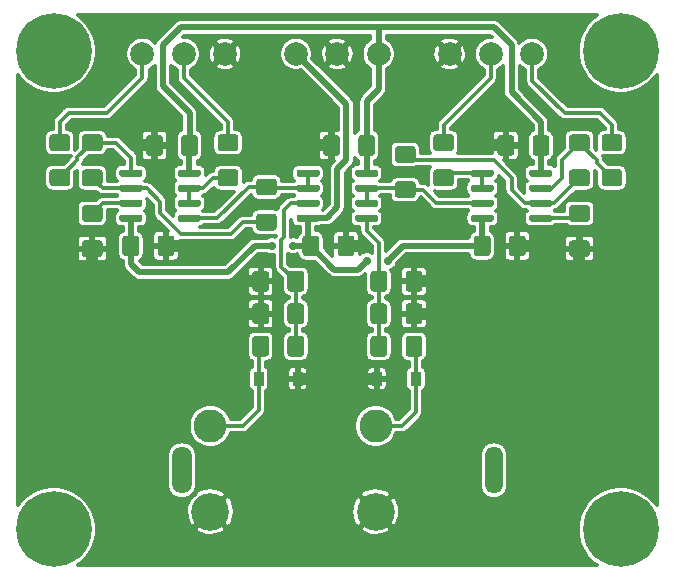
<source format=gbr>
%TF.GenerationSoftware,KiCad,Pcbnew,(5.1.6-0)*%
%TF.CreationDate,2023-05-11T16:35:51-07:00*%
%TF.ProjectId,input_buffer_RCA,696e7075-745f-4627-9566-6665725f5243,rev?*%
%TF.SameCoordinates,Original*%
%TF.FileFunction,Copper,L1,Top*%
%TF.FilePolarity,Positive*%
%FSLAX46Y46*%
G04 Gerber Fmt 4.6, Leading zero omitted, Abs format (unit mm)*
G04 Created by KiCad (PCBNEW (5.1.6-0)) date 2023-05-11 16:35:51*
%MOMM*%
%LPD*%
G01*
G04 APERTURE LIST*
%TA.AperFunction,ComponentPad*%
%ADD10C,0.800000*%
%TD*%
%TA.AperFunction,ComponentPad*%
%ADD11C,6.400000*%
%TD*%
%TA.AperFunction,SMDPad,CuDef*%
%ADD12R,0.900000X1.200000*%
%TD*%
%TA.AperFunction,ComponentPad*%
%ADD13O,1.500000X4.000000*%
%TD*%
%TA.AperFunction,ComponentPad*%
%ADD14O,1.700000X4.000000*%
%TD*%
%TA.AperFunction,ComponentPad*%
%ADD15C,3.200000*%
%TD*%
%TA.AperFunction,ComponentPad*%
%ADD16C,2.800000*%
%TD*%
%TA.AperFunction,ComponentPad*%
%ADD17C,2.000000*%
%TD*%
%TA.AperFunction,ViaPad*%
%ADD18C,0.700000*%
%TD*%
%TA.AperFunction,Conductor*%
%ADD19C,0.300000*%
%TD*%
%TA.AperFunction,Conductor*%
%ADD20C,1.000000*%
%TD*%
%TA.AperFunction,Conductor*%
%ADD21C,0.500000*%
%TD*%
G04 APERTURE END LIST*
D10*
%TO.P,H4,1*%
%TO.N,N/C*%
X150697056Y-144802944D03*
X149000000Y-144100000D03*
X147302944Y-144802944D03*
X146600000Y-146500000D03*
X147302944Y-148197056D03*
X149000000Y-148900000D03*
X150697056Y-148197056D03*
X151400000Y-146500000D03*
D11*
X149000000Y-146500000D03*
%TD*%
D10*
%TO.P,H3,1*%
%TO.N,N/C*%
X150697056Y-104302944D03*
X149000000Y-103600000D03*
X147302944Y-104302944D03*
X146600000Y-106000000D03*
X147302944Y-107697056D03*
X149000000Y-108400000D03*
X150697056Y-107697056D03*
X151400000Y-106000000D03*
D11*
X149000000Y-106000000D03*
%TD*%
D10*
%TO.P,H2,1*%
%TO.N,N/C*%
X102697056Y-144802944D03*
X101000000Y-144100000D03*
X99302944Y-144802944D03*
X98600000Y-146500000D03*
X99302944Y-148197056D03*
X101000000Y-148900000D03*
X102697056Y-148197056D03*
X103400000Y-146500000D03*
D11*
X101000000Y-146500000D03*
%TD*%
D10*
%TO.P,H1,1*%
%TO.N,N/C*%
X102697056Y-104302944D03*
X101000000Y-103600000D03*
X99302944Y-104302944D03*
X98600000Y-106000000D03*
X99302944Y-107697056D03*
X101000000Y-108400000D03*
X102697056Y-107697056D03*
X103400000Y-106000000D03*
D11*
X101000000Y-106000000D03*
%TD*%
D12*
%TO.P,D2,2*%
%TO.N,Net-(D2-Pad2)*%
X131650000Y-133750000D03*
%TO.P,D2,1*%
%TO.N,GND*%
X128350000Y-133750000D03*
%TD*%
%TO.P,D1,2*%
%TO.N,Net-(D1-Pad2)*%
X118350000Y-133750000D03*
%TO.P,D1,1*%
%TO.N,GND*%
X121650000Y-133750000D03*
%TD*%
D13*
%TO.P,J1,*%
%TO.N,*%
X138250000Y-141500000D03*
D14*
X111850000Y-141500000D03*
D15*
%TO.P,J1,2*%
%TO.N,GND*%
X114250000Y-145000000D03*
D16*
%TO.P,J1,3*%
%TO.N,Net-(D2-Pad2)*%
X128250000Y-137750000D03*
D15*
%TO.P,J1,4*%
%TO.N,GND*%
X128250000Y-145000000D03*
D16*
%TO.P,J1,1*%
%TO.N,Net-(D1-Pad2)*%
X114250000Y-137750000D03*
%TD*%
%TO.P,U3,8*%
%TO.N,VCC*%
%TA.AperFunction,SMDPad,CuDef*%
G36*
G01*
X141250000Y-116495000D02*
X141250000Y-116195000D01*
G75*
G02*
X141400000Y-116045000I150000J0D01*
G01*
X143050000Y-116045000D01*
G75*
G02*
X143200000Y-116195000I0J-150000D01*
G01*
X143200000Y-116495000D01*
G75*
G02*
X143050000Y-116645000I-150000J0D01*
G01*
X141400000Y-116645000D01*
G75*
G02*
X141250000Y-116495000I0J150000D01*
G01*
G37*
%TD.AperFunction*%
%TO.P,U3,7*%
%TO.N,Net-(R10-Pad1)*%
%TA.AperFunction,SMDPad,CuDef*%
G36*
G01*
X141250000Y-117765000D02*
X141250000Y-117465000D01*
G75*
G02*
X141400000Y-117315000I150000J0D01*
G01*
X143050000Y-117315000D01*
G75*
G02*
X143200000Y-117465000I0J-150000D01*
G01*
X143200000Y-117765000D01*
G75*
G02*
X143050000Y-117915000I-150000J0D01*
G01*
X141400000Y-117915000D01*
G75*
G02*
X141250000Y-117765000I0J150000D01*
G01*
G37*
%TD.AperFunction*%
%TO.P,U3,6*%
%TO.N,Net-(R10-Pad2)*%
%TA.AperFunction,SMDPad,CuDef*%
G36*
G01*
X141250000Y-119035000D02*
X141250000Y-118735000D01*
G75*
G02*
X141400000Y-118585000I150000J0D01*
G01*
X143050000Y-118585000D01*
G75*
G02*
X143200000Y-118735000I0J-150000D01*
G01*
X143200000Y-119035000D01*
G75*
G02*
X143050000Y-119185000I-150000J0D01*
G01*
X141400000Y-119185000D01*
G75*
G02*
X141250000Y-119035000I0J150000D01*
G01*
G37*
%TD.AperFunction*%
%TO.P,U3,5*%
%TO.N,Net-(R8-Pad2)*%
%TA.AperFunction,SMDPad,CuDef*%
G36*
G01*
X141250000Y-120305000D02*
X141250000Y-120005000D01*
G75*
G02*
X141400000Y-119855000I150000J0D01*
G01*
X143050000Y-119855000D01*
G75*
G02*
X143200000Y-120005000I0J-150000D01*
G01*
X143200000Y-120305000D01*
G75*
G02*
X143050000Y-120455000I-150000J0D01*
G01*
X141400000Y-120455000D01*
G75*
G02*
X141250000Y-120305000I0J150000D01*
G01*
G37*
%TD.AperFunction*%
%TO.P,U3,4*%
%TO.N,VEE*%
%TA.AperFunction,SMDPad,CuDef*%
G36*
G01*
X136300000Y-120305000D02*
X136300000Y-120005000D01*
G75*
G02*
X136450000Y-119855000I150000J0D01*
G01*
X138100000Y-119855000D01*
G75*
G02*
X138250000Y-120005000I0J-150000D01*
G01*
X138250000Y-120305000D01*
G75*
G02*
X138100000Y-120455000I-150000J0D01*
G01*
X136450000Y-120455000D01*
G75*
G02*
X136300000Y-120305000I0J150000D01*
G01*
G37*
%TD.AperFunction*%
%TO.P,U3,3*%
%TO.N,Net-(R6-Pad2)*%
%TA.AperFunction,SMDPad,CuDef*%
G36*
G01*
X136300000Y-119035000D02*
X136300000Y-118735000D01*
G75*
G02*
X136450000Y-118585000I150000J0D01*
G01*
X138100000Y-118585000D01*
G75*
G02*
X138250000Y-118735000I0J-150000D01*
G01*
X138250000Y-119035000D01*
G75*
G02*
X138100000Y-119185000I-150000J0D01*
G01*
X136450000Y-119185000D01*
G75*
G02*
X136300000Y-119035000I0J150000D01*
G01*
G37*
%TD.AperFunction*%
%TO.P,U3,2*%
%TO.N,Net-(R13-Pad2)*%
%TA.AperFunction,SMDPad,CuDef*%
G36*
G01*
X136300000Y-117765000D02*
X136300000Y-117465000D01*
G75*
G02*
X136450000Y-117315000I150000J0D01*
G01*
X138100000Y-117315000D01*
G75*
G02*
X138250000Y-117465000I0J-150000D01*
G01*
X138250000Y-117765000D01*
G75*
G02*
X138100000Y-117915000I-150000J0D01*
G01*
X136450000Y-117915000D01*
G75*
G02*
X136300000Y-117765000I0J150000D01*
G01*
G37*
%TD.AperFunction*%
%TO.P,U3,1*%
%TA.AperFunction,SMDPad,CuDef*%
G36*
G01*
X136300000Y-116495000D02*
X136300000Y-116195000D01*
G75*
G02*
X136450000Y-116045000I150000J0D01*
G01*
X138100000Y-116045000D01*
G75*
G02*
X138250000Y-116195000I0J-150000D01*
G01*
X138250000Y-116495000D01*
G75*
G02*
X138100000Y-116645000I-150000J0D01*
G01*
X136450000Y-116645000D01*
G75*
G02*
X136300000Y-116495000I0J150000D01*
G01*
G37*
%TD.AperFunction*%
%TD*%
%TO.P,U2,8*%
%TO.N,VCC*%
%TA.AperFunction,SMDPad,CuDef*%
G36*
G01*
X111500000Y-116495000D02*
X111500000Y-116195000D01*
G75*
G02*
X111650000Y-116045000I150000J0D01*
G01*
X113300000Y-116045000D01*
G75*
G02*
X113450000Y-116195000I0J-150000D01*
G01*
X113450000Y-116495000D01*
G75*
G02*
X113300000Y-116645000I-150000J0D01*
G01*
X111650000Y-116645000D01*
G75*
G02*
X111500000Y-116495000I0J150000D01*
G01*
G37*
%TD.AperFunction*%
%TO.P,U2,7*%
%TO.N,Net-(R12-Pad2)*%
%TA.AperFunction,SMDPad,CuDef*%
G36*
G01*
X111500000Y-117765000D02*
X111500000Y-117465000D01*
G75*
G02*
X111650000Y-117315000I150000J0D01*
G01*
X113300000Y-117315000D01*
G75*
G02*
X113450000Y-117465000I0J-150000D01*
G01*
X113450000Y-117765000D01*
G75*
G02*
X113300000Y-117915000I-150000J0D01*
G01*
X111650000Y-117915000D01*
G75*
G02*
X111500000Y-117765000I0J150000D01*
G01*
G37*
%TD.AperFunction*%
%TO.P,U2,6*%
%TA.AperFunction,SMDPad,CuDef*%
G36*
G01*
X111500000Y-119035000D02*
X111500000Y-118735000D01*
G75*
G02*
X111650000Y-118585000I150000J0D01*
G01*
X113300000Y-118585000D01*
G75*
G02*
X113450000Y-118735000I0J-150000D01*
G01*
X113450000Y-119035000D01*
G75*
G02*
X113300000Y-119185000I-150000J0D01*
G01*
X111650000Y-119185000D01*
G75*
G02*
X111500000Y-119035000I0J150000D01*
G01*
G37*
%TD.AperFunction*%
%TO.P,U2,5*%
%TO.N,Net-(R5-Pad2)*%
%TA.AperFunction,SMDPad,CuDef*%
G36*
G01*
X111500000Y-120305000D02*
X111500000Y-120005000D01*
G75*
G02*
X111650000Y-119855000I150000J0D01*
G01*
X113300000Y-119855000D01*
G75*
G02*
X113450000Y-120005000I0J-150000D01*
G01*
X113450000Y-120305000D01*
G75*
G02*
X113300000Y-120455000I-150000J0D01*
G01*
X111650000Y-120455000D01*
G75*
G02*
X111500000Y-120305000I0J150000D01*
G01*
G37*
%TD.AperFunction*%
%TO.P,U2,4*%
%TO.N,VEE*%
%TA.AperFunction,SMDPad,CuDef*%
G36*
G01*
X106550000Y-120305000D02*
X106550000Y-120005000D01*
G75*
G02*
X106700000Y-119855000I150000J0D01*
G01*
X108350000Y-119855000D01*
G75*
G02*
X108500000Y-120005000I0J-150000D01*
G01*
X108500000Y-120305000D01*
G75*
G02*
X108350000Y-120455000I-150000J0D01*
G01*
X106700000Y-120455000D01*
G75*
G02*
X106550000Y-120305000I0J150000D01*
G01*
G37*
%TD.AperFunction*%
%TO.P,U2,3*%
%TO.N,Net-(R7-Pad2)*%
%TA.AperFunction,SMDPad,CuDef*%
G36*
G01*
X106550000Y-119035000D02*
X106550000Y-118735000D01*
G75*
G02*
X106700000Y-118585000I150000J0D01*
G01*
X108350000Y-118585000D01*
G75*
G02*
X108500000Y-118735000I0J-150000D01*
G01*
X108500000Y-119035000D01*
G75*
G02*
X108350000Y-119185000I-150000J0D01*
G01*
X106700000Y-119185000D01*
G75*
G02*
X106550000Y-119035000I0J150000D01*
G01*
G37*
%TD.AperFunction*%
%TO.P,U2,2*%
%TO.N,Net-(R5-Pad1)*%
%TA.AperFunction,SMDPad,CuDef*%
G36*
G01*
X106550000Y-117765000D02*
X106550000Y-117465000D01*
G75*
G02*
X106700000Y-117315000I150000J0D01*
G01*
X108350000Y-117315000D01*
G75*
G02*
X108500000Y-117465000I0J-150000D01*
G01*
X108500000Y-117765000D01*
G75*
G02*
X108350000Y-117915000I-150000J0D01*
G01*
X106700000Y-117915000D01*
G75*
G02*
X106550000Y-117765000I0J150000D01*
G01*
G37*
%TD.AperFunction*%
%TO.P,U2,1*%
%TO.N,Net-(R11-Pad2)*%
%TA.AperFunction,SMDPad,CuDef*%
G36*
G01*
X106550000Y-116495000D02*
X106550000Y-116195000D01*
G75*
G02*
X106700000Y-116045000I150000J0D01*
G01*
X108350000Y-116045000D01*
G75*
G02*
X108500000Y-116195000I0J-150000D01*
G01*
X108500000Y-116495000D01*
G75*
G02*
X108350000Y-116645000I-150000J0D01*
G01*
X106700000Y-116645000D01*
G75*
G02*
X106550000Y-116495000I0J150000D01*
G01*
G37*
%TD.AperFunction*%
%TD*%
%TO.P,U1,8*%
%TO.N,VCC*%
%TA.AperFunction,SMDPad,CuDef*%
G36*
G01*
X126500000Y-116495000D02*
X126500000Y-116195000D01*
G75*
G02*
X126650000Y-116045000I150000J0D01*
G01*
X128300000Y-116045000D01*
G75*
G02*
X128450000Y-116195000I0J-150000D01*
G01*
X128450000Y-116495000D01*
G75*
G02*
X128300000Y-116645000I-150000J0D01*
G01*
X126650000Y-116645000D01*
G75*
G02*
X126500000Y-116495000I0J150000D01*
G01*
G37*
%TD.AperFunction*%
%TO.P,U1,7*%
%TO.N,Net-(R6-Pad2)*%
%TA.AperFunction,SMDPad,CuDef*%
G36*
G01*
X126500000Y-117765000D02*
X126500000Y-117465000D01*
G75*
G02*
X126650000Y-117315000I150000J0D01*
G01*
X128300000Y-117315000D01*
G75*
G02*
X128450000Y-117465000I0J-150000D01*
G01*
X128450000Y-117765000D01*
G75*
G02*
X128300000Y-117915000I-150000J0D01*
G01*
X126650000Y-117915000D01*
G75*
G02*
X126500000Y-117765000I0J150000D01*
G01*
G37*
%TD.AperFunction*%
%TO.P,U1,6*%
%TA.AperFunction,SMDPad,CuDef*%
G36*
G01*
X126500000Y-119035000D02*
X126500000Y-118735000D01*
G75*
G02*
X126650000Y-118585000I150000J0D01*
G01*
X128300000Y-118585000D01*
G75*
G02*
X128450000Y-118735000I0J-150000D01*
G01*
X128450000Y-119035000D01*
G75*
G02*
X128300000Y-119185000I-150000J0D01*
G01*
X126650000Y-119185000D01*
G75*
G02*
X126500000Y-119035000I0J150000D01*
G01*
G37*
%TD.AperFunction*%
%TO.P,U1,5*%
%TO.N,Net-(C2-Pad2)*%
%TA.AperFunction,SMDPad,CuDef*%
G36*
G01*
X126500000Y-120305000D02*
X126500000Y-120005000D01*
G75*
G02*
X126650000Y-119855000I150000J0D01*
G01*
X128300000Y-119855000D01*
G75*
G02*
X128450000Y-120005000I0J-150000D01*
G01*
X128450000Y-120305000D01*
G75*
G02*
X128300000Y-120455000I-150000J0D01*
G01*
X126650000Y-120455000D01*
G75*
G02*
X126500000Y-120305000I0J150000D01*
G01*
G37*
%TD.AperFunction*%
%TO.P,U1,4*%
%TO.N,VEE*%
%TA.AperFunction,SMDPad,CuDef*%
G36*
G01*
X121550000Y-120305000D02*
X121550000Y-120005000D01*
G75*
G02*
X121700000Y-119855000I150000J0D01*
G01*
X123350000Y-119855000D01*
G75*
G02*
X123500000Y-120005000I0J-150000D01*
G01*
X123500000Y-120305000D01*
G75*
G02*
X123350000Y-120455000I-150000J0D01*
G01*
X121700000Y-120455000D01*
G75*
G02*
X121550000Y-120305000I0J150000D01*
G01*
G37*
%TD.AperFunction*%
%TO.P,U1,3*%
%TO.N,Net-(C1-Pad2)*%
%TA.AperFunction,SMDPad,CuDef*%
G36*
G01*
X121550000Y-119035000D02*
X121550000Y-118735000D01*
G75*
G02*
X121700000Y-118585000I150000J0D01*
G01*
X123350000Y-118585000D01*
G75*
G02*
X123500000Y-118735000I0J-150000D01*
G01*
X123500000Y-119035000D01*
G75*
G02*
X123350000Y-119185000I-150000J0D01*
G01*
X121700000Y-119185000D01*
G75*
G02*
X121550000Y-119035000I0J150000D01*
G01*
G37*
%TD.AperFunction*%
%TO.P,U1,2*%
%TO.N,Net-(R5-Pad2)*%
%TA.AperFunction,SMDPad,CuDef*%
G36*
G01*
X121550000Y-117765000D02*
X121550000Y-117465000D01*
G75*
G02*
X121700000Y-117315000I150000J0D01*
G01*
X123350000Y-117315000D01*
G75*
G02*
X123500000Y-117465000I0J-150000D01*
G01*
X123500000Y-117765000D01*
G75*
G02*
X123350000Y-117915000I-150000J0D01*
G01*
X121700000Y-117915000D01*
G75*
G02*
X121550000Y-117765000I0J150000D01*
G01*
G37*
%TD.AperFunction*%
%TO.P,U1,1*%
%TA.AperFunction,SMDPad,CuDef*%
G36*
G01*
X121550000Y-116495000D02*
X121550000Y-116195000D01*
G75*
G02*
X121700000Y-116045000I150000J0D01*
G01*
X123350000Y-116045000D01*
G75*
G02*
X123500000Y-116195000I0J-150000D01*
G01*
X123500000Y-116495000D01*
G75*
G02*
X123350000Y-116645000I-150000J0D01*
G01*
X121700000Y-116645000D01*
G75*
G02*
X121550000Y-116495000I0J150000D01*
G01*
G37*
%TD.AperFunction*%
%TD*%
%TO.P,R14,2*%
%TO.N,Net-(R10-Pad1)*%
%TA.AperFunction,SMDPad,CuDef*%
G36*
G01*
X147625000Y-116025000D02*
X148875000Y-116025000D01*
G75*
G02*
X149125000Y-116275000I0J-250000D01*
G01*
X149125000Y-117200000D01*
G75*
G02*
X148875000Y-117450000I-250000J0D01*
G01*
X147625000Y-117450000D01*
G75*
G02*
X147375000Y-117200000I0J250000D01*
G01*
X147375000Y-116275000D01*
G75*
G02*
X147625000Y-116025000I250000J0D01*
G01*
G37*
%TD.AperFunction*%
%TO.P,R14,1*%
%TO.N,/CH2OUT-*%
%TA.AperFunction,SMDPad,CuDef*%
G36*
G01*
X147625000Y-113050000D02*
X148875000Y-113050000D01*
G75*
G02*
X149125000Y-113300000I0J-250000D01*
G01*
X149125000Y-114225000D01*
G75*
G02*
X148875000Y-114475000I-250000J0D01*
G01*
X147625000Y-114475000D01*
G75*
G02*
X147375000Y-114225000I0J250000D01*
G01*
X147375000Y-113300000D01*
G75*
G02*
X147625000Y-113050000I250000J0D01*
G01*
G37*
%TD.AperFunction*%
%TD*%
%TO.P,R13,2*%
%TO.N,Net-(R13-Pad2)*%
%TA.AperFunction,SMDPad,CuDef*%
G36*
G01*
X133375000Y-116025000D02*
X134625000Y-116025000D01*
G75*
G02*
X134875000Y-116275000I0J-250000D01*
G01*
X134875000Y-117200000D01*
G75*
G02*
X134625000Y-117450000I-250000J0D01*
G01*
X133375000Y-117450000D01*
G75*
G02*
X133125000Y-117200000I0J250000D01*
G01*
X133125000Y-116275000D01*
G75*
G02*
X133375000Y-116025000I250000J0D01*
G01*
G37*
%TD.AperFunction*%
%TO.P,R13,1*%
%TO.N,/CH2OUT+*%
%TA.AperFunction,SMDPad,CuDef*%
G36*
G01*
X133375000Y-113050000D02*
X134625000Y-113050000D01*
G75*
G02*
X134875000Y-113300000I0J-250000D01*
G01*
X134875000Y-114225000D01*
G75*
G02*
X134625000Y-114475000I-250000J0D01*
G01*
X133375000Y-114475000D01*
G75*
G02*
X133125000Y-114225000I0J250000D01*
G01*
X133125000Y-113300000D01*
G75*
G02*
X133375000Y-113050000I250000J0D01*
G01*
G37*
%TD.AperFunction*%
%TD*%
%TO.P,R12,2*%
%TO.N,Net-(R12-Pad2)*%
%TA.AperFunction,SMDPad,CuDef*%
G36*
G01*
X115125000Y-116025000D02*
X116375000Y-116025000D01*
G75*
G02*
X116625000Y-116275000I0J-250000D01*
G01*
X116625000Y-117200000D01*
G75*
G02*
X116375000Y-117450000I-250000J0D01*
G01*
X115125000Y-117450000D01*
G75*
G02*
X114875000Y-117200000I0J250000D01*
G01*
X114875000Y-116275000D01*
G75*
G02*
X115125000Y-116025000I250000J0D01*
G01*
G37*
%TD.AperFunction*%
%TO.P,R12,1*%
%TO.N,/CH1OUT+*%
%TA.AperFunction,SMDPad,CuDef*%
G36*
G01*
X115125000Y-113050000D02*
X116375000Y-113050000D01*
G75*
G02*
X116625000Y-113300000I0J-250000D01*
G01*
X116625000Y-114225000D01*
G75*
G02*
X116375000Y-114475000I-250000J0D01*
G01*
X115125000Y-114475000D01*
G75*
G02*
X114875000Y-114225000I0J250000D01*
G01*
X114875000Y-113300000D01*
G75*
G02*
X115125000Y-113050000I250000J0D01*
G01*
G37*
%TD.AperFunction*%
%TD*%
%TO.P,R11,2*%
%TO.N,Net-(R11-Pad2)*%
%TA.AperFunction,SMDPad,CuDef*%
G36*
G01*
X100875000Y-116025000D02*
X102125000Y-116025000D01*
G75*
G02*
X102375000Y-116275000I0J-250000D01*
G01*
X102375000Y-117200000D01*
G75*
G02*
X102125000Y-117450000I-250000J0D01*
G01*
X100875000Y-117450000D01*
G75*
G02*
X100625000Y-117200000I0J250000D01*
G01*
X100625000Y-116275000D01*
G75*
G02*
X100875000Y-116025000I250000J0D01*
G01*
G37*
%TD.AperFunction*%
%TO.P,R11,1*%
%TO.N,/CH1OUT-*%
%TA.AperFunction,SMDPad,CuDef*%
G36*
G01*
X100875000Y-113050000D02*
X102125000Y-113050000D01*
G75*
G02*
X102375000Y-113300000I0J-250000D01*
G01*
X102375000Y-114225000D01*
G75*
G02*
X102125000Y-114475000I-250000J0D01*
G01*
X100875000Y-114475000D01*
G75*
G02*
X100625000Y-114225000I0J250000D01*
G01*
X100625000Y-113300000D01*
G75*
G02*
X100875000Y-113050000I250000J0D01*
G01*
G37*
%TD.AperFunction*%
%TD*%
%TO.P,R10,2*%
%TO.N,Net-(R10-Pad2)*%
%TA.AperFunction,SMDPad,CuDef*%
G36*
G01*
X144875000Y-116025000D02*
X146125000Y-116025000D01*
G75*
G02*
X146375000Y-116275000I0J-250000D01*
G01*
X146375000Y-117200000D01*
G75*
G02*
X146125000Y-117450000I-250000J0D01*
G01*
X144875000Y-117450000D01*
G75*
G02*
X144625000Y-117200000I0J250000D01*
G01*
X144625000Y-116275000D01*
G75*
G02*
X144875000Y-116025000I250000J0D01*
G01*
G37*
%TD.AperFunction*%
%TO.P,R10,1*%
%TO.N,Net-(R10-Pad1)*%
%TA.AperFunction,SMDPad,CuDef*%
G36*
G01*
X144875000Y-113050000D02*
X146125000Y-113050000D01*
G75*
G02*
X146375000Y-113300000I0J-250000D01*
G01*
X146375000Y-114225000D01*
G75*
G02*
X146125000Y-114475000I-250000J0D01*
G01*
X144875000Y-114475000D01*
G75*
G02*
X144625000Y-114225000I0J250000D01*
G01*
X144625000Y-113300000D01*
G75*
G02*
X144875000Y-113050000I250000J0D01*
G01*
G37*
%TD.AperFunction*%
%TD*%
%TO.P,R9,2*%
%TO.N,Net-(R5-Pad1)*%
%TA.AperFunction,SMDPad,CuDef*%
G36*
G01*
X103625000Y-116025000D02*
X104875000Y-116025000D01*
G75*
G02*
X105125000Y-116275000I0J-250000D01*
G01*
X105125000Y-117200000D01*
G75*
G02*
X104875000Y-117450000I-250000J0D01*
G01*
X103625000Y-117450000D01*
G75*
G02*
X103375000Y-117200000I0J250000D01*
G01*
X103375000Y-116275000D01*
G75*
G02*
X103625000Y-116025000I250000J0D01*
G01*
G37*
%TD.AperFunction*%
%TO.P,R9,1*%
%TO.N,Net-(R11-Pad2)*%
%TA.AperFunction,SMDPad,CuDef*%
G36*
G01*
X103625000Y-113050000D02*
X104875000Y-113050000D01*
G75*
G02*
X105125000Y-113300000I0J-250000D01*
G01*
X105125000Y-114225000D01*
G75*
G02*
X104875000Y-114475000I-250000J0D01*
G01*
X103625000Y-114475000D01*
G75*
G02*
X103375000Y-114225000I0J250000D01*
G01*
X103375000Y-113300000D01*
G75*
G02*
X103625000Y-113050000I250000J0D01*
G01*
G37*
%TD.AperFunction*%
%TD*%
%TO.P,R8,2*%
%TO.N,Net-(R8-Pad2)*%
%TA.AperFunction,SMDPad,CuDef*%
G36*
G01*
X146125000Y-120475000D02*
X144875000Y-120475000D01*
G75*
G02*
X144625000Y-120225000I0J250000D01*
G01*
X144625000Y-119300000D01*
G75*
G02*
X144875000Y-119050000I250000J0D01*
G01*
X146125000Y-119050000D01*
G75*
G02*
X146375000Y-119300000I0J-250000D01*
G01*
X146375000Y-120225000D01*
G75*
G02*
X146125000Y-120475000I-250000J0D01*
G01*
G37*
%TD.AperFunction*%
%TO.P,R8,1*%
%TO.N,GND*%
%TA.AperFunction,SMDPad,CuDef*%
G36*
G01*
X146125000Y-123450000D02*
X144875000Y-123450000D01*
G75*
G02*
X144625000Y-123200000I0J250000D01*
G01*
X144625000Y-122275000D01*
G75*
G02*
X144875000Y-122025000I250000J0D01*
G01*
X146125000Y-122025000D01*
G75*
G02*
X146375000Y-122275000I0J-250000D01*
G01*
X146375000Y-123200000D01*
G75*
G02*
X146125000Y-123450000I-250000J0D01*
G01*
G37*
%TD.AperFunction*%
%TD*%
%TO.P,R7,2*%
%TO.N,Net-(R7-Pad2)*%
%TA.AperFunction,SMDPad,CuDef*%
G36*
G01*
X104875000Y-120475000D02*
X103625000Y-120475000D01*
G75*
G02*
X103375000Y-120225000I0J250000D01*
G01*
X103375000Y-119300000D01*
G75*
G02*
X103625000Y-119050000I250000J0D01*
G01*
X104875000Y-119050000D01*
G75*
G02*
X105125000Y-119300000I0J-250000D01*
G01*
X105125000Y-120225000D01*
G75*
G02*
X104875000Y-120475000I-250000J0D01*
G01*
G37*
%TD.AperFunction*%
%TO.P,R7,1*%
%TO.N,GND*%
%TA.AperFunction,SMDPad,CuDef*%
G36*
G01*
X104875000Y-123450000D02*
X103625000Y-123450000D01*
G75*
G02*
X103375000Y-123200000I0J250000D01*
G01*
X103375000Y-122275000D01*
G75*
G02*
X103625000Y-122025000I250000J0D01*
G01*
X104875000Y-122025000D01*
G75*
G02*
X105125000Y-122275000I0J-250000D01*
G01*
X105125000Y-123200000D01*
G75*
G02*
X104875000Y-123450000I-250000J0D01*
G01*
G37*
%TD.AperFunction*%
%TD*%
%TO.P,R6,2*%
%TO.N,Net-(R6-Pad2)*%
%TA.AperFunction,SMDPad,CuDef*%
G36*
G01*
X130125000Y-117025000D02*
X131375000Y-117025000D01*
G75*
G02*
X131625000Y-117275000I0J-250000D01*
G01*
X131625000Y-118200000D01*
G75*
G02*
X131375000Y-118450000I-250000J0D01*
G01*
X130125000Y-118450000D01*
G75*
G02*
X129875000Y-118200000I0J250000D01*
G01*
X129875000Y-117275000D01*
G75*
G02*
X130125000Y-117025000I250000J0D01*
G01*
G37*
%TD.AperFunction*%
%TO.P,R6,1*%
%TO.N,Net-(R10-Pad2)*%
%TA.AperFunction,SMDPad,CuDef*%
G36*
G01*
X130125000Y-114050000D02*
X131375000Y-114050000D01*
G75*
G02*
X131625000Y-114300000I0J-250000D01*
G01*
X131625000Y-115225000D01*
G75*
G02*
X131375000Y-115475000I-250000J0D01*
G01*
X130125000Y-115475000D01*
G75*
G02*
X129875000Y-115225000I0J250000D01*
G01*
X129875000Y-114300000D01*
G75*
G02*
X130125000Y-114050000I250000J0D01*
G01*
G37*
%TD.AperFunction*%
%TD*%
%TO.P,R5,2*%
%TO.N,Net-(R5-Pad2)*%
%TA.AperFunction,SMDPad,CuDef*%
G36*
G01*
X119625000Y-118225000D02*
X118375000Y-118225000D01*
G75*
G02*
X118125000Y-117975000I0J250000D01*
G01*
X118125000Y-117050000D01*
G75*
G02*
X118375000Y-116800000I250000J0D01*
G01*
X119625000Y-116800000D01*
G75*
G02*
X119875000Y-117050000I0J-250000D01*
G01*
X119875000Y-117975000D01*
G75*
G02*
X119625000Y-118225000I-250000J0D01*
G01*
G37*
%TD.AperFunction*%
%TO.P,R5,1*%
%TO.N,Net-(R5-Pad1)*%
%TA.AperFunction,SMDPad,CuDef*%
G36*
G01*
X119625000Y-121200000D02*
X118375000Y-121200000D01*
G75*
G02*
X118125000Y-120950000I0J250000D01*
G01*
X118125000Y-120025000D01*
G75*
G02*
X118375000Y-119775000I250000J0D01*
G01*
X119625000Y-119775000D01*
G75*
G02*
X119875000Y-120025000I0J-250000D01*
G01*
X119875000Y-120950000D01*
G75*
G02*
X119625000Y-121200000I-250000J0D01*
G01*
G37*
%TD.AperFunction*%
%TD*%
%TO.P,R4,2*%
%TO.N,Net-(C2-Pad2)*%
%TA.AperFunction,SMDPad,CuDef*%
G36*
G01*
X129225000Y-124875000D02*
X129225000Y-126125000D01*
G75*
G02*
X128975000Y-126375000I-250000J0D01*
G01*
X128050000Y-126375000D01*
G75*
G02*
X127800000Y-126125000I0J250000D01*
G01*
X127800000Y-124875000D01*
G75*
G02*
X128050000Y-124625000I250000J0D01*
G01*
X128975000Y-124625000D01*
G75*
G02*
X129225000Y-124875000I0J-250000D01*
G01*
G37*
%TD.AperFunction*%
%TO.P,R4,1*%
%TO.N,GND*%
%TA.AperFunction,SMDPad,CuDef*%
G36*
G01*
X132200000Y-124875000D02*
X132200000Y-126125000D01*
G75*
G02*
X131950000Y-126375000I-250000J0D01*
G01*
X131025000Y-126375000D01*
G75*
G02*
X130775000Y-126125000I0J250000D01*
G01*
X130775000Y-124875000D01*
G75*
G02*
X131025000Y-124625000I250000J0D01*
G01*
X131950000Y-124625000D01*
G75*
G02*
X132200000Y-124875000I0J-250000D01*
G01*
G37*
%TD.AperFunction*%
%TD*%
%TO.P,R3,2*%
%TO.N,Net-(C1-Pad2)*%
%TA.AperFunction,SMDPad,CuDef*%
G36*
G01*
X120775000Y-126125000D02*
X120775000Y-124875000D01*
G75*
G02*
X121025000Y-124625000I250000J0D01*
G01*
X121950000Y-124625000D01*
G75*
G02*
X122200000Y-124875000I0J-250000D01*
G01*
X122200000Y-126125000D01*
G75*
G02*
X121950000Y-126375000I-250000J0D01*
G01*
X121025000Y-126375000D01*
G75*
G02*
X120775000Y-126125000I0J250000D01*
G01*
G37*
%TD.AperFunction*%
%TO.P,R3,1*%
%TO.N,GND*%
%TA.AperFunction,SMDPad,CuDef*%
G36*
G01*
X117800000Y-126125000D02*
X117800000Y-124875000D01*
G75*
G02*
X118050000Y-124625000I250000J0D01*
G01*
X118975000Y-124625000D01*
G75*
G02*
X119225000Y-124875000I0J-250000D01*
G01*
X119225000Y-126125000D01*
G75*
G02*
X118975000Y-126375000I-250000J0D01*
G01*
X118050000Y-126375000D01*
G75*
G02*
X117800000Y-126125000I0J250000D01*
G01*
G37*
%TD.AperFunction*%
%TD*%
%TO.P,R2,2*%
%TO.N,Net-(D2-Pad2)*%
%TA.AperFunction,SMDPad,CuDef*%
G36*
G01*
X130775000Y-131625000D02*
X130775000Y-130375000D01*
G75*
G02*
X131025000Y-130125000I250000J0D01*
G01*
X131950000Y-130125000D01*
G75*
G02*
X132200000Y-130375000I0J-250000D01*
G01*
X132200000Y-131625000D01*
G75*
G02*
X131950000Y-131875000I-250000J0D01*
G01*
X131025000Y-131875000D01*
G75*
G02*
X130775000Y-131625000I0J250000D01*
G01*
G37*
%TD.AperFunction*%
%TO.P,R2,1*%
%TO.N,Net-(C2-Pad2)*%
%TA.AperFunction,SMDPad,CuDef*%
G36*
G01*
X127800000Y-131625000D02*
X127800000Y-130375000D01*
G75*
G02*
X128050000Y-130125000I250000J0D01*
G01*
X128975000Y-130125000D01*
G75*
G02*
X129225000Y-130375000I0J-250000D01*
G01*
X129225000Y-131625000D01*
G75*
G02*
X128975000Y-131875000I-250000J0D01*
G01*
X128050000Y-131875000D01*
G75*
G02*
X127800000Y-131625000I0J250000D01*
G01*
G37*
%TD.AperFunction*%
%TD*%
%TO.P,R1,2*%
%TO.N,Net-(D1-Pad2)*%
%TA.AperFunction,SMDPad,CuDef*%
G36*
G01*
X119225000Y-130375000D02*
X119225000Y-131625000D01*
G75*
G02*
X118975000Y-131875000I-250000J0D01*
G01*
X118050000Y-131875000D01*
G75*
G02*
X117800000Y-131625000I0J250000D01*
G01*
X117800000Y-130375000D01*
G75*
G02*
X118050000Y-130125000I250000J0D01*
G01*
X118975000Y-130125000D01*
G75*
G02*
X119225000Y-130375000I0J-250000D01*
G01*
G37*
%TD.AperFunction*%
%TO.P,R1,1*%
%TO.N,Net-(C1-Pad2)*%
%TA.AperFunction,SMDPad,CuDef*%
G36*
G01*
X122200000Y-130375000D02*
X122200000Y-131625000D01*
G75*
G02*
X121950000Y-131875000I-250000J0D01*
G01*
X121025000Y-131875000D01*
G75*
G02*
X120775000Y-131625000I0J250000D01*
G01*
X120775000Y-130375000D01*
G75*
G02*
X121025000Y-130125000I250000J0D01*
G01*
X121950000Y-130125000D01*
G75*
G02*
X122200000Y-130375000I0J-250000D01*
G01*
G37*
%TD.AperFunction*%
%TD*%
D17*
%TO.P,J4,3*%
%TO.N,VEE*%
X121500000Y-106250000D03*
%TO.P,J4,2*%
%TO.N,GND*%
X125000000Y-106250000D03*
%TO.P,J4,1*%
%TO.N,VCC*%
X128500000Y-106250000D03*
%TD*%
%TO.P,J3,3*%
%TO.N,GND*%
X134500000Y-106250000D03*
%TO.P,J3,2*%
%TO.N,/CH2OUT+*%
X138000000Y-106250000D03*
%TO.P,J3,1*%
%TO.N,/CH2OUT-*%
X141500000Y-106250000D03*
%TD*%
%TO.P,J2,3*%
%TO.N,/CH1OUT-*%
X108500000Y-106250000D03*
%TO.P,J2,2*%
%TO.N,/CH1OUT+*%
X112000000Y-106250000D03*
%TO.P,J2,1*%
%TO.N,GND*%
X115500000Y-106250000D03*
%TD*%
%TO.P,C8,2*%
%TO.N,GND*%
%TA.AperFunction,SMDPad,CuDef*%
G36*
G01*
X139525000Y-123125000D02*
X139525000Y-121875000D01*
G75*
G02*
X139775000Y-121625000I250000J0D01*
G01*
X140700000Y-121625000D01*
G75*
G02*
X140950000Y-121875000I0J-250000D01*
G01*
X140950000Y-123125000D01*
G75*
G02*
X140700000Y-123375000I-250000J0D01*
G01*
X139775000Y-123375000D01*
G75*
G02*
X139525000Y-123125000I0J250000D01*
G01*
G37*
%TD.AperFunction*%
%TO.P,C8,1*%
%TO.N,VEE*%
%TA.AperFunction,SMDPad,CuDef*%
G36*
G01*
X136550000Y-123125000D02*
X136550000Y-121875000D01*
G75*
G02*
X136800000Y-121625000I250000J0D01*
G01*
X137725000Y-121625000D01*
G75*
G02*
X137975000Y-121875000I0J-250000D01*
G01*
X137975000Y-123125000D01*
G75*
G02*
X137725000Y-123375000I-250000J0D01*
G01*
X136800000Y-123375000D01*
G75*
G02*
X136550000Y-123125000I0J250000D01*
G01*
G37*
%TD.AperFunction*%
%TD*%
%TO.P,C7,2*%
%TO.N,GND*%
%TA.AperFunction,SMDPad,CuDef*%
G36*
G01*
X109775000Y-123125000D02*
X109775000Y-121875000D01*
G75*
G02*
X110025000Y-121625000I250000J0D01*
G01*
X110950000Y-121625000D01*
G75*
G02*
X111200000Y-121875000I0J-250000D01*
G01*
X111200000Y-123125000D01*
G75*
G02*
X110950000Y-123375000I-250000J0D01*
G01*
X110025000Y-123375000D01*
G75*
G02*
X109775000Y-123125000I0J250000D01*
G01*
G37*
%TD.AperFunction*%
%TO.P,C7,1*%
%TO.N,VEE*%
%TA.AperFunction,SMDPad,CuDef*%
G36*
G01*
X106800000Y-123125000D02*
X106800000Y-121875000D01*
G75*
G02*
X107050000Y-121625000I250000J0D01*
G01*
X107975000Y-121625000D01*
G75*
G02*
X108225000Y-121875000I0J-250000D01*
G01*
X108225000Y-123125000D01*
G75*
G02*
X107975000Y-123375000I-250000J0D01*
G01*
X107050000Y-123375000D01*
G75*
G02*
X106800000Y-123125000I0J250000D01*
G01*
G37*
%TD.AperFunction*%
%TD*%
%TO.P,C6,2*%
%TO.N,GND*%
%TA.AperFunction,SMDPad,CuDef*%
G36*
G01*
X125025000Y-123125000D02*
X125025000Y-121875000D01*
G75*
G02*
X125275000Y-121625000I250000J0D01*
G01*
X126200000Y-121625000D01*
G75*
G02*
X126450000Y-121875000I0J-250000D01*
G01*
X126450000Y-123125000D01*
G75*
G02*
X126200000Y-123375000I-250000J0D01*
G01*
X125275000Y-123375000D01*
G75*
G02*
X125025000Y-123125000I0J250000D01*
G01*
G37*
%TD.AperFunction*%
%TO.P,C6,1*%
%TO.N,VEE*%
%TA.AperFunction,SMDPad,CuDef*%
G36*
G01*
X122050000Y-123125000D02*
X122050000Y-121875000D01*
G75*
G02*
X122300000Y-121625000I250000J0D01*
G01*
X123225000Y-121625000D01*
G75*
G02*
X123475000Y-121875000I0J-250000D01*
G01*
X123475000Y-123125000D01*
G75*
G02*
X123225000Y-123375000I-250000J0D01*
G01*
X122300000Y-123375000D01*
G75*
G02*
X122050000Y-123125000I0J250000D01*
G01*
G37*
%TD.AperFunction*%
%TD*%
%TO.P,C5,2*%
%TO.N,VCC*%
%TA.AperFunction,SMDPad,CuDef*%
G36*
G01*
X111775000Y-114625000D02*
X111775000Y-113375000D01*
G75*
G02*
X112025000Y-113125000I250000J0D01*
G01*
X112950000Y-113125000D01*
G75*
G02*
X113200000Y-113375000I0J-250000D01*
G01*
X113200000Y-114625000D01*
G75*
G02*
X112950000Y-114875000I-250000J0D01*
G01*
X112025000Y-114875000D01*
G75*
G02*
X111775000Y-114625000I0J250000D01*
G01*
G37*
%TD.AperFunction*%
%TO.P,C5,1*%
%TO.N,GND*%
%TA.AperFunction,SMDPad,CuDef*%
G36*
G01*
X108800000Y-114625000D02*
X108800000Y-113375000D01*
G75*
G02*
X109050000Y-113125000I250000J0D01*
G01*
X109975000Y-113125000D01*
G75*
G02*
X110225000Y-113375000I0J-250000D01*
G01*
X110225000Y-114625000D01*
G75*
G02*
X109975000Y-114875000I-250000J0D01*
G01*
X109050000Y-114875000D01*
G75*
G02*
X108800000Y-114625000I0J250000D01*
G01*
G37*
%TD.AperFunction*%
%TD*%
%TO.P,C4,2*%
%TO.N,VCC*%
%TA.AperFunction,SMDPad,CuDef*%
G36*
G01*
X141525000Y-114625000D02*
X141525000Y-113375000D01*
G75*
G02*
X141775000Y-113125000I250000J0D01*
G01*
X142700000Y-113125000D01*
G75*
G02*
X142950000Y-113375000I0J-250000D01*
G01*
X142950000Y-114625000D01*
G75*
G02*
X142700000Y-114875000I-250000J0D01*
G01*
X141775000Y-114875000D01*
G75*
G02*
X141525000Y-114625000I0J250000D01*
G01*
G37*
%TD.AperFunction*%
%TO.P,C4,1*%
%TO.N,GND*%
%TA.AperFunction,SMDPad,CuDef*%
G36*
G01*
X138550000Y-114625000D02*
X138550000Y-113375000D01*
G75*
G02*
X138800000Y-113125000I250000J0D01*
G01*
X139725000Y-113125000D01*
G75*
G02*
X139975000Y-113375000I0J-250000D01*
G01*
X139975000Y-114625000D01*
G75*
G02*
X139725000Y-114875000I-250000J0D01*
G01*
X138800000Y-114875000D01*
G75*
G02*
X138550000Y-114625000I0J250000D01*
G01*
G37*
%TD.AperFunction*%
%TD*%
%TO.P,C3,2*%
%TO.N,VCC*%
%TA.AperFunction,SMDPad,CuDef*%
G36*
G01*
X126775000Y-114625000D02*
X126775000Y-113375000D01*
G75*
G02*
X127025000Y-113125000I250000J0D01*
G01*
X127950000Y-113125000D01*
G75*
G02*
X128200000Y-113375000I0J-250000D01*
G01*
X128200000Y-114625000D01*
G75*
G02*
X127950000Y-114875000I-250000J0D01*
G01*
X127025000Y-114875000D01*
G75*
G02*
X126775000Y-114625000I0J250000D01*
G01*
G37*
%TD.AperFunction*%
%TO.P,C3,1*%
%TO.N,GND*%
%TA.AperFunction,SMDPad,CuDef*%
G36*
G01*
X123800000Y-114625000D02*
X123800000Y-113375000D01*
G75*
G02*
X124050000Y-113125000I250000J0D01*
G01*
X124975000Y-113125000D01*
G75*
G02*
X125225000Y-113375000I0J-250000D01*
G01*
X125225000Y-114625000D01*
G75*
G02*
X124975000Y-114875000I-250000J0D01*
G01*
X124050000Y-114875000D01*
G75*
G02*
X123800000Y-114625000I0J250000D01*
G01*
G37*
%TD.AperFunction*%
%TD*%
%TO.P,C2,2*%
%TO.N,Net-(C2-Pad2)*%
%TA.AperFunction,SMDPad,CuDef*%
G36*
G01*
X129225000Y-127625000D02*
X129225000Y-128875000D01*
G75*
G02*
X128975000Y-129125000I-250000J0D01*
G01*
X128050000Y-129125000D01*
G75*
G02*
X127800000Y-128875000I0J250000D01*
G01*
X127800000Y-127625000D01*
G75*
G02*
X128050000Y-127375000I250000J0D01*
G01*
X128975000Y-127375000D01*
G75*
G02*
X129225000Y-127625000I0J-250000D01*
G01*
G37*
%TD.AperFunction*%
%TO.P,C2,1*%
%TO.N,GND*%
%TA.AperFunction,SMDPad,CuDef*%
G36*
G01*
X132200000Y-127625000D02*
X132200000Y-128875000D01*
G75*
G02*
X131950000Y-129125000I-250000J0D01*
G01*
X131025000Y-129125000D01*
G75*
G02*
X130775000Y-128875000I0J250000D01*
G01*
X130775000Y-127625000D01*
G75*
G02*
X131025000Y-127375000I250000J0D01*
G01*
X131950000Y-127375000D01*
G75*
G02*
X132200000Y-127625000I0J-250000D01*
G01*
G37*
%TD.AperFunction*%
%TD*%
%TO.P,C1,2*%
%TO.N,Net-(C1-Pad2)*%
%TA.AperFunction,SMDPad,CuDef*%
G36*
G01*
X120775000Y-128875000D02*
X120775000Y-127625000D01*
G75*
G02*
X121025000Y-127375000I250000J0D01*
G01*
X121950000Y-127375000D01*
G75*
G02*
X122200000Y-127625000I0J-250000D01*
G01*
X122200000Y-128875000D01*
G75*
G02*
X121950000Y-129125000I-250000J0D01*
G01*
X121025000Y-129125000D01*
G75*
G02*
X120775000Y-128875000I0J250000D01*
G01*
G37*
%TD.AperFunction*%
%TO.P,C1,1*%
%TO.N,GND*%
%TA.AperFunction,SMDPad,CuDef*%
G36*
G01*
X117800000Y-128875000D02*
X117800000Y-127625000D01*
G75*
G02*
X118050000Y-127375000I250000J0D01*
G01*
X118975000Y-127375000D01*
G75*
G02*
X119225000Y-127625000I0J-250000D01*
G01*
X119225000Y-128875000D01*
G75*
G02*
X118975000Y-129125000I-250000J0D01*
G01*
X118050000Y-129125000D01*
G75*
G02*
X117800000Y-128875000I0J250000D01*
G01*
G37*
%TD.AperFunction*%
%TD*%
D18*
%TO.N,GND*%
X123000000Y-133750000D03*
X127000000Y-133750000D03*
X117000000Y-128250000D03*
X117000000Y-125500000D03*
X133000000Y-125500000D03*
X133000000Y-128250000D03*
X127250000Y-122500000D03*
X141750000Y-122500000D03*
X145500000Y-124250000D03*
X137750000Y-114000000D03*
X123000000Y-114000000D03*
X108000000Y-114000000D03*
X112000000Y-122500000D03*
X104250000Y-124250000D03*
X130000000Y-124500000D03*
X126750000Y-125500000D03*
X121250000Y-123500000D03*
X119250000Y-123500000D03*
X98901191Y-110042500D03*
X98901191Y-114042500D03*
X98901191Y-118042500D03*
X98901191Y-122042500D03*
X98901191Y-126042500D03*
X98901191Y-130042500D03*
X98901191Y-134042500D03*
X98901191Y-138042500D03*
X98901191Y-142042500D03*
X100901191Y-120042500D03*
X100901191Y-124042500D03*
X100901191Y-128042500D03*
X100901191Y-132042500D03*
X100901191Y-136042500D03*
X100901191Y-140042500D03*
X102901191Y-126042500D03*
X102901191Y-130042500D03*
X102901191Y-134042500D03*
X102901191Y-138042500D03*
X102901191Y-142042500D03*
X103901191Y-110042500D03*
X104901191Y-128042500D03*
X104901191Y-132042500D03*
X104901191Y-136042500D03*
X104901191Y-140042500D03*
X104901191Y-144042500D03*
X105901191Y-104042500D03*
X105901191Y-108042500D03*
X105901191Y-115042500D03*
X105901191Y-121042500D03*
X105901191Y-125042500D03*
X105901191Y-147042500D03*
X106901191Y-112042500D03*
X106901191Y-130042500D03*
X106901191Y-134042500D03*
X106901191Y-138042500D03*
X106901191Y-142042500D03*
X107901191Y-127042500D03*
X107901191Y-145042500D03*
X108901191Y-110042500D03*
X108901191Y-122042500D03*
X108901191Y-132042500D03*
X108901191Y-136042500D03*
X108901191Y-140042500D03*
X108901191Y-148042500D03*
X109901191Y-104042500D03*
X109901191Y-116042500D03*
X109901191Y-129042500D03*
X110901191Y-112042500D03*
X110901191Y-126042500D03*
X110901191Y-134042500D03*
X110901191Y-138042500D03*
X110901191Y-146042500D03*
X111901191Y-131042500D03*
X112901191Y-128042500D03*
X112901191Y-148042500D03*
X113901191Y-108042500D03*
X113901191Y-113042500D03*
X113901191Y-123042500D03*
X113901191Y-133042500D03*
X113901191Y-141042500D03*
X114901191Y-126042500D03*
X114901191Y-130042500D03*
X115901191Y-110042500D03*
X115901191Y-135042500D03*
X116901191Y-132042500D03*
X116901191Y-139042500D03*
X116901191Y-143042500D03*
X116901191Y-147042500D03*
X117901191Y-105042500D03*
X117901191Y-112042500D03*
X117901191Y-116042500D03*
X118901191Y-108042500D03*
X118901191Y-119042500D03*
X118901191Y-141042500D03*
X118901191Y-145042500D03*
X119901191Y-114042500D03*
X119901191Y-126042500D03*
X119901191Y-130042500D03*
X119901191Y-134042500D03*
X119901191Y-138042500D03*
X119901191Y-148042500D03*
X120901191Y-110042500D03*
X120901191Y-143042500D03*
X121901191Y-136042500D03*
X121901191Y-140042500D03*
X121901191Y-146042500D03*
X122901191Y-112042500D03*
X122901191Y-125042500D03*
X122901191Y-129042500D03*
X123901191Y-132042500D03*
X123901191Y-138042500D03*
X123901191Y-142042500D03*
X123901191Y-148042500D03*
X124901191Y-127042500D03*
X124901191Y-135042500D03*
X124901191Y-145042500D03*
X125901191Y-130042500D03*
X125901191Y-140042500D03*
X126901191Y-108042500D03*
X127901191Y-142042500D03*
X127901191Y-148042500D03*
X128901191Y-111042500D03*
X128901191Y-115042500D03*
X128901191Y-135042500D03*
X129901191Y-120042500D03*
X129901191Y-126042500D03*
X129901191Y-130042500D03*
X129901191Y-140042500D03*
X130901191Y-105042500D03*
X130901191Y-109042500D03*
X130901191Y-113042500D03*
X130901191Y-143042500D03*
X130901191Y-147042500D03*
X131901191Y-138042500D03*
X132901191Y-111042500D03*
X132901191Y-121042500D03*
X132901191Y-131042500D03*
X132901191Y-135042500D03*
X132901191Y-141042500D03*
X132901191Y-145042500D03*
X133901191Y-124042500D03*
X133901191Y-148042500D03*
X134901191Y-109042500D03*
X134901191Y-127042500D03*
X134901191Y-133042500D03*
X134901191Y-137042500D03*
X134901191Y-143042500D03*
X135901191Y-112042500D03*
X135901191Y-130042500D03*
X135901191Y-140042500D03*
X135901191Y-146042500D03*
X136901191Y-125042500D03*
X136901191Y-135042500D03*
X137901191Y-110042500D03*
X137901191Y-128042500D03*
X137901191Y-132042500D03*
X137901191Y-138042500D03*
X137901191Y-148042500D03*
X138901191Y-118042500D03*
X138901191Y-145042500D03*
X139901191Y-112042500D03*
X139901191Y-124042500D03*
X139901191Y-130042500D03*
X139901191Y-134042500D03*
X140901191Y-104042500D03*
X140901191Y-127042500D03*
X140901191Y-137042500D03*
X140901191Y-141042500D03*
X140901191Y-147042500D03*
X141901191Y-132042500D03*
X141901191Y-144042500D03*
X142901191Y-125042500D03*
X142901191Y-129042500D03*
X142901191Y-135042500D03*
X142901191Y-139042500D03*
X143901191Y-105042500D03*
X143901191Y-109042500D03*
X143901191Y-113042500D03*
X143901191Y-121042500D03*
X143901191Y-142042500D03*
X143901191Y-146042500D03*
X144901191Y-127042500D03*
X144901191Y-131042500D03*
X144901191Y-137042500D03*
X145901191Y-134042500D03*
X145901191Y-140042500D03*
X146901191Y-110042500D03*
X146901191Y-125042500D03*
X146901191Y-129042500D03*
X147901191Y-119042500D03*
X147901191Y-132042500D03*
X147901191Y-136042500D03*
X147901191Y-142042500D03*
X148901191Y-122042500D03*
X148901191Y-127042500D03*
X148901191Y-139042500D03*
X149901191Y-111042500D03*
X149901191Y-115042500D03*
X149901191Y-130042500D03*
X149901191Y-134042500D03*
X150901191Y-118042500D03*
X150901191Y-124042500D03*
X150901191Y-137042500D03*
X150901191Y-141042500D03*
X124250000Y-122500000D03*
X125500000Y-120500000D03*
X135000000Y-120000000D03*
X135500000Y-118000000D03*
X116250000Y-122500000D03*
X110500000Y-117750000D03*
X103250000Y-112250000D03*
X103000000Y-118250000D03*
X114750000Y-118750000D03*
X121500000Y-121250000D03*
X116250000Y-120000000D03*
%TO.N,VEE*%
X121250000Y-122500000D03*
X119450000Y-122500000D03*
X129312500Y-123750000D03*
X127500000Y-123750000D03*
%TD*%
D19*
%TO.N,Net-(C1-Pad2)*%
X121487500Y-131000000D02*
X121487500Y-128250000D01*
X121487500Y-128250000D02*
X121487500Y-125500000D01*
X120250000Y-124262500D02*
X121487500Y-125500000D01*
X120500000Y-121750000D02*
X120250000Y-122000000D01*
X120250000Y-122000000D02*
X120250000Y-124262500D01*
X120500000Y-119500000D02*
X120500000Y-121750000D01*
X121115000Y-118885000D02*
X120500000Y-119500000D01*
X122525000Y-118885000D02*
X121115000Y-118885000D01*
D20*
%TO.N,GND*%
X121650000Y-133750000D02*
X123000000Y-133750000D01*
X128350000Y-133750000D02*
X127000000Y-133750000D01*
X118512500Y-128250000D02*
X117000000Y-128250000D01*
X118512500Y-125500000D02*
X117000000Y-125500000D01*
X131487500Y-125500000D02*
X133000000Y-125500000D01*
X131487500Y-128250000D02*
X133000000Y-128250000D01*
X125737500Y-122500000D02*
X127250000Y-122500000D01*
X140237500Y-122500000D02*
X141750000Y-122500000D01*
X145500000Y-122737500D02*
X145500000Y-124250000D01*
X139262500Y-114000000D02*
X137750000Y-114000000D01*
X124512500Y-114000000D02*
X123000000Y-114000000D01*
X109512500Y-114000000D02*
X108000000Y-114000000D01*
X110487500Y-122500000D02*
X112000000Y-122500000D01*
X104250000Y-122737500D02*
X104250000Y-124250000D01*
D19*
%TO.N,Net-(C2-Pad2)*%
X128512500Y-131000000D02*
X128512500Y-128250000D01*
X128512500Y-128250000D02*
X128512500Y-125500000D01*
X128512500Y-125500000D02*
X128512500Y-122262500D01*
X127475000Y-121225000D02*
X127475000Y-120155000D01*
X128512500Y-122262500D02*
X127475000Y-121225000D01*
D21*
%TO.N,VCC*%
X112475000Y-114012500D02*
X112487500Y-114000000D01*
X112475000Y-116345000D02*
X112475000Y-114012500D01*
X112487500Y-114000000D02*
X112487500Y-111237500D01*
X112487500Y-111237500D02*
X110250000Y-109000000D01*
X110250000Y-109000000D02*
X110250000Y-105500000D01*
X110250000Y-105500000D02*
X111750000Y-104000000D01*
X138250000Y-104000000D02*
X139750000Y-105500000D01*
X139750000Y-105500000D02*
X139750000Y-109500000D01*
X142237500Y-111987500D02*
X142237500Y-114000000D01*
X139750000Y-109500000D02*
X142237500Y-111987500D01*
X128500000Y-106250000D02*
X128500000Y-104000000D01*
X128500000Y-104000000D02*
X138250000Y-104000000D01*
X111750000Y-104000000D02*
X128500000Y-104000000D01*
X142225000Y-114012500D02*
X142237500Y-114000000D01*
X142225000Y-116345000D02*
X142225000Y-114012500D01*
X127475000Y-114012500D02*
X127487500Y-114000000D01*
X127475000Y-116345000D02*
X127475000Y-114012500D01*
X128500000Y-106250000D02*
X128500000Y-109250000D01*
X127487500Y-110262500D02*
X127487500Y-114000000D01*
X128500000Y-109250000D02*
X127487500Y-110262500D01*
%TO.N,VEE*%
X107525000Y-122487500D02*
X107512500Y-122500000D01*
X107525000Y-120155000D02*
X107525000Y-122487500D01*
X122525000Y-122262500D02*
X122762500Y-122500000D01*
X122525000Y-120155000D02*
X122525000Y-122262500D01*
X137275000Y-122487500D02*
X137262500Y-122500000D01*
X137275000Y-120155000D02*
X137275000Y-122487500D01*
X107512500Y-122500000D02*
X107512500Y-124012500D01*
X107512500Y-124012500D02*
X108250000Y-124750000D01*
X108250000Y-124750000D02*
X115750000Y-124750000D01*
X122762500Y-122500000D02*
X121250000Y-122500000D01*
X118000000Y-122500000D02*
X115750000Y-124750000D01*
X118750000Y-122500000D02*
X118000000Y-122500000D01*
X118750000Y-122500000D02*
X119450000Y-122500000D01*
X125775010Y-110525010D02*
X125775010Y-115224990D01*
X121500000Y-106250000D02*
X125775010Y-110525010D01*
X125775010Y-115224990D02*
X125000000Y-116000000D01*
X125000000Y-116000000D02*
X125000000Y-119250000D01*
X124095000Y-120155000D02*
X122525000Y-120155000D01*
X125000000Y-119250000D02*
X124095000Y-120155000D01*
X137262500Y-122500000D02*
X131000000Y-122500000D01*
X130562500Y-122500000D02*
X129312500Y-123750000D01*
X131000000Y-122500000D02*
X130562500Y-122500000D01*
X124750000Y-124500000D02*
X122762500Y-122512500D01*
X122762500Y-122512500D02*
X122762500Y-122500000D01*
X126750000Y-124500000D02*
X124750000Y-124500000D01*
X127500000Y-123750000D02*
X126750000Y-124500000D01*
D19*
%TO.N,Net-(R5-Pad2)*%
X119102500Y-117615000D02*
X119000000Y-117512500D01*
X122525000Y-117615000D02*
X119102500Y-117615000D01*
X122525000Y-116345000D02*
X122525000Y-117615000D01*
X119000000Y-117512500D02*
X117487500Y-117512500D01*
X114845000Y-120155000D02*
X112475000Y-120155000D01*
X117487500Y-117512500D02*
X114845000Y-120155000D01*
%TO.N,Net-(R5-Pad1)*%
X105127500Y-117615000D02*
X104250000Y-116737500D01*
X107525000Y-117615000D02*
X105127500Y-117615000D01*
X116000000Y-121500000D02*
X117012500Y-120487500D01*
X111750000Y-121500000D02*
X116000000Y-121500000D01*
X110000000Y-118750000D02*
X110000000Y-119750000D01*
X110000000Y-119750000D02*
X111750000Y-121500000D01*
X108865000Y-117615000D02*
X110000000Y-118750000D01*
X117012500Y-120487500D02*
X119000000Y-120487500D01*
X107525000Y-117615000D02*
X108865000Y-117615000D01*
%TO.N,Net-(R6-Pad2)*%
X127475000Y-117615000D02*
X127475000Y-118885000D01*
X130627500Y-117615000D02*
X130750000Y-117737500D01*
X127475000Y-117615000D02*
X130627500Y-117615000D01*
X130750000Y-117737500D02*
X132237500Y-117737500D01*
X133385000Y-118885000D02*
X137275000Y-118885000D01*
X132237500Y-117737500D02*
X133385000Y-118885000D01*
%TO.N,Net-(R10-Pad2)*%
X143352500Y-118885000D02*
X145500000Y-116737500D01*
X142225000Y-118885000D02*
X143352500Y-118885000D01*
X140885000Y-118885000D02*
X142225000Y-118885000D01*
X130750000Y-114762500D02*
X131237500Y-115250000D01*
X139750000Y-117750000D02*
X140885000Y-118885000D01*
X139750000Y-116750000D02*
X139750000Y-117750000D01*
X138250000Y-115250000D02*
X139750000Y-116750000D01*
X131237500Y-115250000D02*
X138250000Y-115250000D01*
%TO.N,Net-(R7-Pad2)*%
X105127500Y-118885000D02*
X104250000Y-119762500D01*
X107525000Y-118885000D02*
X105127500Y-118885000D01*
%TO.N,Net-(R8-Pad2)*%
X145107500Y-120155000D02*
X145500000Y-119762500D01*
X142225000Y-120155000D02*
X145107500Y-120155000D01*
%TO.N,Net-(R11-Pad2)*%
X107525000Y-116345000D02*
X107525000Y-115025000D01*
X106262500Y-113762500D02*
X104250000Y-113762500D01*
X107525000Y-115025000D02*
X106262500Y-113762500D01*
X101500000Y-116737500D02*
X101512500Y-116737500D01*
X101512500Y-116737500D02*
X103000000Y-115250000D01*
X103000000Y-115012500D02*
X104250000Y-113762500D01*
X103000000Y-115250000D02*
X103000000Y-115012500D01*
%TO.N,Net-(R10-Pad1)*%
X142225000Y-117615000D02*
X143135000Y-117615000D01*
X143135000Y-117615000D02*
X144000000Y-116750000D01*
X144000000Y-115262500D02*
X145500000Y-113762500D01*
X144000000Y-116750000D02*
X144000000Y-115262500D01*
X148250000Y-116737500D02*
X148237500Y-116737500D01*
X148237500Y-116737500D02*
X147000000Y-115500000D01*
X147000000Y-115262500D02*
X145500000Y-113762500D01*
X147000000Y-115500000D02*
X147000000Y-115262500D01*
%TO.N,Net-(R12-Pad2)*%
X112475000Y-118885000D02*
X112475000Y-117615000D01*
X115750000Y-116737500D02*
X114512500Y-116737500D01*
X113635000Y-117615000D02*
X112475000Y-117615000D01*
X114512500Y-116737500D02*
X113635000Y-117615000D01*
%TO.N,Net-(R13-Pad2)*%
X134392500Y-116345000D02*
X134000000Y-116737500D01*
X137275000Y-116345000D02*
X134392500Y-116345000D01*
X137275000Y-116345000D02*
X137275000Y-117615000D01*
%TO.N,Net-(D1-Pad2)*%
X114250000Y-137750000D02*
X117000000Y-137750000D01*
X118350000Y-136400000D02*
X118350000Y-133750000D01*
X117000000Y-137750000D02*
X118350000Y-136400000D01*
X118350000Y-131162500D02*
X118512500Y-131000000D01*
X118350000Y-133750000D02*
X118350000Y-131162500D01*
%TO.N,Net-(D2-Pad2)*%
X128250000Y-137750000D02*
X130500000Y-137750000D01*
X131650000Y-136600000D02*
X131650000Y-133750000D01*
X130500000Y-137750000D02*
X131650000Y-136600000D01*
X131650000Y-131162500D02*
X131487500Y-131000000D01*
X131650000Y-133750000D02*
X131650000Y-131162500D01*
%TO.N,/CH1OUT-*%
X108500000Y-106250000D02*
X108500000Y-108250000D01*
X108500000Y-108250000D02*
X105500000Y-111250000D01*
X105500000Y-111250000D02*
X102250000Y-111250000D01*
X101500000Y-112000000D02*
X101500000Y-113762500D01*
X102250000Y-111250000D02*
X101500000Y-112000000D01*
%TO.N,/CH1OUT+*%
X115750000Y-113762500D02*
X115750000Y-112500000D01*
X112000000Y-108250000D02*
X115750000Y-112000000D01*
X112000000Y-108250000D02*
X112000000Y-106250000D01*
X115750000Y-112000000D02*
X115750000Y-112500000D01*
%TO.N,/CH2OUT+*%
X138000000Y-106250000D02*
X138000000Y-108250000D01*
X134000000Y-112250000D02*
X134000000Y-113762500D01*
X138000000Y-108250000D02*
X134000000Y-112250000D01*
%TO.N,/CH2OUT-*%
X148250000Y-113762500D02*
X148250000Y-112250000D01*
X148250000Y-112250000D02*
X147250000Y-111250000D01*
X147250000Y-111250000D02*
X144250000Y-111250000D01*
X141500000Y-108500000D02*
X141500000Y-106250000D01*
X144250000Y-111250000D02*
X141500000Y-108500000D01*
%TD*%
%TO.N,GND*%
G36*
X146673260Y-103164860D02*
G01*
X146164860Y-103673260D01*
X145765412Y-104271077D01*
X145490267Y-104935334D01*
X145350000Y-105640506D01*
X145350000Y-106359494D01*
X145490267Y-107064666D01*
X145765412Y-107728923D01*
X146164860Y-108326740D01*
X146673260Y-108835140D01*
X147271077Y-109234588D01*
X147935334Y-109509733D01*
X148640506Y-109650000D01*
X149359494Y-109650000D01*
X150064666Y-109509733D01*
X150728923Y-109234588D01*
X151326740Y-108835140D01*
X151835140Y-108326740D01*
X152025000Y-108042594D01*
X152025001Y-144457407D01*
X151835140Y-144173260D01*
X151326740Y-143664860D01*
X150728923Y-143265412D01*
X150064666Y-142990267D01*
X149359494Y-142850000D01*
X148640506Y-142850000D01*
X147935334Y-142990267D01*
X147271077Y-143265412D01*
X146673260Y-143664860D01*
X146164860Y-144173260D01*
X145765412Y-144771077D01*
X145490267Y-145435334D01*
X145350000Y-146140506D01*
X145350000Y-146859494D01*
X145490267Y-147564666D01*
X145765412Y-148228923D01*
X146164860Y-148826740D01*
X146673260Y-149335140D01*
X146957406Y-149525000D01*
X103042594Y-149525000D01*
X103326740Y-149335140D01*
X103835140Y-148826740D01*
X104234588Y-148228923D01*
X104509733Y-147564666D01*
X104650000Y-146859494D01*
X104650000Y-146445927D01*
X112945494Y-146445927D01*
X113121540Y-146723322D01*
X113479426Y-146910361D01*
X113866926Y-147023985D01*
X114269146Y-147059829D01*
X114670630Y-147016515D01*
X115055951Y-146895707D01*
X115378460Y-146723322D01*
X115554506Y-146445927D01*
X126945494Y-146445927D01*
X127121540Y-146723322D01*
X127479426Y-146910361D01*
X127866926Y-147023985D01*
X128269146Y-147059829D01*
X128670630Y-147016515D01*
X129055951Y-146895707D01*
X129378460Y-146723322D01*
X129554506Y-146445927D01*
X128250000Y-145141421D01*
X126945494Y-146445927D01*
X115554506Y-146445927D01*
X114250000Y-145141421D01*
X112945494Y-146445927D01*
X104650000Y-146445927D01*
X104650000Y-146140506D01*
X104509733Y-145435334D01*
X104234588Y-144771077D01*
X103835140Y-144173260D01*
X103326740Y-143664860D01*
X102728923Y-143265412D01*
X102064666Y-142990267D01*
X101359494Y-142850000D01*
X100640506Y-142850000D01*
X99935334Y-142990267D01*
X99271077Y-143265412D01*
X98673260Y-143664860D01*
X98164860Y-144173260D01*
X97975000Y-144457406D01*
X97975000Y-140286137D01*
X110550000Y-140286137D01*
X110550001Y-142713864D01*
X110568811Y-142904845D01*
X110643146Y-143149896D01*
X110763861Y-143375736D01*
X110926314Y-143573687D01*
X111124265Y-143736140D01*
X111350105Y-143856855D01*
X111595156Y-143931190D01*
X111850000Y-143956290D01*
X112104845Y-143931190D01*
X112349896Y-143856855D01*
X112575736Y-143736140D01*
X112723473Y-143614897D01*
X112804071Y-143695495D01*
X112526678Y-143871540D01*
X112339639Y-144229426D01*
X112226015Y-144616926D01*
X112190171Y-145019146D01*
X112233485Y-145420630D01*
X112354293Y-145805951D01*
X112526678Y-146128460D01*
X112804073Y-146304506D01*
X114108579Y-145000000D01*
X114391421Y-145000000D01*
X115695927Y-146304506D01*
X115973322Y-146128460D01*
X116160361Y-145770574D01*
X116273985Y-145383074D01*
X116306416Y-145019146D01*
X126190171Y-145019146D01*
X126233485Y-145420630D01*
X126354293Y-145805951D01*
X126526678Y-146128460D01*
X126804073Y-146304506D01*
X128108579Y-145000000D01*
X128391421Y-145000000D01*
X129695927Y-146304506D01*
X129973322Y-146128460D01*
X130160361Y-145770574D01*
X130273985Y-145383074D01*
X130309829Y-144980854D01*
X130266515Y-144579370D01*
X130145707Y-144194049D01*
X129973322Y-143871540D01*
X129695927Y-143695494D01*
X128391421Y-145000000D01*
X128108579Y-145000000D01*
X126804073Y-143695494D01*
X126526678Y-143871540D01*
X126339639Y-144229426D01*
X126226015Y-144616926D01*
X126190171Y-145019146D01*
X116306416Y-145019146D01*
X116309829Y-144980854D01*
X116266515Y-144579370D01*
X116145707Y-144194049D01*
X115973322Y-143871540D01*
X115695927Y-143695494D01*
X114391421Y-145000000D01*
X114108579Y-145000000D01*
X114094437Y-144985858D01*
X114235858Y-144844437D01*
X114250000Y-144858579D01*
X115554506Y-143554073D01*
X126945494Y-143554073D01*
X128250000Y-144858579D01*
X129554506Y-143554073D01*
X129378460Y-143276678D01*
X129020574Y-143089639D01*
X128633074Y-142976015D01*
X128230854Y-142940171D01*
X127829370Y-142983485D01*
X127444049Y-143104293D01*
X127121540Y-143276678D01*
X126945494Y-143554073D01*
X115554506Y-143554073D01*
X115378460Y-143276678D01*
X115020574Y-143089639D01*
X114633074Y-142976015D01*
X114230854Y-142940171D01*
X113829370Y-142983485D01*
X113444049Y-143104293D01*
X113121540Y-143276678D01*
X112945495Y-143554071D01*
X112864643Y-143473219D01*
X112817218Y-143520644D01*
X112936140Y-143375736D01*
X113056855Y-143149896D01*
X113131190Y-142904845D01*
X113150000Y-142713864D01*
X113150000Y-140286136D01*
X113140635Y-140191051D01*
X137050000Y-140191051D01*
X137050001Y-142808950D01*
X137067364Y-142985241D01*
X137135982Y-143211442D01*
X137247410Y-143419910D01*
X137397367Y-143602634D01*
X137580091Y-143752591D01*
X137788559Y-143864019D01*
X138014760Y-143932637D01*
X138250000Y-143955806D01*
X138485241Y-143932637D01*
X138711442Y-143864019D01*
X138919910Y-143752591D01*
X139102634Y-143602634D01*
X139252591Y-143419910D01*
X139364019Y-143211442D01*
X139432637Y-142985241D01*
X139450000Y-142808950D01*
X139450000Y-140191050D01*
X139432637Y-140014759D01*
X139364019Y-139788558D01*
X139252591Y-139580090D01*
X139102634Y-139397366D01*
X138919909Y-139247409D01*
X138711441Y-139135981D01*
X138485240Y-139067363D01*
X138250000Y-139044194D01*
X138014759Y-139067363D01*
X137788558Y-139135981D01*
X137580090Y-139247409D01*
X137397366Y-139397366D01*
X137247409Y-139580091D01*
X137135981Y-139788559D01*
X137067363Y-140014760D01*
X137050000Y-140191051D01*
X113140635Y-140191051D01*
X113131190Y-140095155D01*
X113056855Y-139850104D01*
X112936140Y-139624264D01*
X112773687Y-139426313D01*
X112575735Y-139263860D01*
X112349895Y-139143145D01*
X112104844Y-139068810D01*
X111850000Y-139043710D01*
X111595155Y-139068810D01*
X111350104Y-139143145D01*
X111124264Y-139263860D01*
X110926313Y-139426313D01*
X110763860Y-139624265D01*
X110643145Y-139850105D01*
X110568810Y-140095156D01*
X110550000Y-140286137D01*
X97975000Y-140286137D01*
X97975000Y-137567791D01*
X112400000Y-137567791D01*
X112400000Y-137932209D01*
X112471095Y-138289625D01*
X112610552Y-138626303D01*
X112813011Y-138929306D01*
X113070694Y-139186989D01*
X113373697Y-139389448D01*
X113710375Y-139528905D01*
X114067791Y-139600000D01*
X114432209Y-139600000D01*
X114789625Y-139528905D01*
X115126303Y-139389448D01*
X115429306Y-139186989D01*
X115686989Y-138929306D01*
X115889448Y-138626303D01*
X116003897Y-138350000D01*
X116970526Y-138350000D01*
X117000000Y-138352903D01*
X117029474Y-138350000D01*
X117117621Y-138341318D01*
X117230721Y-138307010D01*
X117334955Y-138251296D01*
X117426317Y-138176317D01*
X117445113Y-138153414D01*
X118030736Y-137567791D01*
X126400000Y-137567791D01*
X126400000Y-137932209D01*
X126471095Y-138289625D01*
X126610552Y-138626303D01*
X126813011Y-138929306D01*
X127070694Y-139186989D01*
X127373697Y-139389448D01*
X127710375Y-139528905D01*
X128067791Y-139600000D01*
X128432209Y-139600000D01*
X128789625Y-139528905D01*
X129126303Y-139389448D01*
X129429306Y-139186989D01*
X129686989Y-138929306D01*
X129889448Y-138626303D01*
X130003897Y-138350000D01*
X130470526Y-138350000D01*
X130500000Y-138352903D01*
X130529474Y-138350000D01*
X130617621Y-138341318D01*
X130730721Y-138307010D01*
X130834955Y-138251296D01*
X130926317Y-138176317D01*
X130945113Y-138153414D01*
X132053420Y-137045108D01*
X132076317Y-137026317D01*
X132151296Y-136934955D01*
X132207010Y-136830721D01*
X132208346Y-136826317D01*
X132241319Y-136717621D01*
X132252903Y-136600000D01*
X132250000Y-136570524D01*
X132250000Y-134774746D01*
X132273041Y-134767757D01*
X132351216Y-134725971D01*
X132419737Y-134669737D01*
X132475971Y-134601216D01*
X132517757Y-134523041D01*
X132543489Y-134438215D01*
X132552177Y-134350000D01*
X132552177Y-133150000D01*
X132543489Y-133061785D01*
X132517757Y-132976959D01*
X132475971Y-132898784D01*
X132419737Y-132830263D01*
X132351216Y-132774029D01*
X132273041Y-132732243D01*
X132250000Y-132725254D01*
X132250000Y-132257003D01*
X132340109Y-132208839D01*
X132446514Y-132121514D01*
X132533839Y-132015109D01*
X132598727Y-131893712D01*
X132638685Y-131761988D01*
X132652177Y-131625000D01*
X132652177Y-130375000D01*
X132638685Y-130238012D01*
X132598727Y-130106288D01*
X132533839Y-129984891D01*
X132446514Y-129878486D01*
X132340109Y-129791161D01*
X132218712Y-129726273D01*
X132086988Y-129686315D01*
X131950000Y-129672823D01*
X131025000Y-129672823D01*
X130888012Y-129686315D01*
X130756288Y-129726273D01*
X130634891Y-129791161D01*
X130528486Y-129878486D01*
X130441161Y-129984891D01*
X130376273Y-130106288D01*
X130336315Y-130238012D01*
X130322823Y-130375000D01*
X130322823Y-131625000D01*
X130336315Y-131761988D01*
X130376273Y-131893712D01*
X130441161Y-132015109D01*
X130528486Y-132121514D01*
X130634891Y-132208839D01*
X130756288Y-132273727D01*
X130888012Y-132313685D01*
X131025000Y-132327177D01*
X131050001Y-132327177D01*
X131050000Y-132725253D01*
X131026959Y-132732243D01*
X130948784Y-132774029D01*
X130880263Y-132830263D01*
X130824029Y-132898784D01*
X130782243Y-132976959D01*
X130756511Y-133061785D01*
X130747823Y-133150000D01*
X130747823Y-134350000D01*
X130756511Y-134438215D01*
X130782243Y-134523041D01*
X130824029Y-134601216D01*
X130880263Y-134669737D01*
X130948784Y-134725971D01*
X131026959Y-134767757D01*
X131050001Y-134774747D01*
X131050000Y-136351472D01*
X130251473Y-137150000D01*
X130003897Y-137150000D01*
X129889448Y-136873697D01*
X129686989Y-136570694D01*
X129429306Y-136313011D01*
X129126303Y-136110552D01*
X128789625Y-135971095D01*
X128432209Y-135900000D01*
X128067791Y-135900000D01*
X127710375Y-135971095D01*
X127373697Y-136110552D01*
X127070694Y-136313011D01*
X126813011Y-136570694D01*
X126610552Y-136873697D01*
X126471095Y-137210375D01*
X126400000Y-137567791D01*
X118030736Y-137567791D01*
X118753426Y-136845103D01*
X118776317Y-136826317D01*
X118851296Y-136734955D01*
X118907010Y-136630721D01*
X118941318Y-136517621D01*
X118950000Y-136429474D01*
X118950000Y-136429473D01*
X118952903Y-136400001D01*
X118950000Y-136370527D01*
X118950000Y-134774746D01*
X118973041Y-134767757D01*
X119051216Y-134725971D01*
X119119737Y-134669737D01*
X119175971Y-134601216D01*
X119217757Y-134523041D01*
X119243489Y-134438215D01*
X119252177Y-134350000D01*
X120747823Y-134350000D01*
X120756511Y-134438215D01*
X120782243Y-134523041D01*
X120824029Y-134601216D01*
X120880263Y-134669737D01*
X120948784Y-134725971D01*
X121026959Y-134767757D01*
X121111785Y-134793489D01*
X121200000Y-134802177D01*
X121437500Y-134800000D01*
X121550000Y-134687500D01*
X121550000Y-133850000D01*
X121750000Y-133850000D01*
X121750000Y-134687500D01*
X121862500Y-134800000D01*
X122100000Y-134802177D01*
X122188215Y-134793489D01*
X122273041Y-134767757D01*
X122351216Y-134725971D01*
X122419737Y-134669737D01*
X122475971Y-134601216D01*
X122517757Y-134523041D01*
X122543489Y-134438215D01*
X122552177Y-134350000D01*
X127447823Y-134350000D01*
X127456511Y-134438215D01*
X127482243Y-134523041D01*
X127524029Y-134601216D01*
X127580263Y-134669737D01*
X127648784Y-134725971D01*
X127726959Y-134767757D01*
X127811785Y-134793489D01*
X127900000Y-134802177D01*
X128137500Y-134800000D01*
X128250000Y-134687500D01*
X128250000Y-133850000D01*
X128450000Y-133850000D01*
X128450000Y-134687500D01*
X128562500Y-134800000D01*
X128800000Y-134802177D01*
X128888215Y-134793489D01*
X128973041Y-134767757D01*
X129051216Y-134725971D01*
X129119737Y-134669737D01*
X129175971Y-134601216D01*
X129217757Y-134523041D01*
X129243489Y-134438215D01*
X129252177Y-134350000D01*
X129250000Y-133962500D01*
X129137500Y-133850000D01*
X128450000Y-133850000D01*
X128250000Y-133850000D01*
X127562500Y-133850000D01*
X127450000Y-133962500D01*
X127447823Y-134350000D01*
X122552177Y-134350000D01*
X122550000Y-133962500D01*
X122437500Y-133850000D01*
X121750000Y-133850000D01*
X121550000Y-133850000D01*
X120862500Y-133850000D01*
X120750000Y-133962500D01*
X120747823Y-134350000D01*
X119252177Y-134350000D01*
X119252177Y-133150000D01*
X120747823Y-133150000D01*
X120750000Y-133537500D01*
X120862500Y-133650000D01*
X121550000Y-133650000D01*
X121550000Y-132812500D01*
X121750000Y-132812500D01*
X121750000Y-133650000D01*
X122437500Y-133650000D01*
X122550000Y-133537500D01*
X122552177Y-133150000D01*
X127447823Y-133150000D01*
X127450000Y-133537500D01*
X127562500Y-133650000D01*
X128250000Y-133650000D01*
X128250000Y-132812500D01*
X128450000Y-132812500D01*
X128450000Y-133650000D01*
X129137500Y-133650000D01*
X129250000Y-133537500D01*
X129252177Y-133150000D01*
X129243489Y-133061785D01*
X129217757Y-132976959D01*
X129175971Y-132898784D01*
X129119737Y-132830263D01*
X129051216Y-132774029D01*
X128973041Y-132732243D01*
X128888215Y-132706511D01*
X128800000Y-132697823D01*
X128562500Y-132700000D01*
X128450000Y-132812500D01*
X128250000Y-132812500D01*
X128137500Y-132700000D01*
X127900000Y-132697823D01*
X127811785Y-132706511D01*
X127726959Y-132732243D01*
X127648784Y-132774029D01*
X127580263Y-132830263D01*
X127524029Y-132898784D01*
X127482243Y-132976959D01*
X127456511Y-133061785D01*
X127447823Y-133150000D01*
X122552177Y-133150000D01*
X122543489Y-133061785D01*
X122517757Y-132976959D01*
X122475971Y-132898784D01*
X122419737Y-132830263D01*
X122351216Y-132774029D01*
X122273041Y-132732243D01*
X122188215Y-132706511D01*
X122100000Y-132697823D01*
X121862500Y-132700000D01*
X121750000Y-132812500D01*
X121550000Y-132812500D01*
X121437500Y-132700000D01*
X121200000Y-132697823D01*
X121111785Y-132706511D01*
X121026959Y-132732243D01*
X120948784Y-132774029D01*
X120880263Y-132830263D01*
X120824029Y-132898784D01*
X120782243Y-132976959D01*
X120756511Y-133061785D01*
X120747823Y-133150000D01*
X119252177Y-133150000D01*
X119243489Y-133061785D01*
X119217757Y-132976959D01*
X119175971Y-132898784D01*
X119119737Y-132830263D01*
X119051216Y-132774029D01*
X118973041Y-132732243D01*
X118950000Y-132725254D01*
X118950000Y-132327177D01*
X118975000Y-132327177D01*
X119111988Y-132313685D01*
X119243712Y-132273727D01*
X119365109Y-132208839D01*
X119471514Y-132121514D01*
X119558839Y-132015109D01*
X119623727Y-131893712D01*
X119663685Y-131761988D01*
X119677177Y-131625000D01*
X119677177Y-130375000D01*
X119663685Y-130238012D01*
X119623727Y-130106288D01*
X119558839Y-129984891D01*
X119471514Y-129878486D01*
X119365109Y-129791161D01*
X119243712Y-129726273D01*
X119111988Y-129686315D01*
X118975000Y-129672823D01*
X118050000Y-129672823D01*
X117913012Y-129686315D01*
X117781288Y-129726273D01*
X117659891Y-129791161D01*
X117553486Y-129878486D01*
X117466161Y-129984891D01*
X117401273Y-130106288D01*
X117361315Y-130238012D01*
X117347823Y-130375000D01*
X117347823Y-131625000D01*
X117361315Y-131761988D01*
X117401273Y-131893712D01*
X117466161Y-132015109D01*
X117553486Y-132121514D01*
X117659891Y-132208839D01*
X117750001Y-132257004D01*
X117750000Y-132725253D01*
X117726959Y-132732243D01*
X117648784Y-132774029D01*
X117580263Y-132830263D01*
X117524029Y-132898784D01*
X117482243Y-132976959D01*
X117456511Y-133061785D01*
X117447823Y-133150000D01*
X117447823Y-134350000D01*
X117456511Y-134438215D01*
X117482243Y-134523041D01*
X117524029Y-134601216D01*
X117580263Y-134669737D01*
X117648784Y-134725971D01*
X117726959Y-134767757D01*
X117750001Y-134774747D01*
X117750000Y-136151471D01*
X116751473Y-137150000D01*
X116003897Y-137150000D01*
X115889448Y-136873697D01*
X115686989Y-136570694D01*
X115429306Y-136313011D01*
X115126303Y-136110552D01*
X114789625Y-135971095D01*
X114432209Y-135900000D01*
X114067791Y-135900000D01*
X113710375Y-135971095D01*
X113373697Y-136110552D01*
X113070694Y-136313011D01*
X112813011Y-136570694D01*
X112610552Y-136873697D01*
X112471095Y-137210375D01*
X112400000Y-137567791D01*
X97975000Y-137567791D01*
X97975000Y-129125000D01*
X117347823Y-129125000D01*
X117356511Y-129213215D01*
X117382243Y-129298041D01*
X117424029Y-129376216D01*
X117480263Y-129444737D01*
X117548784Y-129500971D01*
X117626959Y-129542757D01*
X117711785Y-129568489D01*
X117800000Y-129577177D01*
X118300000Y-129575000D01*
X118412500Y-129462500D01*
X118412500Y-128350000D01*
X118612500Y-128350000D01*
X118612500Y-129462500D01*
X118725000Y-129575000D01*
X119225000Y-129577177D01*
X119313215Y-129568489D01*
X119398041Y-129542757D01*
X119476216Y-129500971D01*
X119544737Y-129444737D01*
X119600971Y-129376216D01*
X119642757Y-129298041D01*
X119668489Y-129213215D01*
X119677177Y-129125000D01*
X119675000Y-128462500D01*
X119562500Y-128350000D01*
X118612500Y-128350000D01*
X118412500Y-128350000D01*
X117462500Y-128350000D01*
X117350000Y-128462500D01*
X117347823Y-129125000D01*
X97975000Y-129125000D01*
X97975000Y-127375000D01*
X117347823Y-127375000D01*
X117350000Y-128037500D01*
X117462500Y-128150000D01*
X118412500Y-128150000D01*
X118412500Y-127037500D01*
X118612500Y-127037500D01*
X118612500Y-128150000D01*
X119562500Y-128150000D01*
X119675000Y-128037500D01*
X119677177Y-127375000D01*
X119668489Y-127286785D01*
X119642757Y-127201959D01*
X119600971Y-127123784D01*
X119544737Y-127055263D01*
X119476216Y-126999029D01*
X119398041Y-126957243D01*
X119313215Y-126931511D01*
X119225000Y-126922823D01*
X118725000Y-126925000D01*
X118612500Y-127037500D01*
X118412500Y-127037500D01*
X118300000Y-126925000D01*
X117800000Y-126922823D01*
X117711785Y-126931511D01*
X117626959Y-126957243D01*
X117548784Y-126999029D01*
X117480263Y-127055263D01*
X117424029Y-127123784D01*
X117382243Y-127201959D01*
X117356511Y-127286785D01*
X117347823Y-127375000D01*
X97975000Y-127375000D01*
X97975000Y-126375000D01*
X117347823Y-126375000D01*
X117356511Y-126463215D01*
X117382243Y-126548041D01*
X117424029Y-126626216D01*
X117480263Y-126694737D01*
X117548784Y-126750971D01*
X117626959Y-126792757D01*
X117711785Y-126818489D01*
X117800000Y-126827177D01*
X118300000Y-126825000D01*
X118412500Y-126712500D01*
X118412500Y-125600000D01*
X118612500Y-125600000D01*
X118612500Y-126712500D01*
X118725000Y-126825000D01*
X119225000Y-126827177D01*
X119313215Y-126818489D01*
X119398041Y-126792757D01*
X119476216Y-126750971D01*
X119544737Y-126694737D01*
X119600971Y-126626216D01*
X119642757Y-126548041D01*
X119668489Y-126463215D01*
X119677177Y-126375000D01*
X119675000Y-125712500D01*
X119562500Y-125600000D01*
X118612500Y-125600000D01*
X118412500Y-125600000D01*
X117462500Y-125600000D01*
X117350000Y-125712500D01*
X117347823Y-126375000D01*
X97975000Y-126375000D01*
X97975000Y-123450000D01*
X102922823Y-123450000D01*
X102931511Y-123538215D01*
X102957243Y-123623041D01*
X102999029Y-123701216D01*
X103055263Y-123769737D01*
X103123784Y-123825971D01*
X103201959Y-123867757D01*
X103286785Y-123893489D01*
X103375000Y-123902177D01*
X104037500Y-123900000D01*
X104150000Y-123787500D01*
X104150000Y-122837500D01*
X104350000Y-122837500D01*
X104350000Y-123787500D01*
X104462500Y-123900000D01*
X105125000Y-123902177D01*
X105213215Y-123893489D01*
X105298041Y-123867757D01*
X105376216Y-123825971D01*
X105444737Y-123769737D01*
X105500971Y-123701216D01*
X105542757Y-123623041D01*
X105568489Y-123538215D01*
X105577177Y-123450000D01*
X105575000Y-122950000D01*
X105462500Y-122837500D01*
X104350000Y-122837500D01*
X104150000Y-122837500D01*
X103037500Y-122837500D01*
X102925000Y-122950000D01*
X102922823Y-123450000D01*
X97975000Y-123450000D01*
X97975000Y-122025000D01*
X102922823Y-122025000D01*
X102925000Y-122525000D01*
X103037500Y-122637500D01*
X104150000Y-122637500D01*
X104150000Y-121687500D01*
X104350000Y-121687500D01*
X104350000Y-122637500D01*
X105462500Y-122637500D01*
X105575000Y-122525000D01*
X105577177Y-122025000D01*
X105568489Y-121936785D01*
X105542757Y-121851959D01*
X105500971Y-121773784D01*
X105444737Y-121705263D01*
X105376216Y-121649029D01*
X105298041Y-121607243D01*
X105213215Y-121581511D01*
X105125000Y-121572823D01*
X104462500Y-121575000D01*
X104350000Y-121687500D01*
X104150000Y-121687500D01*
X104037500Y-121575000D01*
X103375000Y-121572823D01*
X103286785Y-121581511D01*
X103201959Y-121607243D01*
X103123784Y-121649029D01*
X103055263Y-121705263D01*
X102999029Y-121773784D01*
X102957243Y-121851959D01*
X102931511Y-121936785D01*
X102922823Y-122025000D01*
X97975000Y-122025000D01*
X97975000Y-113300000D01*
X100172823Y-113300000D01*
X100172823Y-114225000D01*
X100186315Y-114361988D01*
X100226273Y-114493712D01*
X100291161Y-114615109D01*
X100378486Y-114721514D01*
X100484891Y-114808839D01*
X100606288Y-114873727D01*
X100738012Y-114913685D01*
X100875000Y-114927177D01*
X102125000Y-114927177D01*
X102261988Y-114913685D01*
X102393712Y-114873727D01*
X102419237Y-114860084D01*
X102408682Y-114894879D01*
X102403943Y-114942991D01*
X102397985Y-115003487D01*
X101828650Y-115572823D01*
X100875000Y-115572823D01*
X100738012Y-115586315D01*
X100606288Y-115626273D01*
X100484891Y-115691161D01*
X100378486Y-115778486D01*
X100291161Y-115884891D01*
X100226273Y-116006288D01*
X100186315Y-116138012D01*
X100172823Y-116275000D01*
X100172823Y-117200000D01*
X100186315Y-117336988D01*
X100226273Y-117468712D01*
X100291161Y-117590109D01*
X100378486Y-117696514D01*
X100484891Y-117783839D01*
X100606288Y-117848727D01*
X100738012Y-117888685D01*
X100875000Y-117902177D01*
X102125000Y-117902177D01*
X102261988Y-117888685D01*
X102393712Y-117848727D01*
X102515109Y-117783839D01*
X102621514Y-117696514D01*
X102708839Y-117590109D01*
X102773727Y-117468712D01*
X102813685Y-117336988D01*
X102827177Y-117200000D01*
X102827177Y-116275000D01*
X102826850Y-116271678D01*
X102933671Y-116164857D01*
X102922823Y-116275000D01*
X102922823Y-117200000D01*
X102936315Y-117336988D01*
X102976273Y-117468712D01*
X103041161Y-117590109D01*
X103128486Y-117696514D01*
X103234891Y-117783839D01*
X103356288Y-117848727D01*
X103488012Y-117888685D01*
X103625000Y-117902177D01*
X104566148Y-117902177D01*
X104682396Y-118018424D01*
X104701183Y-118041317D01*
X104792545Y-118116296D01*
X104896779Y-118172010D01*
X104965942Y-118192990D01*
X105009878Y-118206318D01*
X105021140Y-118207427D01*
X105098026Y-118215000D01*
X105098033Y-118215000D01*
X105127499Y-118217902D01*
X105156965Y-118215000D01*
X106303681Y-118215000D01*
X106346328Y-118250000D01*
X106303681Y-118285000D01*
X105156965Y-118285000D01*
X105127499Y-118282098D01*
X105098033Y-118285000D01*
X105098026Y-118285000D01*
X105021140Y-118292573D01*
X105009878Y-118293682D01*
X104975570Y-118304089D01*
X104896779Y-118327990D01*
X104792545Y-118383704D01*
X104701183Y-118458683D01*
X104682396Y-118481576D01*
X104566148Y-118597823D01*
X103625000Y-118597823D01*
X103488012Y-118611315D01*
X103356288Y-118651273D01*
X103234891Y-118716161D01*
X103128486Y-118803486D01*
X103041161Y-118909891D01*
X102976273Y-119031288D01*
X102936315Y-119163012D01*
X102922823Y-119300000D01*
X102922823Y-120225000D01*
X102936315Y-120361988D01*
X102976273Y-120493712D01*
X103041161Y-120615109D01*
X103128486Y-120721514D01*
X103234891Y-120808839D01*
X103356288Y-120873727D01*
X103488012Y-120913685D01*
X103625000Y-120927177D01*
X104875000Y-120927177D01*
X105011988Y-120913685D01*
X105143712Y-120873727D01*
X105265109Y-120808839D01*
X105371514Y-120721514D01*
X105458839Y-120615109D01*
X105523727Y-120493712D01*
X105563685Y-120361988D01*
X105577177Y-120225000D01*
X105577177Y-119485000D01*
X106303681Y-119485000D01*
X106346328Y-119520000D01*
X106274197Y-119579197D01*
X106199308Y-119670448D01*
X106143661Y-119774557D01*
X106109394Y-119887521D01*
X106097823Y-120005000D01*
X106097823Y-120305000D01*
X106109394Y-120422479D01*
X106143661Y-120535443D01*
X106199308Y-120639552D01*
X106274197Y-120730803D01*
X106365448Y-120805692D01*
X106469557Y-120861339D01*
X106582521Y-120895606D01*
X106700000Y-120907177D01*
X106825000Y-120907177D01*
X106825000Y-121213013D01*
X106781288Y-121226273D01*
X106659891Y-121291161D01*
X106553486Y-121378486D01*
X106466161Y-121484891D01*
X106401273Y-121606288D01*
X106361315Y-121738012D01*
X106347823Y-121875000D01*
X106347823Y-123125000D01*
X106361315Y-123261988D01*
X106401273Y-123393712D01*
X106466161Y-123515109D01*
X106553486Y-123621514D01*
X106659891Y-123708839D01*
X106781288Y-123773727D01*
X106812501Y-123783195D01*
X106812501Y-123978103D01*
X106809113Y-124012500D01*
X106820582Y-124128942D01*
X106822629Y-124149724D01*
X106832272Y-124181511D01*
X106862655Y-124281674D01*
X106927655Y-124403281D01*
X106973343Y-124458951D01*
X107015131Y-124509870D01*
X107041842Y-124531791D01*
X107730704Y-125220653D01*
X107752630Y-125247370D01*
X107859219Y-125334845D01*
X107980825Y-125399845D01*
X108112773Y-125439871D01*
X108112776Y-125439872D01*
X108250000Y-125453387D01*
X108284390Y-125450000D01*
X115715613Y-125450000D01*
X115750000Y-125453387D01*
X115784387Y-125450000D01*
X115784390Y-125450000D01*
X115887224Y-125439872D01*
X116019175Y-125399845D01*
X116140781Y-125334845D01*
X116247370Y-125247370D01*
X116269296Y-125220653D01*
X116864949Y-124625000D01*
X117347823Y-124625000D01*
X117350000Y-125287500D01*
X117462500Y-125400000D01*
X118412500Y-125400000D01*
X118412500Y-124287500D01*
X118612500Y-124287500D01*
X118612500Y-125400000D01*
X119562500Y-125400000D01*
X119675000Y-125287500D01*
X119677177Y-124625000D01*
X119668489Y-124536785D01*
X119642757Y-124451959D01*
X119600971Y-124373784D01*
X119544737Y-124305263D01*
X119476216Y-124249029D01*
X119398041Y-124207243D01*
X119313215Y-124181511D01*
X119225000Y-124172823D01*
X118725000Y-124175000D01*
X118612500Y-124287500D01*
X118412500Y-124287500D01*
X118300000Y-124175000D01*
X117800000Y-124172823D01*
X117711785Y-124181511D01*
X117626959Y-124207243D01*
X117548784Y-124249029D01*
X117480263Y-124305263D01*
X117424029Y-124373784D01*
X117382243Y-124451959D01*
X117356511Y-124536785D01*
X117347823Y-124625000D01*
X116864949Y-124625000D01*
X118289950Y-123200000D01*
X119057662Y-123200000D01*
X119071058Y-123208951D01*
X119216649Y-123269257D01*
X119371207Y-123300000D01*
X119528793Y-123300000D01*
X119650001Y-123275891D01*
X119650001Y-124233017D01*
X119647097Y-124262500D01*
X119658682Y-124380120D01*
X119682595Y-124458951D01*
X119692991Y-124493221D01*
X119748705Y-124597455D01*
X119823684Y-124688817D01*
X119846581Y-124707608D01*
X120322823Y-125183851D01*
X120322823Y-126125000D01*
X120336315Y-126261988D01*
X120376273Y-126393712D01*
X120441161Y-126515109D01*
X120528486Y-126621514D01*
X120634891Y-126708839D01*
X120756288Y-126773727D01*
X120887501Y-126813530D01*
X120887500Y-126936470D01*
X120756288Y-126976273D01*
X120634891Y-127041161D01*
X120528486Y-127128486D01*
X120441161Y-127234891D01*
X120376273Y-127356288D01*
X120336315Y-127488012D01*
X120322823Y-127625000D01*
X120322823Y-128875000D01*
X120336315Y-129011988D01*
X120376273Y-129143712D01*
X120441161Y-129265109D01*
X120528486Y-129371514D01*
X120634891Y-129458839D01*
X120756288Y-129523727D01*
X120887501Y-129563530D01*
X120887500Y-129686470D01*
X120756288Y-129726273D01*
X120634891Y-129791161D01*
X120528486Y-129878486D01*
X120441161Y-129984891D01*
X120376273Y-130106288D01*
X120336315Y-130238012D01*
X120322823Y-130375000D01*
X120322823Y-131625000D01*
X120336315Y-131761988D01*
X120376273Y-131893712D01*
X120441161Y-132015109D01*
X120528486Y-132121514D01*
X120634891Y-132208839D01*
X120756288Y-132273727D01*
X120888012Y-132313685D01*
X121025000Y-132327177D01*
X121950000Y-132327177D01*
X122086988Y-132313685D01*
X122218712Y-132273727D01*
X122340109Y-132208839D01*
X122446514Y-132121514D01*
X122533839Y-132015109D01*
X122598727Y-131893712D01*
X122638685Y-131761988D01*
X122652177Y-131625000D01*
X122652177Y-130375000D01*
X122638685Y-130238012D01*
X122598727Y-130106288D01*
X122533839Y-129984891D01*
X122446514Y-129878486D01*
X122340109Y-129791161D01*
X122218712Y-129726273D01*
X122087500Y-129686470D01*
X122087500Y-129563530D01*
X122218712Y-129523727D01*
X122340109Y-129458839D01*
X122446514Y-129371514D01*
X122533839Y-129265109D01*
X122598727Y-129143712D01*
X122638685Y-129011988D01*
X122652177Y-128875000D01*
X122652177Y-127625000D01*
X122638685Y-127488012D01*
X122598727Y-127356288D01*
X122533839Y-127234891D01*
X122446514Y-127128486D01*
X122340109Y-127041161D01*
X122218712Y-126976273D01*
X122087500Y-126936470D01*
X122087500Y-126813530D01*
X122218712Y-126773727D01*
X122340109Y-126708839D01*
X122446514Y-126621514D01*
X122533839Y-126515109D01*
X122598727Y-126393712D01*
X122638685Y-126261988D01*
X122652177Y-126125000D01*
X122652177Y-124875000D01*
X122638685Y-124738012D01*
X122598727Y-124606288D01*
X122533839Y-124484891D01*
X122446514Y-124378486D01*
X122340109Y-124291161D01*
X122218712Y-124226273D01*
X122086988Y-124186315D01*
X121950000Y-124172823D01*
X121025000Y-124172823D01*
X121010299Y-124174271D01*
X120850000Y-124013973D01*
X120850000Y-123194881D01*
X120871058Y-123208951D01*
X121016649Y-123269257D01*
X121171207Y-123300000D01*
X121328793Y-123300000D01*
X121483351Y-123269257D01*
X121606987Y-123218045D01*
X121611315Y-123261988D01*
X121651273Y-123393712D01*
X121716161Y-123515109D01*
X121803486Y-123621514D01*
X121909891Y-123708839D01*
X122031288Y-123773727D01*
X122163012Y-123813685D01*
X122300000Y-123827177D01*
X123087228Y-123827177D01*
X124230704Y-124970653D01*
X124252630Y-124997370D01*
X124359219Y-125084845D01*
X124480825Y-125149845D01*
X124612776Y-125189872D01*
X124715610Y-125200000D01*
X124715612Y-125200000D01*
X124749999Y-125203387D01*
X124784386Y-125200000D01*
X126715613Y-125200000D01*
X126750000Y-125203387D01*
X126784387Y-125200000D01*
X126784390Y-125200000D01*
X126887224Y-125189872D01*
X127019175Y-125149845D01*
X127140781Y-125084845D01*
X127247370Y-124997370D01*
X127269296Y-124970653D01*
X127347823Y-124892126D01*
X127347823Y-126125000D01*
X127361315Y-126261988D01*
X127401273Y-126393712D01*
X127466161Y-126515109D01*
X127553486Y-126621514D01*
X127659891Y-126708839D01*
X127781288Y-126773727D01*
X127912501Y-126813530D01*
X127912500Y-126936470D01*
X127781288Y-126976273D01*
X127659891Y-127041161D01*
X127553486Y-127128486D01*
X127466161Y-127234891D01*
X127401273Y-127356288D01*
X127361315Y-127488012D01*
X127347823Y-127625000D01*
X127347823Y-128875000D01*
X127361315Y-129011988D01*
X127401273Y-129143712D01*
X127466161Y-129265109D01*
X127553486Y-129371514D01*
X127659891Y-129458839D01*
X127781288Y-129523727D01*
X127912501Y-129563530D01*
X127912500Y-129686470D01*
X127781288Y-129726273D01*
X127659891Y-129791161D01*
X127553486Y-129878486D01*
X127466161Y-129984891D01*
X127401273Y-130106288D01*
X127361315Y-130238012D01*
X127347823Y-130375000D01*
X127347823Y-131625000D01*
X127361315Y-131761988D01*
X127401273Y-131893712D01*
X127466161Y-132015109D01*
X127553486Y-132121514D01*
X127659891Y-132208839D01*
X127781288Y-132273727D01*
X127913012Y-132313685D01*
X128050000Y-132327177D01*
X128975000Y-132327177D01*
X129111988Y-132313685D01*
X129243712Y-132273727D01*
X129365109Y-132208839D01*
X129471514Y-132121514D01*
X129558839Y-132015109D01*
X129623727Y-131893712D01*
X129663685Y-131761988D01*
X129677177Y-131625000D01*
X129677177Y-130375000D01*
X129663685Y-130238012D01*
X129623727Y-130106288D01*
X129558839Y-129984891D01*
X129471514Y-129878486D01*
X129365109Y-129791161D01*
X129243712Y-129726273D01*
X129112500Y-129686470D01*
X129112500Y-129563530D01*
X129243712Y-129523727D01*
X129365109Y-129458839D01*
X129471514Y-129371514D01*
X129558839Y-129265109D01*
X129623727Y-129143712D01*
X129629403Y-129125000D01*
X130322823Y-129125000D01*
X130331511Y-129213215D01*
X130357243Y-129298041D01*
X130399029Y-129376216D01*
X130455263Y-129444737D01*
X130523784Y-129500971D01*
X130601959Y-129542757D01*
X130686785Y-129568489D01*
X130775000Y-129577177D01*
X131275000Y-129575000D01*
X131387500Y-129462500D01*
X131387500Y-128350000D01*
X131587500Y-128350000D01*
X131587500Y-129462500D01*
X131700000Y-129575000D01*
X132200000Y-129577177D01*
X132288215Y-129568489D01*
X132373041Y-129542757D01*
X132451216Y-129500971D01*
X132519737Y-129444737D01*
X132575971Y-129376216D01*
X132617757Y-129298041D01*
X132643489Y-129213215D01*
X132652177Y-129125000D01*
X132650000Y-128462500D01*
X132537500Y-128350000D01*
X131587500Y-128350000D01*
X131387500Y-128350000D01*
X130437500Y-128350000D01*
X130325000Y-128462500D01*
X130322823Y-129125000D01*
X129629403Y-129125000D01*
X129663685Y-129011988D01*
X129677177Y-128875000D01*
X129677177Y-127625000D01*
X129663685Y-127488012D01*
X129629404Y-127375000D01*
X130322823Y-127375000D01*
X130325000Y-128037500D01*
X130437500Y-128150000D01*
X131387500Y-128150000D01*
X131387500Y-127037500D01*
X131587500Y-127037500D01*
X131587500Y-128150000D01*
X132537500Y-128150000D01*
X132650000Y-128037500D01*
X132652177Y-127375000D01*
X132643489Y-127286785D01*
X132617757Y-127201959D01*
X132575971Y-127123784D01*
X132519737Y-127055263D01*
X132451216Y-126999029D01*
X132373041Y-126957243D01*
X132288215Y-126931511D01*
X132200000Y-126922823D01*
X131700000Y-126925000D01*
X131587500Y-127037500D01*
X131387500Y-127037500D01*
X131275000Y-126925000D01*
X130775000Y-126922823D01*
X130686785Y-126931511D01*
X130601959Y-126957243D01*
X130523784Y-126999029D01*
X130455263Y-127055263D01*
X130399029Y-127123784D01*
X130357243Y-127201959D01*
X130331511Y-127286785D01*
X130322823Y-127375000D01*
X129629404Y-127375000D01*
X129623727Y-127356288D01*
X129558839Y-127234891D01*
X129471514Y-127128486D01*
X129365109Y-127041161D01*
X129243712Y-126976273D01*
X129112500Y-126936470D01*
X129112500Y-126813530D01*
X129243712Y-126773727D01*
X129365109Y-126708839D01*
X129471514Y-126621514D01*
X129558839Y-126515109D01*
X129623727Y-126393712D01*
X129629403Y-126375000D01*
X130322823Y-126375000D01*
X130331511Y-126463215D01*
X130357243Y-126548041D01*
X130399029Y-126626216D01*
X130455263Y-126694737D01*
X130523784Y-126750971D01*
X130601959Y-126792757D01*
X130686785Y-126818489D01*
X130775000Y-126827177D01*
X131275000Y-126825000D01*
X131387500Y-126712500D01*
X131387500Y-125600000D01*
X131587500Y-125600000D01*
X131587500Y-126712500D01*
X131700000Y-126825000D01*
X132200000Y-126827177D01*
X132288215Y-126818489D01*
X132373041Y-126792757D01*
X132451216Y-126750971D01*
X132519737Y-126694737D01*
X132575971Y-126626216D01*
X132617757Y-126548041D01*
X132643489Y-126463215D01*
X132652177Y-126375000D01*
X132650000Y-125712500D01*
X132537500Y-125600000D01*
X131587500Y-125600000D01*
X131387500Y-125600000D01*
X130437500Y-125600000D01*
X130325000Y-125712500D01*
X130322823Y-126375000D01*
X129629403Y-126375000D01*
X129663685Y-126261988D01*
X129677177Y-126125000D01*
X129677177Y-124875000D01*
X129663685Y-124738012D01*
X129629404Y-124625000D01*
X130322823Y-124625000D01*
X130325000Y-125287500D01*
X130437500Y-125400000D01*
X131387500Y-125400000D01*
X131387500Y-124287500D01*
X131587500Y-124287500D01*
X131587500Y-125400000D01*
X132537500Y-125400000D01*
X132650000Y-125287500D01*
X132652177Y-124625000D01*
X132643489Y-124536785D01*
X132617757Y-124451959D01*
X132575971Y-124373784D01*
X132519737Y-124305263D01*
X132451216Y-124249029D01*
X132373041Y-124207243D01*
X132288215Y-124181511D01*
X132200000Y-124172823D01*
X131700000Y-124175000D01*
X131587500Y-124287500D01*
X131387500Y-124287500D01*
X131275000Y-124175000D01*
X130775000Y-124172823D01*
X130686785Y-124181511D01*
X130601959Y-124207243D01*
X130523784Y-124249029D01*
X130455263Y-124305263D01*
X130399029Y-124373784D01*
X130357243Y-124451959D01*
X130331511Y-124536785D01*
X130322823Y-124625000D01*
X129629404Y-124625000D01*
X129623727Y-124606288D01*
X129571524Y-124508623D01*
X129691442Y-124458951D01*
X129822470Y-124371401D01*
X129933901Y-124259970D01*
X130021451Y-124128942D01*
X130081757Y-123983351D01*
X130084900Y-123967549D01*
X130852450Y-123200000D01*
X136105210Y-123200000D01*
X136111315Y-123261988D01*
X136151273Y-123393712D01*
X136216161Y-123515109D01*
X136303486Y-123621514D01*
X136409891Y-123708839D01*
X136531288Y-123773727D01*
X136663012Y-123813685D01*
X136800000Y-123827177D01*
X137725000Y-123827177D01*
X137861988Y-123813685D01*
X137993712Y-123773727D01*
X138115109Y-123708839D01*
X138221514Y-123621514D01*
X138308839Y-123515109D01*
X138373727Y-123393712D01*
X138379403Y-123375000D01*
X139072823Y-123375000D01*
X139081511Y-123463215D01*
X139107243Y-123548041D01*
X139149029Y-123626216D01*
X139205263Y-123694737D01*
X139273784Y-123750971D01*
X139351959Y-123792757D01*
X139436785Y-123818489D01*
X139525000Y-123827177D01*
X140025000Y-123825000D01*
X140137500Y-123712500D01*
X140137500Y-122600000D01*
X140337500Y-122600000D01*
X140337500Y-123712500D01*
X140450000Y-123825000D01*
X140950000Y-123827177D01*
X141038215Y-123818489D01*
X141123041Y-123792757D01*
X141201216Y-123750971D01*
X141269737Y-123694737D01*
X141325971Y-123626216D01*
X141367757Y-123548041D01*
X141393489Y-123463215D01*
X141394790Y-123450000D01*
X144172823Y-123450000D01*
X144181511Y-123538215D01*
X144207243Y-123623041D01*
X144249029Y-123701216D01*
X144305263Y-123769737D01*
X144373784Y-123825971D01*
X144451959Y-123867757D01*
X144536785Y-123893489D01*
X144625000Y-123902177D01*
X145287500Y-123900000D01*
X145400000Y-123787500D01*
X145400000Y-122837500D01*
X145600000Y-122837500D01*
X145600000Y-123787500D01*
X145712500Y-123900000D01*
X146375000Y-123902177D01*
X146463215Y-123893489D01*
X146548041Y-123867757D01*
X146626216Y-123825971D01*
X146694737Y-123769737D01*
X146750971Y-123701216D01*
X146792757Y-123623041D01*
X146818489Y-123538215D01*
X146827177Y-123450000D01*
X146825000Y-122950000D01*
X146712500Y-122837500D01*
X145600000Y-122837500D01*
X145400000Y-122837500D01*
X144287500Y-122837500D01*
X144175000Y-122950000D01*
X144172823Y-123450000D01*
X141394790Y-123450000D01*
X141402177Y-123375000D01*
X141400000Y-122712500D01*
X141287500Y-122600000D01*
X140337500Y-122600000D01*
X140137500Y-122600000D01*
X139187500Y-122600000D01*
X139075000Y-122712500D01*
X139072823Y-123375000D01*
X138379403Y-123375000D01*
X138413685Y-123261988D01*
X138427177Y-123125000D01*
X138427177Y-121875000D01*
X138413685Y-121738012D01*
X138379404Y-121625000D01*
X139072823Y-121625000D01*
X139075000Y-122287500D01*
X139187500Y-122400000D01*
X140137500Y-122400000D01*
X140137500Y-121287500D01*
X140337500Y-121287500D01*
X140337500Y-122400000D01*
X141287500Y-122400000D01*
X141400000Y-122287500D01*
X141400862Y-122025000D01*
X144172823Y-122025000D01*
X144175000Y-122525000D01*
X144287500Y-122637500D01*
X145400000Y-122637500D01*
X145400000Y-121687500D01*
X145600000Y-121687500D01*
X145600000Y-122637500D01*
X146712500Y-122637500D01*
X146825000Y-122525000D01*
X146827177Y-122025000D01*
X146818489Y-121936785D01*
X146792757Y-121851959D01*
X146750971Y-121773784D01*
X146694737Y-121705263D01*
X146626216Y-121649029D01*
X146548041Y-121607243D01*
X146463215Y-121581511D01*
X146375000Y-121572823D01*
X145712500Y-121575000D01*
X145600000Y-121687500D01*
X145400000Y-121687500D01*
X145287500Y-121575000D01*
X144625000Y-121572823D01*
X144536785Y-121581511D01*
X144451959Y-121607243D01*
X144373784Y-121649029D01*
X144305263Y-121705263D01*
X144249029Y-121773784D01*
X144207243Y-121851959D01*
X144181511Y-121936785D01*
X144172823Y-122025000D01*
X141400862Y-122025000D01*
X141402177Y-121625000D01*
X141393489Y-121536785D01*
X141367757Y-121451959D01*
X141325971Y-121373784D01*
X141269737Y-121305263D01*
X141201216Y-121249029D01*
X141123041Y-121207243D01*
X141038215Y-121181511D01*
X140950000Y-121172823D01*
X140450000Y-121175000D01*
X140337500Y-121287500D01*
X140137500Y-121287500D01*
X140025000Y-121175000D01*
X139525000Y-121172823D01*
X139436785Y-121181511D01*
X139351959Y-121207243D01*
X139273784Y-121249029D01*
X139205263Y-121305263D01*
X139149029Y-121373784D01*
X139107243Y-121451959D01*
X139081511Y-121536785D01*
X139072823Y-121625000D01*
X138379404Y-121625000D01*
X138373727Y-121606288D01*
X138308839Y-121484891D01*
X138221514Y-121378486D01*
X138115109Y-121291161D01*
X137993712Y-121226273D01*
X137975000Y-121220597D01*
X137975000Y-120907177D01*
X138100000Y-120907177D01*
X138217479Y-120895606D01*
X138330443Y-120861339D01*
X138434552Y-120805692D01*
X138525803Y-120730803D01*
X138600692Y-120639552D01*
X138656339Y-120535443D01*
X138690606Y-120422479D01*
X138702177Y-120305000D01*
X138702177Y-120005000D01*
X138690606Y-119887521D01*
X138656339Y-119774557D01*
X138600692Y-119670448D01*
X138525803Y-119579197D01*
X138453672Y-119520000D01*
X138525803Y-119460803D01*
X138600692Y-119369552D01*
X138656339Y-119265443D01*
X138690606Y-119152479D01*
X138702177Y-119035000D01*
X138702177Y-118735000D01*
X138690606Y-118617521D01*
X138656339Y-118504557D01*
X138600692Y-118400448D01*
X138525803Y-118309197D01*
X138453672Y-118250000D01*
X138525803Y-118190803D01*
X138600692Y-118099552D01*
X138656339Y-117995443D01*
X138690606Y-117882479D01*
X138702177Y-117765000D01*
X138702177Y-117465000D01*
X138690606Y-117347521D01*
X138656339Y-117234557D01*
X138600692Y-117130448D01*
X138525803Y-117039197D01*
X138453672Y-116980000D01*
X138525803Y-116920803D01*
X138600692Y-116829552D01*
X138656339Y-116725443D01*
X138690606Y-116612479D01*
X138697182Y-116545710D01*
X139150000Y-116998529D01*
X139150001Y-117720517D01*
X139147097Y-117750000D01*
X139158682Y-117867620D01*
X139183658Y-117949954D01*
X139192991Y-117980721D01*
X139248705Y-118084955D01*
X139323684Y-118176317D01*
X139346581Y-118195108D01*
X140439895Y-119288424D01*
X140458683Y-119311317D01*
X140550045Y-119386296D01*
X140654279Y-119442010D01*
X140730490Y-119465128D01*
X140767378Y-119476318D01*
X140884999Y-119487903D01*
X140914473Y-119485000D01*
X141003681Y-119485000D01*
X141046328Y-119520000D01*
X140974197Y-119579197D01*
X140899308Y-119670448D01*
X140843661Y-119774557D01*
X140809394Y-119887521D01*
X140797823Y-120005000D01*
X140797823Y-120305000D01*
X140809394Y-120422479D01*
X140843661Y-120535443D01*
X140899308Y-120639552D01*
X140974197Y-120730803D01*
X141065448Y-120805692D01*
X141169557Y-120861339D01*
X141282521Y-120895606D01*
X141400000Y-120907177D01*
X143050000Y-120907177D01*
X143167479Y-120895606D01*
X143280443Y-120861339D01*
X143384552Y-120805692D01*
X143446319Y-120755000D01*
X144419288Y-120755000D01*
X144484891Y-120808839D01*
X144606288Y-120873727D01*
X144738012Y-120913685D01*
X144875000Y-120927177D01*
X146125000Y-120927177D01*
X146261988Y-120913685D01*
X146393712Y-120873727D01*
X146515109Y-120808839D01*
X146621514Y-120721514D01*
X146708839Y-120615109D01*
X146773727Y-120493712D01*
X146813685Y-120361988D01*
X146827177Y-120225000D01*
X146827177Y-119300000D01*
X146813685Y-119163012D01*
X146773727Y-119031288D01*
X146708839Y-118909891D01*
X146621514Y-118803486D01*
X146515109Y-118716161D01*
X146393712Y-118651273D01*
X146261988Y-118611315D01*
X146125000Y-118597823D01*
X144875000Y-118597823D01*
X144738012Y-118611315D01*
X144606288Y-118651273D01*
X144484891Y-118716161D01*
X144378486Y-118803486D01*
X144291161Y-118909891D01*
X144226273Y-119031288D01*
X144186315Y-119163012D01*
X144172823Y-119300000D01*
X144172823Y-119555000D01*
X143446319Y-119555000D01*
X143403672Y-119520000D01*
X143455095Y-119477798D01*
X143470121Y-119476318D01*
X143583221Y-119442010D01*
X143687455Y-119386296D01*
X143778817Y-119311317D01*
X143797613Y-119288414D01*
X145183851Y-117902177D01*
X146125000Y-117902177D01*
X146261988Y-117888685D01*
X146393712Y-117848727D01*
X146515109Y-117783839D01*
X146621514Y-117696514D01*
X146708839Y-117590109D01*
X146773727Y-117468712D01*
X146813685Y-117336988D01*
X146827177Y-117200000D01*
X146827177Y-116275000D01*
X146816329Y-116164856D01*
X146923150Y-116271678D01*
X146922823Y-116275000D01*
X146922823Y-117200000D01*
X146936315Y-117336988D01*
X146976273Y-117468712D01*
X147041161Y-117590109D01*
X147128486Y-117696514D01*
X147234891Y-117783839D01*
X147356288Y-117848727D01*
X147488012Y-117888685D01*
X147625000Y-117902177D01*
X148875000Y-117902177D01*
X149011988Y-117888685D01*
X149143712Y-117848727D01*
X149265109Y-117783839D01*
X149371514Y-117696514D01*
X149458839Y-117590109D01*
X149523727Y-117468712D01*
X149563685Y-117336988D01*
X149577177Y-117200000D01*
X149577177Y-116275000D01*
X149563685Y-116138012D01*
X149523727Y-116006288D01*
X149458839Y-115884891D01*
X149371514Y-115778486D01*
X149265109Y-115691161D01*
X149143712Y-115626273D01*
X149011988Y-115586315D01*
X148875000Y-115572823D01*
X147921351Y-115572823D01*
X147602015Y-115253488D01*
X147591318Y-115144878D01*
X147564022Y-115054895D01*
X147557010Y-115031780D01*
X147501296Y-114927545D01*
X147490089Y-114913890D01*
X147625000Y-114927177D01*
X148875000Y-114927177D01*
X149011988Y-114913685D01*
X149143712Y-114873727D01*
X149265109Y-114808839D01*
X149371514Y-114721514D01*
X149458839Y-114615109D01*
X149523727Y-114493712D01*
X149563685Y-114361988D01*
X149577177Y-114225000D01*
X149577177Y-113300000D01*
X149563685Y-113163012D01*
X149523727Y-113031288D01*
X149458839Y-112909891D01*
X149371514Y-112803486D01*
X149265109Y-112716161D01*
X149143712Y-112651273D01*
X149011988Y-112611315D01*
X148875000Y-112597823D01*
X148850000Y-112597823D01*
X148850000Y-112279476D01*
X148852903Y-112250000D01*
X148841319Y-112132379D01*
X148807010Y-112019279D01*
X148790023Y-111987499D01*
X148751296Y-111915045D01*
X148676317Y-111823683D01*
X148653419Y-111804891D01*
X147695113Y-110846586D01*
X147676317Y-110823683D01*
X147584955Y-110748704D01*
X147480721Y-110692990D01*
X147367621Y-110658682D01*
X147279474Y-110650000D01*
X147250000Y-110647097D01*
X147220526Y-110650000D01*
X144498529Y-110650000D01*
X142100000Y-108251473D01*
X142100000Y-107570940D01*
X142186833Y-107534973D01*
X142424321Y-107376289D01*
X142626289Y-107174321D01*
X142784973Y-106936833D01*
X142894277Y-106672949D01*
X142950000Y-106392813D01*
X142950000Y-106107187D01*
X142894277Y-105827051D01*
X142784973Y-105563167D01*
X142626289Y-105325679D01*
X142424321Y-105123711D01*
X142186833Y-104965027D01*
X141922949Y-104855723D01*
X141642813Y-104800000D01*
X141357187Y-104800000D01*
X141077051Y-104855723D01*
X140813167Y-104965027D01*
X140575679Y-105123711D01*
X140415839Y-105283551D01*
X140399845Y-105230825D01*
X140334845Y-105109219D01*
X140247369Y-105002630D01*
X140220658Y-104980709D01*
X138769296Y-103529347D01*
X138747370Y-103502630D01*
X138640781Y-103415155D01*
X138519175Y-103350155D01*
X138387224Y-103310128D01*
X138284390Y-103300000D01*
X138284387Y-103300000D01*
X138250000Y-103296613D01*
X138215613Y-103300000D01*
X128534390Y-103300000D01*
X128500000Y-103296613D01*
X128465610Y-103300000D01*
X111784386Y-103300000D01*
X111749999Y-103296613D01*
X111715612Y-103300000D01*
X111715610Y-103300000D01*
X111612776Y-103310128D01*
X111480825Y-103350155D01*
X111359219Y-103415155D01*
X111252630Y-103502630D01*
X111230704Y-103529347D01*
X109779342Y-104980709D01*
X109752631Y-105002630D01*
X109730710Y-105029341D01*
X109730708Y-105029343D01*
X109665155Y-105109219D01*
X109600155Y-105230826D01*
X109584161Y-105283551D01*
X109424321Y-105123711D01*
X109186833Y-104965027D01*
X108922949Y-104855723D01*
X108642813Y-104800000D01*
X108357187Y-104800000D01*
X108077051Y-104855723D01*
X107813167Y-104965027D01*
X107575679Y-105123711D01*
X107373711Y-105325679D01*
X107215027Y-105563167D01*
X107105723Y-105827051D01*
X107050000Y-106107187D01*
X107050000Y-106392813D01*
X107105723Y-106672949D01*
X107215027Y-106936833D01*
X107373711Y-107174321D01*
X107575679Y-107376289D01*
X107813167Y-107534973D01*
X107900001Y-107570941D01*
X107900001Y-108001471D01*
X105251473Y-110650000D01*
X102279473Y-110650000D01*
X102249999Y-110647097D01*
X102132379Y-110658682D01*
X102019279Y-110692990D01*
X101915045Y-110748704D01*
X101823683Y-110823683D01*
X101804894Y-110846578D01*
X101096586Y-111554887D01*
X101073683Y-111573683D01*
X100998704Y-111665046D01*
X100942990Y-111769280D01*
X100918420Y-111850277D01*
X100908682Y-111882380D01*
X100897097Y-112000000D01*
X100900000Y-112029474D01*
X100900000Y-112597823D01*
X100875000Y-112597823D01*
X100738012Y-112611315D01*
X100606288Y-112651273D01*
X100484891Y-112716161D01*
X100378486Y-112803486D01*
X100291161Y-112909891D01*
X100226273Y-113031288D01*
X100186315Y-113163012D01*
X100172823Y-113300000D01*
X97975000Y-113300000D01*
X97975000Y-108042594D01*
X98164860Y-108326740D01*
X98673260Y-108835140D01*
X99271077Y-109234588D01*
X99935334Y-109509733D01*
X100640506Y-109650000D01*
X101359494Y-109650000D01*
X102064666Y-109509733D01*
X102728923Y-109234588D01*
X103326740Y-108835140D01*
X103835140Y-108326740D01*
X104234588Y-107728923D01*
X104509733Y-107064666D01*
X104650000Y-106359494D01*
X104650000Y-105640506D01*
X104509733Y-104935334D01*
X104234588Y-104271077D01*
X103835140Y-103673260D01*
X103326740Y-103164860D01*
X103042594Y-102975000D01*
X146957406Y-102975000D01*
X146673260Y-103164860D01*
G37*
X146673260Y-103164860D02*
X146164860Y-103673260D01*
X145765412Y-104271077D01*
X145490267Y-104935334D01*
X145350000Y-105640506D01*
X145350000Y-106359494D01*
X145490267Y-107064666D01*
X145765412Y-107728923D01*
X146164860Y-108326740D01*
X146673260Y-108835140D01*
X147271077Y-109234588D01*
X147935334Y-109509733D01*
X148640506Y-109650000D01*
X149359494Y-109650000D01*
X150064666Y-109509733D01*
X150728923Y-109234588D01*
X151326740Y-108835140D01*
X151835140Y-108326740D01*
X152025000Y-108042594D01*
X152025001Y-144457407D01*
X151835140Y-144173260D01*
X151326740Y-143664860D01*
X150728923Y-143265412D01*
X150064666Y-142990267D01*
X149359494Y-142850000D01*
X148640506Y-142850000D01*
X147935334Y-142990267D01*
X147271077Y-143265412D01*
X146673260Y-143664860D01*
X146164860Y-144173260D01*
X145765412Y-144771077D01*
X145490267Y-145435334D01*
X145350000Y-146140506D01*
X145350000Y-146859494D01*
X145490267Y-147564666D01*
X145765412Y-148228923D01*
X146164860Y-148826740D01*
X146673260Y-149335140D01*
X146957406Y-149525000D01*
X103042594Y-149525000D01*
X103326740Y-149335140D01*
X103835140Y-148826740D01*
X104234588Y-148228923D01*
X104509733Y-147564666D01*
X104650000Y-146859494D01*
X104650000Y-146445927D01*
X112945494Y-146445927D01*
X113121540Y-146723322D01*
X113479426Y-146910361D01*
X113866926Y-147023985D01*
X114269146Y-147059829D01*
X114670630Y-147016515D01*
X115055951Y-146895707D01*
X115378460Y-146723322D01*
X115554506Y-146445927D01*
X126945494Y-146445927D01*
X127121540Y-146723322D01*
X127479426Y-146910361D01*
X127866926Y-147023985D01*
X128269146Y-147059829D01*
X128670630Y-147016515D01*
X129055951Y-146895707D01*
X129378460Y-146723322D01*
X129554506Y-146445927D01*
X128250000Y-145141421D01*
X126945494Y-146445927D01*
X115554506Y-146445927D01*
X114250000Y-145141421D01*
X112945494Y-146445927D01*
X104650000Y-146445927D01*
X104650000Y-146140506D01*
X104509733Y-145435334D01*
X104234588Y-144771077D01*
X103835140Y-144173260D01*
X103326740Y-143664860D01*
X102728923Y-143265412D01*
X102064666Y-142990267D01*
X101359494Y-142850000D01*
X100640506Y-142850000D01*
X99935334Y-142990267D01*
X99271077Y-143265412D01*
X98673260Y-143664860D01*
X98164860Y-144173260D01*
X97975000Y-144457406D01*
X97975000Y-140286137D01*
X110550000Y-140286137D01*
X110550001Y-142713864D01*
X110568811Y-142904845D01*
X110643146Y-143149896D01*
X110763861Y-143375736D01*
X110926314Y-143573687D01*
X111124265Y-143736140D01*
X111350105Y-143856855D01*
X111595156Y-143931190D01*
X111850000Y-143956290D01*
X112104845Y-143931190D01*
X112349896Y-143856855D01*
X112575736Y-143736140D01*
X112723473Y-143614897D01*
X112804071Y-143695495D01*
X112526678Y-143871540D01*
X112339639Y-144229426D01*
X112226015Y-144616926D01*
X112190171Y-145019146D01*
X112233485Y-145420630D01*
X112354293Y-145805951D01*
X112526678Y-146128460D01*
X112804073Y-146304506D01*
X114108579Y-145000000D01*
X114391421Y-145000000D01*
X115695927Y-146304506D01*
X115973322Y-146128460D01*
X116160361Y-145770574D01*
X116273985Y-145383074D01*
X116306416Y-145019146D01*
X126190171Y-145019146D01*
X126233485Y-145420630D01*
X126354293Y-145805951D01*
X126526678Y-146128460D01*
X126804073Y-146304506D01*
X128108579Y-145000000D01*
X128391421Y-145000000D01*
X129695927Y-146304506D01*
X129973322Y-146128460D01*
X130160361Y-145770574D01*
X130273985Y-145383074D01*
X130309829Y-144980854D01*
X130266515Y-144579370D01*
X130145707Y-144194049D01*
X129973322Y-143871540D01*
X129695927Y-143695494D01*
X128391421Y-145000000D01*
X128108579Y-145000000D01*
X126804073Y-143695494D01*
X126526678Y-143871540D01*
X126339639Y-144229426D01*
X126226015Y-144616926D01*
X126190171Y-145019146D01*
X116306416Y-145019146D01*
X116309829Y-144980854D01*
X116266515Y-144579370D01*
X116145707Y-144194049D01*
X115973322Y-143871540D01*
X115695927Y-143695494D01*
X114391421Y-145000000D01*
X114108579Y-145000000D01*
X114094437Y-144985858D01*
X114235858Y-144844437D01*
X114250000Y-144858579D01*
X115554506Y-143554073D01*
X126945494Y-143554073D01*
X128250000Y-144858579D01*
X129554506Y-143554073D01*
X129378460Y-143276678D01*
X129020574Y-143089639D01*
X128633074Y-142976015D01*
X128230854Y-142940171D01*
X127829370Y-142983485D01*
X127444049Y-143104293D01*
X127121540Y-143276678D01*
X126945494Y-143554073D01*
X115554506Y-143554073D01*
X115378460Y-143276678D01*
X115020574Y-143089639D01*
X114633074Y-142976015D01*
X114230854Y-142940171D01*
X113829370Y-142983485D01*
X113444049Y-143104293D01*
X113121540Y-143276678D01*
X112945495Y-143554071D01*
X112864643Y-143473219D01*
X112817218Y-143520644D01*
X112936140Y-143375736D01*
X113056855Y-143149896D01*
X113131190Y-142904845D01*
X113150000Y-142713864D01*
X113150000Y-140286136D01*
X113140635Y-140191051D01*
X137050000Y-140191051D01*
X137050001Y-142808950D01*
X137067364Y-142985241D01*
X137135982Y-143211442D01*
X137247410Y-143419910D01*
X137397367Y-143602634D01*
X137580091Y-143752591D01*
X137788559Y-143864019D01*
X138014760Y-143932637D01*
X138250000Y-143955806D01*
X138485241Y-143932637D01*
X138711442Y-143864019D01*
X138919910Y-143752591D01*
X139102634Y-143602634D01*
X139252591Y-143419910D01*
X139364019Y-143211442D01*
X139432637Y-142985241D01*
X139450000Y-142808950D01*
X139450000Y-140191050D01*
X139432637Y-140014759D01*
X139364019Y-139788558D01*
X139252591Y-139580090D01*
X139102634Y-139397366D01*
X138919909Y-139247409D01*
X138711441Y-139135981D01*
X138485240Y-139067363D01*
X138250000Y-139044194D01*
X138014759Y-139067363D01*
X137788558Y-139135981D01*
X137580090Y-139247409D01*
X137397366Y-139397366D01*
X137247409Y-139580091D01*
X137135981Y-139788559D01*
X137067363Y-140014760D01*
X137050000Y-140191051D01*
X113140635Y-140191051D01*
X113131190Y-140095155D01*
X113056855Y-139850104D01*
X112936140Y-139624264D01*
X112773687Y-139426313D01*
X112575735Y-139263860D01*
X112349895Y-139143145D01*
X112104844Y-139068810D01*
X111850000Y-139043710D01*
X111595155Y-139068810D01*
X111350104Y-139143145D01*
X111124264Y-139263860D01*
X110926313Y-139426313D01*
X110763860Y-139624265D01*
X110643145Y-139850105D01*
X110568810Y-140095156D01*
X110550000Y-140286137D01*
X97975000Y-140286137D01*
X97975000Y-137567791D01*
X112400000Y-137567791D01*
X112400000Y-137932209D01*
X112471095Y-138289625D01*
X112610552Y-138626303D01*
X112813011Y-138929306D01*
X113070694Y-139186989D01*
X113373697Y-139389448D01*
X113710375Y-139528905D01*
X114067791Y-139600000D01*
X114432209Y-139600000D01*
X114789625Y-139528905D01*
X115126303Y-139389448D01*
X115429306Y-139186989D01*
X115686989Y-138929306D01*
X115889448Y-138626303D01*
X116003897Y-138350000D01*
X116970526Y-138350000D01*
X117000000Y-138352903D01*
X117029474Y-138350000D01*
X117117621Y-138341318D01*
X117230721Y-138307010D01*
X117334955Y-138251296D01*
X117426317Y-138176317D01*
X117445113Y-138153414D01*
X118030736Y-137567791D01*
X126400000Y-137567791D01*
X126400000Y-137932209D01*
X126471095Y-138289625D01*
X126610552Y-138626303D01*
X126813011Y-138929306D01*
X127070694Y-139186989D01*
X127373697Y-139389448D01*
X127710375Y-139528905D01*
X128067791Y-139600000D01*
X128432209Y-139600000D01*
X128789625Y-139528905D01*
X129126303Y-139389448D01*
X129429306Y-139186989D01*
X129686989Y-138929306D01*
X129889448Y-138626303D01*
X130003897Y-138350000D01*
X130470526Y-138350000D01*
X130500000Y-138352903D01*
X130529474Y-138350000D01*
X130617621Y-138341318D01*
X130730721Y-138307010D01*
X130834955Y-138251296D01*
X130926317Y-138176317D01*
X130945113Y-138153414D01*
X132053420Y-137045108D01*
X132076317Y-137026317D01*
X132151296Y-136934955D01*
X132207010Y-136830721D01*
X132208346Y-136826317D01*
X132241319Y-136717621D01*
X132252903Y-136600000D01*
X132250000Y-136570524D01*
X132250000Y-134774746D01*
X132273041Y-134767757D01*
X132351216Y-134725971D01*
X132419737Y-134669737D01*
X132475971Y-134601216D01*
X132517757Y-134523041D01*
X132543489Y-134438215D01*
X132552177Y-134350000D01*
X132552177Y-133150000D01*
X132543489Y-133061785D01*
X132517757Y-132976959D01*
X132475971Y-132898784D01*
X132419737Y-132830263D01*
X132351216Y-132774029D01*
X132273041Y-132732243D01*
X132250000Y-132725254D01*
X132250000Y-132257003D01*
X132340109Y-132208839D01*
X132446514Y-132121514D01*
X132533839Y-132015109D01*
X132598727Y-131893712D01*
X132638685Y-131761988D01*
X132652177Y-131625000D01*
X132652177Y-130375000D01*
X132638685Y-130238012D01*
X132598727Y-130106288D01*
X132533839Y-129984891D01*
X132446514Y-129878486D01*
X132340109Y-129791161D01*
X132218712Y-129726273D01*
X132086988Y-129686315D01*
X131950000Y-129672823D01*
X131025000Y-129672823D01*
X130888012Y-129686315D01*
X130756288Y-129726273D01*
X130634891Y-129791161D01*
X130528486Y-129878486D01*
X130441161Y-129984891D01*
X130376273Y-130106288D01*
X130336315Y-130238012D01*
X130322823Y-130375000D01*
X130322823Y-131625000D01*
X130336315Y-131761988D01*
X130376273Y-131893712D01*
X130441161Y-132015109D01*
X130528486Y-132121514D01*
X130634891Y-132208839D01*
X130756288Y-132273727D01*
X130888012Y-132313685D01*
X131025000Y-132327177D01*
X131050001Y-132327177D01*
X131050000Y-132725253D01*
X131026959Y-132732243D01*
X130948784Y-132774029D01*
X130880263Y-132830263D01*
X130824029Y-132898784D01*
X130782243Y-132976959D01*
X130756511Y-133061785D01*
X130747823Y-133150000D01*
X130747823Y-134350000D01*
X130756511Y-134438215D01*
X130782243Y-134523041D01*
X130824029Y-134601216D01*
X130880263Y-134669737D01*
X130948784Y-134725971D01*
X131026959Y-134767757D01*
X131050001Y-134774747D01*
X131050000Y-136351472D01*
X130251473Y-137150000D01*
X130003897Y-137150000D01*
X129889448Y-136873697D01*
X129686989Y-136570694D01*
X129429306Y-136313011D01*
X129126303Y-136110552D01*
X128789625Y-135971095D01*
X128432209Y-135900000D01*
X128067791Y-135900000D01*
X127710375Y-135971095D01*
X127373697Y-136110552D01*
X127070694Y-136313011D01*
X126813011Y-136570694D01*
X126610552Y-136873697D01*
X126471095Y-137210375D01*
X126400000Y-137567791D01*
X118030736Y-137567791D01*
X118753426Y-136845103D01*
X118776317Y-136826317D01*
X118851296Y-136734955D01*
X118907010Y-136630721D01*
X118941318Y-136517621D01*
X118950000Y-136429474D01*
X118950000Y-136429473D01*
X118952903Y-136400001D01*
X118950000Y-136370527D01*
X118950000Y-134774746D01*
X118973041Y-134767757D01*
X119051216Y-134725971D01*
X119119737Y-134669737D01*
X119175971Y-134601216D01*
X119217757Y-134523041D01*
X119243489Y-134438215D01*
X119252177Y-134350000D01*
X120747823Y-134350000D01*
X120756511Y-134438215D01*
X120782243Y-134523041D01*
X120824029Y-134601216D01*
X120880263Y-134669737D01*
X120948784Y-134725971D01*
X121026959Y-134767757D01*
X121111785Y-134793489D01*
X121200000Y-134802177D01*
X121437500Y-134800000D01*
X121550000Y-134687500D01*
X121550000Y-133850000D01*
X121750000Y-133850000D01*
X121750000Y-134687500D01*
X121862500Y-134800000D01*
X122100000Y-134802177D01*
X122188215Y-134793489D01*
X122273041Y-134767757D01*
X122351216Y-134725971D01*
X122419737Y-134669737D01*
X122475971Y-134601216D01*
X122517757Y-134523041D01*
X122543489Y-134438215D01*
X122552177Y-134350000D01*
X127447823Y-134350000D01*
X127456511Y-134438215D01*
X127482243Y-134523041D01*
X127524029Y-134601216D01*
X127580263Y-134669737D01*
X127648784Y-134725971D01*
X127726959Y-134767757D01*
X127811785Y-134793489D01*
X127900000Y-134802177D01*
X128137500Y-134800000D01*
X128250000Y-134687500D01*
X128250000Y-133850000D01*
X128450000Y-133850000D01*
X128450000Y-134687500D01*
X128562500Y-134800000D01*
X128800000Y-134802177D01*
X128888215Y-134793489D01*
X128973041Y-134767757D01*
X129051216Y-134725971D01*
X129119737Y-134669737D01*
X129175971Y-134601216D01*
X129217757Y-134523041D01*
X129243489Y-134438215D01*
X129252177Y-134350000D01*
X129250000Y-133962500D01*
X129137500Y-133850000D01*
X128450000Y-133850000D01*
X128250000Y-133850000D01*
X127562500Y-133850000D01*
X127450000Y-133962500D01*
X127447823Y-134350000D01*
X122552177Y-134350000D01*
X122550000Y-133962500D01*
X122437500Y-133850000D01*
X121750000Y-133850000D01*
X121550000Y-133850000D01*
X120862500Y-133850000D01*
X120750000Y-133962500D01*
X120747823Y-134350000D01*
X119252177Y-134350000D01*
X119252177Y-133150000D01*
X120747823Y-133150000D01*
X120750000Y-133537500D01*
X120862500Y-133650000D01*
X121550000Y-133650000D01*
X121550000Y-132812500D01*
X121750000Y-132812500D01*
X121750000Y-133650000D01*
X122437500Y-133650000D01*
X122550000Y-133537500D01*
X122552177Y-133150000D01*
X127447823Y-133150000D01*
X127450000Y-133537500D01*
X127562500Y-133650000D01*
X128250000Y-133650000D01*
X128250000Y-132812500D01*
X128450000Y-132812500D01*
X128450000Y-133650000D01*
X129137500Y-133650000D01*
X129250000Y-133537500D01*
X129252177Y-133150000D01*
X129243489Y-133061785D01*
X129217757Y-132976959D01*
X129175971Y-132898784D01*
X129119737Y-132830263D01*
X129051216Y-132774029D01*
X128973041Y-132732243D01*
X128888215Y-132706511D01*
X128800000Y-132697823D01*
X128562500Y-132700000D01*
X128450000Y-132812500D01*
X128250000Y-132812500D01*
X128137500Y-132700000D01*
X127900000Y-132697823D01*
X127811785Y-132706511D01*
X127726959Y-132732243D01*
X127648784Y-132774029D01*
X127580263Y-132830263D01*
X127524029Y-132898784D01*
X127482243Y-132976959D01*
X127456511Y-133061785D01*
X127447823Y-133150000D01*
X122552177Y-133150000D01*
X122543489Y-133061785D01*
X122517757Y-132976959D01*
X122475971Y-132898784D01*
X122419737Y-132830263D01*
X122351216Y-132774029D01*
X122273041Y-132732243D01*
X122188215Y-132706511D01*
X122100000Y-132697823D01*
X121862500Y-132700000D01*
X121750000Y-132812500D01*
X121550000Y-132812500D01*
X121437500Y-132700000D01*
X121200000Y-132697823D01*
X121111785Y-132706511D01*
X121026959Y-132732243D01*
X120948784Y-132774029D01*
X120880263Y-132830263D01*
X120824029Y-132898784D01*
X120782243Y-132976959D01*
X120756511Y-133061785D01*
X120747823Y-133150000D01*
X119252177Y-133150000D01*
X119243489Y-133061785D01*
X119217757Y-132976959D01*
X119175971Y-132898784D01*
X119119737Y-132830263D01*
X119051216Y-132774029D01*
X118973041Y-132732243D01*
X118950000Y-132725254D01*
X118950000Y-132327177D01*
X118975000Y-132327177D01*
X119111988Y-132313685D01*
X119243712Y-132273727D01*
X119365109Y-132208839D01*
X119471514Y-132121514D01*
X119558839Y-132015109D01*
X119623727Y-131893712D01*
X119663685Y-131761988D01*
X119677177Y-131625000D01*
X119677177Y-130375000D01*
X119663685Y-130238012D01*
X119623727Y-130106288D01*
X119558839Y-129984891D01*
X119471514Y-129878486D01*
X119365109Y-129791161D01*
X119243712Y-129726273D01*
X119111988Y-129686315D01*
X118975000Y-129672823D01*
X118050000Y-129672823D01*
X117913012Y-129686315D01*
X117781288Y-129726273D01*
X117659891Y-129791161D01*
X117553486Y-129878486D01*
X117466161Y-129984891D01*
X117401273Y-130106288D01*
X117361315Y-130238012D01*
X117347823Y-130375000D01*
X117347823Y-131625000D01*
X117361315Y-131761988D01*
X117401273Y-131893712D01*
X117466161Y-132015109D01*
X117553486Y-132121514D01*
X117659891Y-132208839D01*
X117750001Y-132257004D01*
X117750000Y-132725253D01*
X117726959Y-132732243D01*
X117648784Y-132774029D01*
X117580263Y-132830263D01*
X117524029Y-132898784D01*
X117482243Y-132976959D01*
X117456511Y-133061785D01*
X117447823Y-133150000D01*
X117447823Y-134350000D01*
X117456511Y-134438215D01*
X117482243Y-134523041D01*
X117524029Y-134601216D01*
X117580263Y-134669737D01*
X117648784Y-134725971D01*
X117726959Y-134767757D01*
X117750001Y-134774747D01*
X117750000Y-136151471D01*
X116751473Y-137150000D01*
X116003897Y-137150000D01*
X115889448Y-136873697D01*
X115686989Y-136570694D01*
X115429306Y-136313011D01*
X115126303Y-136110552D01*
X114789625Y-135971095D01*
X114432209Y-135900000D01*
X114067791Y-135900000D01*
X113710375Y-135971095D01*
X113373697Y-136110552D01*
X113070694Y-136313011D01*
X112813011Y-136570694D01*
X112610552Y-136873697D01*
X112471095Y-137210375D01*
X112400000Y-137567791D01*
X97975000Y-137567791D01*
X97975000Y-129125000D01*
X117347823Y-129125000D01*
X117356511Y-129213215D01*
X117382243Y-129298041D01*
X117424029Y-129376216D01*
X117480263Y-129444737D01*
X117548784Y-129500971D01*
X117626959Y-129542757D01*
X117711785Y-129568489D01*
X117800000Y-129577177D01*
X118300000Y-129575000D01*
X118412500Y-129462500D01*
X118412500Y-128350000D01*
X118612500Y-128350000D01*
X118612500Y-129462500D01*
X118725000Y-129575000D01*
X119225000Y-129577177D01*
X119313215Y-129568489D01*
X119398041Y-129542757D01*
X119476216Y-129500971D01*
X119544737Y-129444737D01*
X119600971Y-129376216D01*
X119642757Y-129298041D01*
X119668489Y-129213215D01*
X119677177Y-129125000D01*
X119675000Y-128462500D01*
X119562500Y-128350000D01*
X118612500Y-128350000D01*
X118412500Y-128350000D01*
X117462500Y-128350000D01*
X117350000Y-128462500D01*
X117347823Y-129125000D01*
X97975000Y-129125000D01*
X97975000Y-127375000D01*
X117347823Y-127375000D01*
X117350000Y-128037500D01*
X117462500Y-128150000D01*
X118412500Y-128150000D01*
X118412500Y-127037500D01*
X118612500Y-127037500D01*
X118612500Y-128150000D01*
X119562500Y-128150000D01*
X119675000Y-128037500D01*
X119677177Y-127375000D01*
X119668489Y-127286785D01*
X119642757Y-127201959D01*
X119600971Y-127123784D01*
X119544737Y-127055263D01*
X119476216Y-126999029D01*
X119398041Y-126957243D01*
X119313215Y-126931511D01*
X119225000Y-126922823D01*
X118725000Y-126925000D01*
X118612500Y-127037500D01*
X118412500Y-127037500D01*
X118300000Y-126925000D01*
X117800000Y-126922823D01*
X117711785Y-126931511D01*
X117626959Y-126957243D01*
X117548784Y-126999029D01*
X117480263Y-127055263D01*
X117424029Y-127123784D01*
X117382243Y-127201959D01*
X117356511Y-127286785D01*
X117347823Y-127375000D01*
X97975000Y-127375000D01*
X97975000Y-126375000D01*
X117347823Y-126375000D01*
X117356511Y-126463215D01*
X117382243Y-126548041D01*
X117424029Y-126626216D01*
X117480263Y-126694737D01*
X117548784Y-126750971D01*
X117626959Y-126792757D01*
X117711785Y-126818489D01*
X117800000Y-126827177D01*
X118300000Y-126825000D01*
X118412500Y-126712500D01*
X118412500Y-125600000D01*
X118612500Y-125600000D01*
X118612500Y-126712500D01*
X118725000Y-126825000D01*
X119225000Y-126827177D01*
X119313215Y-126818489D01*
X119398041Y-126792757D01*
X119476216Y-126750971D01*
X119544737Y-126694737D01*
X119600971Y-126626216D01*
X119642757Y-126548041D01*
X119668489Y-126463215D01*
X119677177Y-126375000D01*
X119675000Y-125712500D01*
X119562500Y-125600000D01*
X118612500Y-125600000D01*
X118412500Y-125600000D01*
X117462500Y-125600000D01*
X117350000Y-125712500D01*
X117347823Y-126375000D01*
X97975000Y-126375000D01*
X97975000Y-123450000D01*
X102922823Y-123450000D01*
X102931511Y-123538215D01*
X102957243Y-123623041D01*
X102999029Y-123701216D01*
X103055263Y-123769737D01*
X103123784Y-123825971D01*
X103201959Y-123867757D01*
X103286785Y-123893489D01*
X103375000Y-123902177D01*
X104037500Y-123900000D01*
X104150000Y-123787500D01*
X104150000Y-122837500D01*
X104350000Y-122837500D01*
X104350000Y-123787500D01*
X104462500Y-123900000D01*
X105125000Y-123902177D01*
X105213215Y-123893489D01*
X105298041Y-123867757D01*
X105376216Y-123825971D01*
X105444737Y-123769737D01*
X105500971Y-123701216D01*
X105542757Y-123623041D01*
X105568489Y-123538215D01*
X105577177Y-123450000D01*
X105575000Y-122950000D01*
X105462500Y-122837500D01*
X104350000Y-122837500D01*
X104150000Y-122837500D01*
X103037500Y-122837500D01*
X102925000Y-122950000D01*
X102922823Y-123450000D01*
X97975000Y-123450000D01*
X97975000Y-122025000D01*
X102922823Y-122025000D01*
X102925000Y-122525000D01*
X103037500Y-122637500D01*
X104150000Y-122637500D01*
X104150000Y-121687500D01*
X104350000Y-121687500D01*
X104350000Y-122637500D01*
X105462500Y-122637500D01*
X105575000Y-122525000D01*
X105577177Y-122025000D01*
X105568489Y-121936785D01*
X105542757Y-121851959D01*
X105500971Y-121773784D01*
X105444737Y-121705263D01*
X105376216Y-121649029D01*
X105298041Y-121607243D01*
X105213215Y-121581511D01*
X105125000Y-121572823D01*
X104462500Y-121575000D01*
X104350000Y-121687500D01*
X104150000Y-121687500D01*
X104037500Y-121575000D01*
X103375000Y-121572823D01*
X103286785Y-121581511D01*
X103201959Y-121607243D01*
X103123784Y-121649029D01*
X103055263Y-121705263D01*
X102999029Y-121773784D01*
X102957243Y-121851959D01*
X102931511Y-121936785D01*
X102922823Y-122025000D01*
X97975000Y-122025000D01*
X97975000Y-113300000D01*
X100172823Y-113300000D01*
X100172823Y-114225000D01*
X100186315Y-114361988D01*
X100226273Y-114493712D01*
X100291161Y-114615109D01*
X100378486Y-114721514D01*
X100484891Y-114808839D01*
X100606288Y-114873727D01*
X100738012Y-114913685D01*
X100875000Y-114927177D01*
X102125000Y-114927177D01*
X102261988Y-114913685D01*
X102393712Y-114873727D01*
X102419237Y-114860084D01*
X102408682Y-114894879D01*
X102403943Y-114942991D01*
X102397985Y-115003487D01*
X101828650Y-115572823D01*
X100875000Y-115572823D01*
X100738012Y-115586315D01*
X100606288Y-115626273D01*
X100484891Y-115691161D01*
X100378486Y-115778486D01*
X100291161Y-115884891D01*
X100226273Y-116006288D01*
X100186315Y-116138012D01*
X100172823Y-116275000D01*
X100172823Y-117200000D01*
X100186315Y-117336988D01*
X100226273Y-117468712D01*
X100291161Y-117590109D01*
X100378486Y-117696514D01*
X100484891Y-117783839D01*
X100606288Y-117848727D01*
X100738012Y-117888685D01*
X100875000Y-117902177D01*
X102125000Y-117902177D01*
X102261988Y-117888685D01*
X102393712Y-117848727D01*
X102515109Y-117783839D01*
X102621514Y-117696514D01*
X102708839Y-117590109D01*
X102773727Y-117468712D01*
X102813685Y-117336988D01*
X102827177Y-117200000D01*
X102827177Y-116275000D01*
X102826850Y-116271678D01*
X102933671Y-116164857D01*
X102922823Y-116275000D01*
X102922823Y-117200000D01*
X102936315Y-117336988D01*
X102976273Y-117468712D01*
X103041161Y-117590109D01*
X103128486Y-117696514D01*
X103234891Y-117783839D01*
X103356288Y-117848727D01*
X103488012Y-117888685D01*
X103625000Y-117902177D01*
X104566148Y-117902177D01*
X104682396Y-118018424D01*
X104701183Y-118041317D01*
X104792545Y-118116296D01*
X104896779Y-118172010D01*
X104965942Y-118192990D01*
X105009878Y-118206318D01*
X105021140Y-118207427D01*
X105098026Y-118215000D01*
X105098033Y-118215000D01*
X105127499Y-118217902D01*
X105156965Y-118215000D01*
X106303681Y-118215000D01*
X106346328Y-118250000D01*
X106303681Y-118285000D01*
X105156965Y-118285000D01*
X105127499Y-118282098D01*
X105098033Y-118285000D01*
X105098026Y-118285000D01*
X105021140Y-118292573D01*
X105009878Y-118293682D01*
X104975570Y-118304089D01*
X104896779Y-118327990D01*
X104792545Y-118383704D01*
X104701183Y-118458683D01*
X104682396Y-118481576D01*
X104566148Y-118597823D01*
X103625000Y-118597823D01*
X103488012Y-118611315D01*
X103356288Y-118651273D01*
X103234891Y-118716161D01*
X103128486Y-118803486D01*
X103041161Y-118909891D01*
X102976273Y-119031288D01*
X102936315Y-119163012D01*
X102922823Y-119300000D01*
X102922823Y-120225000D01*
X102936315Y-120361988D01*
X102976273Y-120493712D01*
X103041161Y-120615109D01*
X103128486Y-120721514D01*
X103234891Y-120808839D01*
X103356288Y-120873727D01*
X103488012Y-120913685D01*
X103625000Y-120927177D01*
X104875000Y-120927177D01*
X105011988Y-120913685D01*
X105143712Y-120873727D01*
X105265109Y-120808839D01*
X105371514Y-120721514D01*
X105458839Y-120615109D01*
X105523727Y-120493712D01*
X105563685Y-120361988D01*
X105577177Y-120225000D01*
X105577177Y-119485000D01*
X106303681Y-119485000D01*
X106346328Y-119520000D01*
X106274197Y-119579197D01*
X106199308Y-119670448D01*
X106143661Y-119774557D01*
X106109394Y-119887521D01*
X106097823Y-120005000D01*
X106097823Y-120305000D01*
X106109394Y-120422479D01*
X106143661Y-120535443D01*
X106199308Y-120639552D01*
X106274197Y-120730803D01*
X106365448Y-120805692D01*
X106469557Y-120861339D01*
X106582521Y-120895606D01*
X106700000Y-120907177D01*
X106825000Y-120907177D01*
X106825000Y-121213013D01*
X106781288Y-121226273D01*
X106659891Y-121291161D01*
X106553486Y-121378486D01*
X106466161Y-121484891D01*
X106401273Y-121606288D01*
X106361315Y-121738012D01*
X106347823Y-121875000D01*
X106347823Y-123125000D01*
X106361315Y-123261988D01*
X106401273Y-123393712D01*
X106466161Y-123515109D01*
X106553486Y-123621514D01*
X106659891Y-123708839D01*
X106781288Y-123773727D01*
X106812501Y-123783195D01*
X106812501Y-123978103D01*
X106809113Y-124012500D01*
X106820582Y-124128942D01*
X106822629Y-124149724D01*
X106832272Y-124181511D01*
X106862655Y-124281674D01*
X106927655Y-124403281D01*
X106973343Y-124458951D01*
X107015131Y-124509870D01*
X107041842Y-124531791D01*
X107730704Y-125220653D01*
X107752630Y-125247370D01*
X107859219Y-125334845D01*
X107980825Y-125399845D01*
X108112773Y-125439871D01*
X108112776Y-125439872D01*
X108250000Y-125453387D01*
X108284390Y-125450000D01*
X115715613Y-125450000D01*
X115750000Y-125453387D01*
X115784387Y-125450000D01*
X115784390Y-125450000D01*
X115887224Y-125439872D01*
X116019175Y-125399845D01*
X116140781Y-125334845D01*
X116247370Y-125247370D01*
X116269296Y-125220653D01*
X116864949Y-124625000D01*
X117347823Y-124625000D01*
X117350000Y-125287500D01*
X117462500Y-125400000D01*
X118412500Y-125400000D01*
X118412500Y-124287500D01*
X118612500Y-124287500D01*
X118612500Y-125400000D01*
X119562500Y-125400000D01*
X119675000Y-125287500D01*
X119677177Y-124625000D01*
X119668489Y-124536785D01*
X119642757Y-124451959D01*
X119600971Y-124373784D01*
X119544737Y-124305263D01*
X119476216Y-124249029D01*
X119398041Y-124207243D01*
X119313215Y-124181511D01*
X119225000Y-124172823D01*
X118725000Y-124175000D01*
X118612500Y-124287500D01*
X118412500Y-124287500D01*
X118300000Y-124175000D01*
X117800000Y-124172823D01*
X117711785Y-124181511D01*
X117626959Y-124207243D01*
X117548784Y-124249029D01*
X117480263Y-124305263D01*
X117424029Y-124373784D01*
X117382243Y-124451959D01*
X117356511Y-124536785D01*
X117347823Y-124625000D01*
X116864949Y-124625000D01*
X118289950Y-123200000D01*
X119057662Y-123200000D01*
X119071058Y-123208951D01*
X119216649Y-123269257D01*
X119371207Y-123300000D01*
X119528793Y-123300000D01*
X119650001Y-123275891D01*
X119650001Y-124233017D01*
X119647097Y-124262500D01*
X119658682Y-124380120D01*
X119682595Y-124458951D01*
X119692991Y-124493221D01*
X119748705Y-124597455D01*
X119823684Y-124688817D01*
X119846581Y-124707608D01*
X120322823Y-125183851D01*
X120322823Y-126125000D01*
X120336315Y-126261988D01*
X120376273Y-126393712D01*
X120441161Y-126515109D01*
X120528486Y-126621514D01*
X120634891Y-126708839D01*
X120756288Y-126773727D01*
X120887501Y-126813530D01*
X120887500Y-126936470D01*
X120756288Y-126976273D01*
X120634891Y-127041161D01*
X120528486Y-127128486D01*
X120441161Y-127234891D01*
X120376273Y-127356288D01*
X120336315Y-127488012D01*
X120322823Y-127625000D01*
X120322823Y-128875000D01*
X120336315Y-129011988D01*
X120376273Y-129143712D01*
X120441161Y-129265109D01*
X120528486Y-129371514D01*
X120634891Y-129458839D01*
X120756288Y-129523727D01*
X120887501Y-129563530D01*
X120887500Y-129686470D01*
X120756288Y-129726273D01*
X120634891Y-129791161D01*
X120528486Y-129878486D01*
X120441161Y-129984891D01*
X120376273Y-130106288D01*
X120336315Y-130238012D01*
X120322823Y-130375000D01*
X120322823Y-131625000D01*
X120336315Y-131761988D01*
X120376273Y-131893712D01*
X120441161Y-132015109D01*
X120528486Y-132121514D01*
X120634891Y-132208839D01*
X120756288Y-132273727D01*
X120888012Y-132313685D01*
X121025000Y-132327177D01*
X121950000Y-132327177D01*
X122086988Y-132313685D01*
X122218712Y-132273727D01*
X122340109Y-132208839D01*
X122446514Y-132121514D01*
X122533839Y-132015109D01*
X122598727Y-131893712D01*
X122638685Y-131761988D01*
X122652177Y-131625000D01*
X122652177Y-130375000D01*
X122638685Y-130238012D01*
X122598727Y-130106288D01*
X122533839Y-129984891D01*
X122446514Y-129878486D01*
X122340109Y-129791161D01*
X122218712Y-129726273D01*
X122087500Y-129686470D01*
X122087500Y-129563530D01*
X122218712Y-129523727D01*
X122340109Y-129458839D01*
X122446514Y-129371514D01*
X122533839Y-129265109D01*
X122598727Y-129143712D01*
X122638685Y-129011988D01*
X122652177Y-128875000D01*
X122652177Y-127625000D01*
X122638685Y-127488012D01*
X122598727Y-127356288D01*
X122533839Y-127234891D01*
X122446514Y-127128486D01*
X122340109Y-127041161D01*
X122218712Y-126976273D01*
X122087500Y-126936470D01*
X122087500Y-126813530D01*
X122218712Y-126773727D01*
X122340109Y-126708839D01*
X122446514Y-126621514D01*
X122533839Y-126515109D01*
X122598727Y-126393712D01*
X122638685Y-126261988D01*
X122652177Y-126125000D01*
X122652177Y-124875000D01*
X122638685Y-124738012D01*
X122598727Y-124606288D01*
X122533839Y-124484891D01*
X122446514Y-124378486D01*
X122340109Y-124291161D01*
X122218712Y-124226273D01*
X122086988Y-124186315D01*
X121950000Y-124172823D01*
X121025000Y-124172823D01*
X121010299Y-124174271D01*
X120850000Y-124013973D01*
X120850000Y-123194881D01*
X120871058Y-123208951D01*
X121016649Y-123269257D01*
X121171207Y-123300000D01*
X121328793Y-123300000D01*
X121483351Y-123269257D01*
X121606987Y-123218045D01*
X121611315Y-123261988D01*
X121651273Y-123393712D01*
X121716161Y-123515109D01*
X121803486Y-123621514D01*
X121909891Y-123708839D01*
X122031288Y-123773727D01*
X122163012Y-123813685D01*
X122300000Y-123827177D01*
X123087228Y-123827177D01*
X124230704Y-124970653D01*
X124252630Y-124997370D01*
X124359219Y-125084845D01*
X124480825Y-125149845D01*
X124612776Y-125189872D01*
X124715610Y-125200000D01*
X124715612Y-125200000D01*
X124749999Y-125203387D01*
X124784386Y-125200000D01*
X126715613Y-125200000D01*
X126750000Y-125203387D01*
X126784387Y-125200000D01*
X126784390Y-125200000D01*
X126887224Y-125189872D01*
X127019175Y-125149845D01*
X127140781Y-125084845D01*
X127247370Y-124997370D01*
X127269296Y-124970653D01*
X127347823Y-124892126D01*
X127347823Y-126125000D01*
X127361315Y-126261988D01*
X127401273Y-126393712D01*
X127466161Y-126515109D01*
X127553486Y-126621514D01*
X127659891Y-126708839D01*
X127781288Y-126773727D01*
X127912501Y-126813530D01*
X127912500Y-126936470D01*
X127781288Y-126976273D01*
X127659891Y-127041161D01*
X127553486Y-127128486D01*
X127466161Y-127234891D01*
X127401273Y-127356288D01*
X127361315Y-127488012D01*
X127347823Y-127625000D01*
X127347823Y-128875000D01*
X127361315Y-129011988D01*
X127401273Y-129143712D01*
X127466161Y-129265109D01*
X127553486Y-129371514D01*
X127659891Y-129458839D01*
X127781288Y-129523727D01*
X127912501Y-129563530D01*
X127912500Y-129686470D01*
X127781288Y-129726273D01*
X127659891Y-129791161D01*
X127553486Y-129878486D01*
X127466161Y-129984891D01*
X127401273Y-130106288D01*
X127361315Y-130238012D01*
X127347823Y-130375000D01*
X127347823Y-131625000D01*
X127361315Y-131761988D01*
X127401273Y-131893712D01*
X127466161Y-132015109D01*
X127553486Y-132121514D01*
X127659891Y-132208839D01*
X127781288Y-132273727D01*
X127913012Y-132313685D01*
X128050000Y-132327177D01*
X128975000Y-132327177D01*
X129111988Y-132313685D01*
X129243712Y-132273727D01*
X129365109Y-132208839D01*
X129471514Y-132121514D01*
X129558839Y-132015109D01*
X129623727Y-131893712D01*
X129663685Y-131761988D01*
X129677177Y-131625000D01*
X129677177Y-130375000D01*
X129663685Y-130238012D01*
X129623727Y-130106288D01*
X129558839Y-129984891D01*
X129471514Y-129878486D01*
X129365109Y-129791161D01*
X129243712Y-129726273D01*
X129112500Y-129686470D01*
X129112500Y-129563530D01*
X129243712Y-129523727D01*
X129365109Y-129458839D01*
X129471514Y-129371514D01*
X129558839Y-129265109D01*
X129623727Y-129143712D01*
X129629403Y-129125000D01*
X130322823Y-129125000D01*
X130331511Y-129213215D01*
X130357243Y-129298041D01*
X130399029Y-129376216D01*
X130455263Y-129444737D01*
X130523784Y-129500971D01*
X130601959Y-129542757D01*
X130686785Y-129568489D01*
X130775000Y-129577177D01*
X131275000Y-129575000D01*
X131387500Y-129462500D01*
X131387500Y-128350000D01*
X131587500Y-128350000D01*
X131587500Y-129462500D01*
X131700000Y-129575000D01*
X132200000Y-129577177D01*
X132288215Y-129568489D01*
X132373041Y-129542757D01*
X132451216Y-129500971D01*
X132519737Y-129444737D01*
X132575971Y-129376216D01*
X132617757Y-129298041D01*
X132643489Y-129213215D01*
X132652177Y-129125000D01*
X132650000Y-128462500D01*
X132537500Y-128350000D01*
X131587500Y-128350000D01*
X131387500Y-128350000D01*
X130437500Y-128350000D01*
X130325000Y-128462500D01*
X130322823Y-129125000D01*
X129629403Y-129125000D01*
X129663685Y-129011988D01*
X129677177Y-128875000D01*
X129677177Y-127625000D01*
X129663685Y-127488012D01*
X129629404Y-127375000D01*
X130322823Y-127375000D01*
X130325000Y-128037500D01*
X130437500Y-128150000D01*
X131387500Y-128150000D01*
X131387500Y-127037500D01*
X131587500Y-127037500D01*
X131587500Y-128150000D01*
X132537500Y-128150000D01*
X132650000Y-128037500D01*
X132652177Y-127375000D01*
X132643489Y-127286785D01*
X132617757Y-127201959D01*
X132575971Y-127123784D01*
X132519737Y-127055263D01*
X132451216Y-126999029D01*
X132373041Y-126957243D01*
X132288215Y-126931511D01*
X132200000Y-126922823D01*
X131700000Y-126925000D01*
X131587500Y-127037500D01*
X131387500Y-127037500D01*
X131275000Y-126925000D01*
X130775000Y-126922823D01*
X130686785Y-126931511D01*
X130601959Y-126957243D01*
X130523784Y-126999029D01*
X130455263Y-127055263D01*
X130399029Y-127123784D01*
X130357243Y-127201959D01*
X130331511Y-127286785D01*
X130322823Y-127375000D01*
X129629404Y-127375000D01*
X129623727Y-127356288D01*
X129558839Y-127234891D01*
X129471514Y-127128486D01*
X129365109Y-127041161D01*
X129243712Y-126976273D01*
X129112500Y-126936470D01*
X129112500Y-126813530D01*
X129243712Y-126773727D01*
X129365109Y-126708839D01*
X129471514Y-126621514D01*
X129558839Y-126515109D01*
X129623727Y-126393712D01*
X129629403Y-126375000D01*
X130322823Y-126375000D01*
X130331511Y-126463215D01*
X130357243Y-126548041D01*
X130399029Y-126626216D01*
X130455263Y-126694737D01*
X130523784Y-126750971D01*
X130601959Y-126792757D01*
X130686785Y-126818489D01*
X130775000Y-126827177D01*
X131275000Y-126825000D01*
X131387500Y-126712500D01*
X131387500Y-125600000D01*
X131587500Y-125600000D01*
X131587500Y-126712500D01*
X131700000Y-126825000D01*
X132200000Y-126827177D01*
X132288215Y-126818489D01*
X132373041Y-126792757D01*
X132451216Y-126750971D01*
X132519737Y-126694737D01*
X132575971Y-126626216D01*
X132617757Y-126548041D01*
X132643489Y-126463215D01*
X132652177Y-126375000D01*
X132650000Y-125712500D01*
X132537500Y-125600000D01*
X131587500Y-125600000D01*
X131387500Y-125600000D01*
X130437500Y-125600000D01*
X130325000Y-125712500D01*
X130322823Y-126375000D01*
X129629403Y-126375000D01*
X129663685Y-126261988D01*
X129677177Y-126125000D01*
X129677177Y-124875000D01*
X129663685Y-124738012D01*
X129629404Y-124625000D01*
X130322823Y-124625000D01*
X130325000Y-125287500D01*
X130437500Y-125400000D01*
X131387500Y-125400000D01*
X131387500Y-124287500D01*
X131587500Y-124287500D01*
X131587500Y-125400000D01*
X132537500Y-125400000D01*
X132650000Y-125287500D01*
X132652177Y-124625000D01*
X132643489Y-124536785D01*
X132617757Y-124451959D01*
X132575971Y-124373784D01*
X132519737Y-124305263D01*
X132451216Y-124249029D01*
X132373041Y-124207243D01*
X132288215Y-124181511D01*
X132200000Y-124172823D01*
X131700000Y-124175000D01*
X131587500Y-124287500D01*
X131387500Y-124287500D01*
X131275000Y-124175000D01*
X130775000Y-124172823D01*
X130686785Y-124181511D01*
X130601959Y-124207243D01*
X130523784Y-124249029D01*
X130455263Y-124305263D01*
X130399029Y-124373784D01*
X130357243Y-124451959D01*
X130331511Y-124536785D01*
X130322823Y-124625000D01*
X129629404Y-124625000D01*
X129623727Y-124606288D01*
X129571524Y-124508623D01*
X129691442Y-124458951D01*
X129822470Y-124371401D01*
X129933901Y-124259970D01*
X130021451Y-124128942D01*
X130081757Y-123983351D01*
X130084900Y-123967549D01*
X130852450Y-123200000D01*
X136105210Y-123200000D01*
X136111315Y-123261988D01*
X136151273Y-123393712D01*
X136216161Y-123515109D01*
X136303486Y-123621514D01*
X136409891Y-123708839D01*
X136531288Y-123773727D01*
X136663012Y-123813685D01*
X136800000Y-123827177D01*
X137725000Y-123827177D01*
X137861988Y-123813685D01*
X137993712Y-123773727D01*
X138115109Y-123708839D01*
X138221514Y-123621514D01*
X138308839Y-123515109D01*
X138373727Y-123393712D01*
X138379403Y-123375000D01*
X139072823Y-123375000D01*
X139081511Y-123463215D01*
X139107243Y-123548041D01*
X139149029Y-123626216D01*
X139205263Y-123694737D01*
X139273784Y-123750971D01*
X139351959Y-123792757D01*
X139436785Y-123818489D01*
X139525000Y-123827177D01*
X140025000Y-123825000D01*
X140137500Y-123712500D01*
X140137500Y-122600000D01*
X140337500Y-122600000D01*
X140337500Y-123712500D01*
X140450000Y-123825000D01*
X140950000Y-123827177D01*
X141038215Y-123818489D01*
X141123041Y-123792757D01*
X141201216Y-123750971D01*
X141269737Y-123694737D01*
X141325971Y-123626216D01*
X141367757Y-123548041D01*
X141393489Y-123463215D01*
X141394790Y-123450000D01*
X144172823Y-123450000D01*
X144181511Y-123538215D01*
X144207243Y-123623041D01*
X144249029Y-123701216D01*
X144305263Y-123769737D01*
X144373784Y-123825971D01*
X144451959Y-123867757D01*
X144536785Y-123893489D01*
X144625000Y-123902177D01*
X145287500Y-123900000D01*
X145400000Y-123787500D01*
X145400000Y-122837500D01*
X145600000Y-122837500D01*
X145600000Y-123787500D01*
X145712500Y-123900000D01*
X146375000Y-123902177D01*
X146463215Y-123893489D01*
X146548041Y-123867757D01*
X146626216Y-123825971D01*
X146694737Y-123769737D01*
X146750971Y-123701216D01*
X146792757Y-123623041D01*
X146818489Y-123538215D01*
X146827177Y-123450000D01*
X146825000Y-122950000D01*
X146712500Y-122837500D01*
X145600000Y-122837500D01*
X145400000Y-122837500D01*
X144287500Y-122837500D01*
X144175000Y-122950000D01*
X144172823Y-123450000D01*
X141394790Y-123450000D01*
X141402177Y-123375000D01*
X141400000Y-122712500D01*
X141287500Y-122600000D01*
X140337500Y-122600000D01*
X140137500Y-122600000D01*
X139187500Y-122600000D01*
X139075000Y-122712500D01*
X139072823Y-123375000D01*
X138379403Y-123375000D01*
X138413685Y-123261988D01*
X138427177Y-123125000D01*
X138427177Y-121875000D01*
X138413685Y-121738012D01*
X138379404Y-121625000D01*
X139072823Y-121625000D01*
X139075000Y-122287500D01*
X139187500Y-122400000D01*
X140137500Y-122400000D01*
X140137500Y-121287500D01*
X140337500Y-121287500D01*
X140337500Y-122400000D01*
X141287500Y-122400000D01*
X141400000Y-122287500D01*
X141400862Y-122025000D01*
X144172823Y-122025000D01*
X144175000Y-122525000D01*
X144287500Y-122637500D01*
X145400000Y-122637500D01*
X145400000Y-121687500D01*
X145600000Y-121687500D01*
X145600000Y-122637500D01*
X146712500Y-122637500D01*
X146825000Y-122525000D01*
X146827177Y-122025000D01*
X146818489Y-121936785D01*
X146792757Y-121851959D01*
X146750971Y-121773784D01*
X146694737Y-121705263D01*
X146626216Y-121649029D01*
X146548041Y-121607243D01*
X146463215Y-121581511D01*
X146375000Y-121572823D01*
X145712500Y-121575000D01*
X145600000Y-121687500D01*
X145400000Y-121687500D01*
X145287500Y-121575000D01*
X144625000Y-121572823D01*
X144536785Y-121581511D01*
X144451959Y-121607243D01*
X144373784Y-121649029D01*
X144305263Y-121705263D01*
X144249029Y-121773784D01*
X144207243Y-121851959D01*
X144181511Y-121936785D01*
X144172823Y-122025000D01*
X141400862Y-122025000D01*
X141402177Y-121625000D01*
X141393489Y-121536785D01*
X141367757Y-121451959D01*
X141325971Y-121373784D01*
X141269737Y-121305263D01*
X141201216Y-121249029D01*
X141123041Y-121207243D01*
X141038215Y-121181511D01*
X140950000Y-121172823D01*
X140450000Y-121175000D01*
X140337500Y-121287500D01*
X140137500Y-121287500D01*
X140025000Y-121175000D01*
X139525000Y-121172823D01*
X139436785Y-121181511D01*
X139351959Y-121207243D01*
X139273784Y-121249029D01*
X139205263Y-121305263D01*
X139149029Y-121373784D01*
X139107243Y-121451959D01*
X139081511Y-121536785D01*
X139072823Y-121625000D01*
X138379404Y-121625000D01*
X138373727Y-121606288D01*
X138308839Y-121484891D01*
X138221514Y-121378486D01*
X138115109Y-121291161D01*
X137993712Y-121226273D01*
X137975000Y-121220597D01*
X137975000Y-120907177D01*
X138100000Y-120907177D01*
X138217479Y-120895606D01*
X138330443Y-120861339D01*
X138434552Y-120805692D01*
X138525803Y-120730803D01*
X138600692Y-120639552D01*
X138656339Y-120535443D01*
X138690606Y-120422479D01*
X138702177Y-120305000D01*
X138702177Y-120005000D01*
X138690606Y-119887521D01*
X138656339Y-119774557D01*
X138600692Y-119670448D01*
X138525803Y-119579197D01*
X138453672Y-119520000D01*
X138525803Y-119460803D01*
X138600692Y-119369552D01*
X138656339Y-119265443D01*
X138690606Y-119152479D01*
X138702177Y-119035000D01*
X138702177Y-118735000D01*
X138690606Y-118617521D01*
X138656339Y-118504557D01*
X138600692Y-118400448D01*
X138525803Y-118309197D01*
X138453672Y-118250000D01*
X138525803Y-118190803D01*
X138600692Y-118099552D01*
X138656339Y-117995443D01*
X138690606Y-117882479D01*
X138702177Y-117765000D01*
X138702177Y-117465000D01*
X138690606Y-117347521D01*
X138656339Y-117234557D01*
X138600692Y-117130448D01*
X138525803Y-117039197D01*
X138453672Y-116980000D01*
X138525803Y-116920803D01*
X138600692Y-116829552D01*
X138656339Y-116725443D01*
X138690606Y-116612479D01*
X138697182Y-116545710D01*
X139150000Y-116998529D01*
X139150001Y-117720517D01*
X139147097Y-117750000D01*
X139158682Y-117867620D01*
X139183658Y-117949954D01*
X139192991Y-117980721D01*
X139248705Y-118084955D01*
X139323684Y-118176317D01*
X139346581Y-118195108D01*
X140439895Y-119288424D01*
X140458683Y-119311317D01*
X140550045Y-119386296D01*
X140654279Y-119442010D01*
X140730490Y-119465128D01*
X140767378Y-119476318D01*
X140884999Y-119487903D01*
X140914473Y-119485000D01*
X141003681Y-119485000D01*
X141046328Y-119520000D01*
X140974197Y-119579197D01*
X140899308Y-119670448D01*
X140843661Y-119774557D01*
X140809394Y-119887521D01*
X140797823Y-120005000D01*
X140797823Y-120305000D01*
X140809394Y-120422479D01*
X140843661Y-120535443D01*
X140899308Y-120639552D01*
X140974197Y-120730803D01*
X141065448Y-120805692D01*
X141169557Y-120861339D01*
X141282521Y-120895606D01*
X141400000Y-120907177D01*
X143050000Y-120907177D01*
X143167479Y-120895606D01*
X143280443Y-120861339D01*
X143384552Y-120805692D01*
X143446319Y-120755000D01*
X144419288Y-120755000D01*
X144484891Y-120808839D01*
X144606288Y-120873727D01*
X144738012Y-120913685D01*
X144875000Y-120927177D01*
X146125000Y-120927177D01*
X146261988Y-120913685D01*
X146393712Y-120873727D01*
X146515109Y-120808839D01*
X146621514Y-120721514D01*
X146708839Y-120615109D01*
X146773727Y-120493712D01*
X146813685Y-120361988D01*
X146827177Y-120225000D01*
X146827177Y-119300000D01*
X146813685Y-119163012D01*
X146773727Y-119031288D01*
X146708839Y-118909891D01*
X146621514Y-118803486D01*
X146515109Y-118716161D01*
X146393712Y-118651273D01*
X146261988Y-118611315D01*
X146125000Y-118597823D01*
X144875000Y-118597823D01*
X144738012Y-118611315D01*
X144606288Y-118651273D01*
X144484891Y-118716161D01*
X144378486Y-118803486D01*
X144291161Y-118909891D01*
X144226273Y-119031288D01*
X144186315Y-119163012D01*
X144172823Y-119300000D01*
X144172823Y-119555000D01*
X143446319Y-119555000D01*
X143403672Y-119520000D01*
X143455095Y-119477798D01*
X143470121Y-119476318D01*
X143583221Y-119442010D01*
X143687455Y-119386296D01*
X143778817Y-119311317D01*
X143797613Y-119288414D01*
X145183851Y-117902177D01*
X146125000Y-117902177D01*
X146261988Y-117888685D01*
X146393712Y-117848727D01*
X146515109Y-117783839D01*
X146621514Y-117696514D01*
X146708839Y-117590109D01*
X146773727Y-117468712D01*
X146813685Y-117336988D01*
X146827177Y-117200000D01*
X146827177Y-116275000D01*
X146816329Y-116164856D01*
X146923150Y-116271678D01*
X146922823Y-116275000D01*
X146922823Y-117200000D01*
X146936315Y-117336988D01*
X146976273Y-117468712D01*
X147041161Y-117590109D01*
X147128486Y-117696514D01*
X147234891Y-117783839D01*
X147356288Y-117848727D01*
X147488012Y-117888685D01*
X147625000Y-117902177D01*
X148875000Y-117902177D01*
X149011988Y-117888685D01*
X149143712Y-117848727D01*
X149265109Y-117783839D01*
X149371514Y-117696514D01*
X149458839Y-117590109D01*
X149523727Y-117468712D01*
X149563685Y-117336988D01*
X149577177Y-117200000D01*
X149577177Y-116275000D01*
X149563685Y-116138012D01*
X149523727Y-116006288D01*
X149458839Y-115884891D01*
X149371514Y-115778486D01*
X149265109Y-115691161D01*
X149143712Y-115626273D01*
X149011988Y-115586315D01*
X148875000Y-115572823D01*
X147921351Y-115572823D01*
X147602015Y-115253488D01*
X147591318Y-115144878D01*
X147564022Y-115054895D01*
X147557010Y-115031780D01*
X147501296Y-114927545D01*
X147490089Y-114913890D01*
X147625000Y-114927177D01*
X148875000Y-114927177D01*
X149011988Y-114913685D01*
X149143712Y-114873727D01*
X149265109Y-114808839D01*
X149371514Y-114721514D01*
X149458839Y-114615109D01*
X149523727Y-114493712D01*
X149563685Y-114361988D01*
X149577177Y-114225000D01*
X149577177Y-113300000D01*
X149563685Y-113163012D01*
X149523727Y-113031288D01*
X149458839Y-112909891D01*
X149371514Y-112803486D01*
X149265109Y-112716161D01*
X149143712Y-112651273D01*
X149011988Y-112611315D01*
X148875000Y-112597823D01*
X148850000Y-112597823D01*
X148850000Y-112279476D01*
X148852903Y-112250000D01*
X148841319Y-112132379D01*
X148807010Y-112019279D01*
X148790023Y-111987499D01*
X148751296Y-111915045D01*
X148676317Y-111823683D01*
X148653419Y-111804891D01*
X147695113Y-110846586D01*
X147676317Y-110823683D01*
X147584955Y-110748704D01*
X147480721Y-110692990D01*
X147367621Y-110658682D01*
X147279474Y-110650000D01*
X147250000Y-110647097D01*
X147220526Y-110650000D01*
X144498529Y-110650000D01*
X142100000Y-108251473D01*
X142100000Y-107570940D01*
X142186833Y-107534973D01*
X142424321Y-107376289D01*
X142626289Y-107174321D01*
X142784973Y-106936833D01*
X142894277Y-106672949D01*
X142950000Y-106392813D01*
X142950000Y-106107187D01*
X142894277Y-105827051D01*
X142784973Y-105563167D01*
X142626289Y-105325679D01*
X142424321Y-105123711D01*
X142186833Y-104965027D01*
X141922949Y-104855723D01*
X141642813Y-104800000D01*
X141357187Y-104800000D01*
X141077051Y-104855723D01*
X140813167Y-104965027D01*
X140575679Y-105123711D01*
X140415839Y-105283551D01*
X140399845Y-105230825D01*
X140334845Y-105109219D01*
X140247369Y-105002630D01*
X140220658Y-104980709D01*
X138769296Y-103529347D01*
X138747370Y-103502630D01*
X138640781Y-103415155D01*
X138519175Y-103350155D01*
X138387224Y-103310128D01*
X138284390Y-103300000D01*
X138284387Y-103300000D01*
X138250000Y-103296613D01*
X138215613Y-103300000D01*
X128534390Y-103300000D01*
X128500000Y-103296613D01*
X128465610Y-103300000D01*
X111784386Y-103300000D01*
X111749999Y-103296613D01*
X111715612Y-103300000D01*
X111715610Y-103300000D01*
X111612776Y-103310128D01*
X111480825Y-103350155D01*
X111359219Y-103415155D01*
X111252630Y-103502630D01*
X111230704Y-103529347D01*
X109779342Y-104980709D01*
X109752631Y-105002630D01*
X109730710Y-105029341D01*
X109730708Y-105029343D01*
X109665155Y-105109219D01*
X109600155Y-105230826D01*
X109584161Y-105283551D01*
X109424321Y-105123711D01*
X109186833Y-104965027D01*
X108922949Y-104855723D01*
X108642813Y-104800000D01*
X108357187Y-104800000D01*
X108077051Y-104855723D01*
X107813167Y-104965027D01*
X107575679Y-105123711D01*
X107373711Y-105325679D01*
X107215027Y-105563167D01*
X107105723Y-105827051D01*
X107050000Y-106107187D01*
X107050000Y-106392813D01*
X107105723Y-106672949D01*
X107215027Y-106936833D01*
X107373711Y-107174321D01*
X107575679Y-107376289D01*
X107813167Y-107534973D01*
X107900001Y-107570941D01*
X107900001Y-108001471D01*
X105251473Y-110650000D01*
X102279473Y-110650000D01*
X102249999Y-110647097D01*
X102132379Y-110658682D01*
X102019279Y-110692990D01*
X101915045Y-110748704D01*
X101823683Y-110823683D01*
X101804894Y-110846578D01*
X101096586Y-111554887D01*
X101073683Y-111573683D01*
X100998704Y-111665046D01*
X100942990Y-111769280D01*
X100918420Y-111850277D01*
X100908682Y-111882380D01*
X100897097Y-112000000D01*
X100900000Y-112029474D01*
X100900000Y-112597823D01*
X100875000Y-112597823D01*
X100738012Y-112611315D01*
X100606288Y-112651273D01*
X100484891Y-112716161D01*
X100378486Y-112803486D01*
X100291161Y-112909891D01*
X100226273Y-113031288D01*
X100186315Y-113163012D01*
X100172823Y-113300000D01*
X97975000Y-113300000D01*
X97975000Y-108042594D01*
X98164860Y-108326740D01*
X98673260Y-108835140D01*
X99271077Y-109234588D01*
X99935334Y-109509733D01*
X100640506Y-109650000D01*
X101359494Y-109650000D01*
X102064666Y-109509733D01*
X102728923Y-109234588D01*
X103326740Y-108835140D01*
X103835140Y-108326740D01*
X104234588Y-107728923D01*
X104509733Y-107064666D01*
X104650000Y-106359494D01*
X104650000Y-105640506D01*
X104509733Y-104935334D01*
X104234588Y-104271077D01*
X103835140Y-103673260D01*
X103326740Y-103164860D01*
X103042594Y-102975000D01*
X146957406Y-102975000D01*
X146673260Y-103164860D01*
G36*
X109400000Y-118998529D02*
G01*
X109400001Y-119720517D01*
X109397097Y-119750000D01*
X109408682Y-119867620D01*
X109427754Y-119930490D01*
X109442991Y-119980721D01*
X109498705Y-120084955D01*
X109573684Y-120176317D01*
X109596582Y-120195109D01*
X110638236Y-121236764D01*
X110587500Y-121287500D01*
X110587500Y-122400000D01*
X111537500Y-122400000D01*
X111650000Y-122287500D01*
X111650639Y-122093116D01*
X111750000Y-122102903D01*
X111779474Y-122100000D01*
X115970526Y-122100000D01*
X116000000Y-122102903D01*
X116029474Y-122100000D01*
X116117621Y-122091318D01*
X116230721Y-122057010D01*
X116334955Y-122001296D01*
X116426317Y-121926317D01*
X116445113Y-121903414D01*
X117261028Y-121087500D01*
X117686470Y-121087500D01*
X117726273Y-121218712D01*
X117791161Y-121340109D01*
X117878486Y-121446514D01*
X117984891Y-121533839D01*
X118106288Y-121598727D01*
X118238012Y-121638685D01*
X118375000Y-121652177D01*
X119625000Y-121652177D01*
X119761988Y-121638685D01*
X119773105Y-121635313D01*
X119748704Y-121665046D01*
X119708107Y-121740997D01*
X119683351Y-121730743D01*
X119528793Y-121700000D01*
X119371207Y-121700000D01*
X119216649Y-121730743D01*
X119071058Y-121791049D01*
X119057662Y-121800000D01*
X118034390Y-121800000D01*
X118000000Y-121796613D01*
X117965610Y-121800000D01*
X117862776Y-121810128D01*
X117730825Y-121850155D01*
X117609219Y-121915155D01*
X117502630Y-122002630D01*
X117480709Y-122029341D01*
X115460051Y-124050000D01*
X108539949Y-124050000D01*
X108256722Y-123766773D01*
X108365109Y-123708839D01*
X108471514Y-123621514D01*
X108558839Y-123515109D01*
X108623727Y-123393712D01*
X108629403Y-123375000D01*
X109322823Y-123375000D01*
X109331511Y-123463215D01*
X109357243Y-123548041D01*
X109399029Y-123626216D01*
X109455263Y-123694737D01*
X109523784Y-123750971D01*
X109601959Y-123792757D01*
X109686785Y-123818489D01*
X109775000Y-123827177D01*
X110275000Y-123825000D01*
X110387500Y-123712500D01*
X110387500Y-122600000D01*
X110587500Y-122600000D01*
X110587500Y-123712500D01*
X110700000Y-123825000D01*
X111200000Y-123827177D01*
X111288215Y-123818489D01*
X111373041Y-123792757D01*
X111451216Y-123750971D01*
X111519737Y-123694737D01*
X111575971Y-123626216D01*
X111617757Y-123548041D01*
X111643489Y-123463215D01*
X111652177Y-123375000D01*
X111650000Y-122712500D01*
X111537500Y-122600000D01*
X110587500Y-122600000D01*
X110387500Y-122600000D01*
X109437500Y-122600000D01*
X109325000Y-122712500D01*
X109322823Y-123375000D01*
X108629403Y-123375000D01*
X108663685Y-123261988D01*
X108677177Y-123125000D01*
X108677177Y-121875000D01*
X108663685Y-121738012D01*
X108629404Y-121625000D01*
X109322823Y-121625000D01*
X109325000Y-122287500D01*
X109437500Y-122400000D01*
X110387500Y-122400000D01*
X110387500Y-121287500D01*
X110275000Y-121175000D01*
X109775000Y-121172823D01*
X109686785Y-121181511D01*
X109601959Y-121207243D01*
X109523784Y-121249029D01*
X109455263Y-121305263D01*
X109399029Y-121373784D01*
X109357243Y-121451959D01*
X109331511Y-121536785D01*
X109322823Y-121625000D01*
X108629404Y-121625000D01*
X108623727Y-121606288D01*
X108558839Y-121484891D01*
X108471514Y-121378486D01*
X108365109Y-121291161D01*
X108243712Y-121226273D01*
X108225000Y-121220597D01*
X108225000Y-120907177D01*
X108350000Y-120907177D01*
X108467479Y-120895606D01*
X108580443Y-120861339D01*
X108684552Y-120805692D01*
X108775803Y-120730803D01*
X108850692Y-120639552D01*
X108906339Y-120535443D01*
X108940606Y-120422479D01*
X108952177Y-120305000D01*
X108952177Y-120005000D01*
X108940606Y-119887521D01*
X108906339Y-119774557D01*
X108850692Y-119670448D01*
X108775803Y-119579197D01*
X108703672Y-119520000D01*
X108775803Y-119460803D01*
X108850692Y-119369552D01*
X108906339Y-119265443D01*
X108940606Y-119152479D01*
X108952177Y-119035000D01*
X108952177Y-118735000D01*
X108940606Y-118617521D01*
X108906474Y-118505002D01*
X109400000Y-118998529D01*
G37*
X109400000Y-118998529D02*
X109400001Y-119720517D01*
X109397097Y-119750000D01*
X109408682Y-119867620D01*
X109427754Y-119930490D01*
X109442991Y-119980721D01*
X109498705Y-120084955D01*
X109573684Y-120176317D01*
X109596582Y-120195109D01*
X110638236Y-121236764D01*
X110587500Y-121287500D01*
X110587500Y-122400000D01*
X111537500Y-122400000D01*
X111650000Y-122287500D01*
X111650639Y-122093116D01*
X111750000Y-122102903D01*
X111779474Y-122100000D01*
X115970526Y-122100000D01*
X116000000Y-122102903D01*
X116029474Y-122100000D01*
X116117621Y-122091318D01*
X116230721Y-122057010D01*
X116334955Y-122001296D01*
X116426317Y-121926317D01*
X116445113Y-121903414D01*
X117261028Y-121087500D01*
X117686470Y-121087500D01*
X117726273Y-121218712D01*
X117791161Y-121340109D01*
X117878486Y-121446514D01*
X117984891Y-121533839D01*
X118106288Y-121598727D01*
X118238012Y-121638685D01*
X118375000Y-121652177D01*
X119625000Y-121652177D01*
X119761988Y-121638685D01*
X119773105Y-121635313D01*
X119748704Y-121665046D01*
X119708107Y-121740997D01*
X119683351Y-121730743D01*
X119528793Y-121700000D01*
X119371207Y-121700000D01*
X119216649Y-121730743D01*
X119071058Y-121791049D01*
X119057662Y-121800000D01*
X118034390Y-121800000D01*
X118000000Y-121796613D01*
X117965610Y-121800000D01*
X117862776Y-121810128D01*
X117730825Y-121850155D01*
X117609219Y-121915155D01*
X117502630Y-122002630D01*
X117480709Y-122029341D01*
X115460051Y-124050000D01*
X108539949Y-124050000D01*
X108256722Y-123766773D01*
X108365109Y-123708839D01*
X108471514Y-123621514D01*
X108558839Y-123515109D01*
X108623727Y-123393712D01*
X108629403Y-123375000D01*
X109322823Y-123375000D01*
X109331511Y-123463215D01*
X109357243Y-123548041D01*
X109399029Y-123626216D01*
X109455263Y-123694737D01*
X109523784Y-123750971D01*
X109601959Y-123792757D01*
X109686785Y-123818489D01*
X109775000Y-123827177D01*
X110275000Y-123825000D01*
X110387500Y-123712500D01*
X110387500Y-122600000D01*
X110587500Y-122600000D01*
X110587500Y-123712500D01*
X110700000Y-123825000D01*
X111200000Y-123827177D01*
X111288215Y-123818489D01*
X111373041Y-123792757D01*
X111451216Y-123750971D01*
X111519737Y-123694737D01*
X111575971Y-123626216D01*
X111617757Y-123548041D01*
X111643489Y-123463215D01*
X111652177Y-123375000D01*
X111650000Y-122712500D01*
X111537500Y-122600000D01*
X110587500Y-122600000D01*
X110387500Y-122600000D01*
X109437500Y-122600000D01*
X109325000Y-122712500D01*
X109322823Y-123375000D01*
X108629403Y-123375000D01*
X108663685Y-123261988D01*
X108677177Y-123125000D01*
X108677177Y-121875000D01*
X108663685Y-121738012D01*
X108629404Y-121625000D01*
X109322823Y-121625000D01*
X109325000Y-122287500D01*
X109437500Y-122400000D01*
X110387500Y-122400000D01*
X110387500Y-121287500D01*
X110275000Y-121175000D01*
X109775000Y-121172823D01*
X109686785Y-121181511D01*
X109601959Y-121207243D01*
X109523784Y-121249029D01*
X109455263Y-121305263D01*
X109399029Y-121373784D01*
X109357243Y-121451959D01*
X109331511Y-121536785D01*
X109322823Y-121625000D01*
X108629404Y-121625000D01*
X108623727Y-121606288D01*
X108558839Y-121484891D01*
X108471514Y-121378486D01*
X108365109Y-121291161D01*
X108243712Y-121226273D01*
X108225000Y-121220597D01*
X108225000Y-120907177D01*
X108350000Y-120907177D01*
X108467479Y-120895606D01*
X108580443Y-120861339D01*
X108684552Y-120805692D01*
X108775803Y-120730803D01*
X108850692Y-120639552D01*
X108906339Y-120535443D01*
X108940606Y-120422479D01*
X108952177Y-120305000D01*
X108952177Y-120005000D01*
X108940606Y-119887521D01*
X108906339Y-119774557D01*
X108850692Y-119670448D01*
X108775803Y-119579197D01*
X108703672Y-119520000D01*
X108775803Y-119460803D01*
X108850692Y-119369552D01*
X108906339Y-119265443D01*
X108940606Y-119152479D01*
X108952177Y-119035000D01*
X108952177Y-118735000D01*
X108940606Y-118617521D01*
X108906474Y-118505002D01*
X109400000Y-118998529D01*
G36*
X126528486Y-115121514D02*
G01*
X126634891Y-115208839D01*
X126756288Y-115273727D01*
X126775000Y-115279403D01*
X126775000Y-115592823D01*
X126650000Y-115592823D01*
X126532521Y-115604394D01*
X126419557Y-115638661D01*
X126315448Y-115694308D01*
X126224197Y-115769197D01*
X126149308Y-115860448D01*
X126093661Y-115964557D01*
X126059394Y-116077521D01*
X126047823Y-116195000D01*
X126047823Y-116495000D01*
X126059394Y-116612479D01*
X126093661Y-116725443D01*
X126149308Y-116829552D01*
X126224197Y-116920803D01*
X126296328Y-116980000D01*
X126224197Y-117039197D01*
X126149308Y-117130448D01*
X126093661Y-117234557D01*
X126059394Y-117347521D01*
X126047823Y-117465000D01*
X126047823Y-117765000D01*
X126059394Y-117882479D01*
X126093661Y-117995443D01*
X126149308Y-118099552D01*
X126224197Y-118190803D01*
X126296328Y-118250000D01*
X126224197Y-118309197D01*
X126149308Y-118400448D01*
X126093661Y-118504557D01*
X126059394Y-118617521D01*
X126047823Y-118735000D01*
X126047823Y-119035000D01*
X126059394Y-119152479D01*
X126093661Y-119265443D01*
X126149308Y-119369552D01*
X126224197Y-119460803D01*
X126296328Y-119520000D01*
X126224197Y-119579197D01*
X126149308Y-119670448D01*
X126093661Y-119774557D01*
X126059394Y-119887521D01*
X126047823Y-120005000D01*
X126047823Y-120305000D01*
X126059394Y-120422479D01*
X126093661Y-120535443D01*
X126149308Y-120639552D01*
X126224197Y-120730803D01*
X126315448Y-120805692D01*
X126419557Y-120861339D01*
X126532521Y-120895606D01*
X126650000Y-120907177D01*
X126875000Y-120907177D01*
X126875000Y-121195526D01*
X126872097Y-121225000D01*
X126875000Y-121254473D01*
X126883682Y-121342620D01*
X126917990Y-121455720D01*
X126973704Y-121559954D01*
X127048683Y-121651317D01*
X127071586Y-121670113D01*
X127912501Y-122511029D01*
X127912501Y-123063472D01*
X127878942Y-123041049D01*
X127733351Y-122980743D01*
X127578793Y-122950000D01*
X127421207Y-122950000D01*
X127266649Y-122980743D01*
X127121058Y-123041049D01*
X126990030Y-123128599D01*
X126901658Y-123216971D01*
X126900000Y-122712500D01*
X126787500Y-122600000D01*
X125837500Y-122600000D01*
X125837500Y-122620000D01*
X125637500Y-122620000D01*
X125637500Y-122600000D01*
X124687500Y-122600000D01*
X124575000Y-122712500D01*
X124572961Y-123333012D01*
X123927177Y-122687228D01*
X123927177Y-121875000D01*
X123913685Y-121738012D01*
X123879404Y-121625000D01*
X124572823Y-121625000D01*
X124575000Y-122287500D01*
X124687500Y-122400000D01*
X125637500Y-122400000D01*
X125637500Y-121287500D01*
X125837500Y-121287500D01*
X125837500Y-122400000D01*
X126787500Y-122400000D01*
X126900000Y-122287500D01*
X126902177Y-121625000D01*
X126893489Y-121536785D01*
X126867757Y-121451959D01*
X126825971Y-121373784D01*
X126769737Y-121305263D01*
X126701216Y-121249029D01*
X126623041Y-121207243D01*
X126538215Y-121181511D01*
X126450000Y-121172823D01*
X125950000Y-121175000D01*
X125837500Y-121287500D01*
X125637500Y-121287500D01*
X125525000Y-121175000D01*
X125025000Y-121172823D01*
X124936785Y-121181511D01*
X124851959Y-121207243D01*
X124773784Y-121249029D01*
X124705263Y-121305263D01*
X124649029Y-121373784D01*
X124607243Y-121451959D01*
X124581511Y-121536785D01*
X124572823Y-121625000D01*
X123879404Y-121625000D01*
X123873727Y-121606288D01*
X123808839Y-121484891D01*
X123721514Y-121378486D01*
X123615109Y-121291161D01*
X123493712Y-121226273D01*
X123361988Y-121186315D01*
X123225000Y-121172823D01*
X123225000Y-120907177D01*
X123350000Y-120907177D01*
X123467479Y-120895606D01*
X123580443Y-120861339D01*
X123592303Y-120855000D01*
X124060613Y-120855000D01*
X124095000Y-120858387D01*
X124129387Y-120855000D01*
X124129390Y-120855000D01*
X124232224Y-120844872D01*
X124364175Y-120804845D01*
X124485781Y-120739845D01*
X124592370Y-120652370D01*
X124614296Y-120625653D01*
X125470653Y-119769296D01*
X125497370Y-119747370D01*
X125584845Y-119640781D01*
X125649845Y-119519175D01*
X125689872Y-119387224D01*
X125700000Y-119284390D01*
X125700000Y-119284388D01*
X125703387Y-119250001D01*
X125700000Y-119215614D01*
X125700000Y-116289949D01*
X126245668Y-115744282D01*
X126272380Y-115722360D01*
X126359855Y-115615771D01*
X126424855Y-115494165D01*
X126464882Y-115362214D01*
X126475010Y-115259380D01*
X126478397Y-115224990D01*
X126475010Y-115190600D01*
X126475010Y-115056354D01*
X126528486Y-115121514D01*
G37*
X126528486Y-115121514D02*
X126634891Y-115208839D01*
X126756288Y-115273727D01*
X126775000Y-115279403D01*
X126775000Y-115592823D01*
X126650000Y-115592823D01*
X126532521Y-115604394D01*
X126419557Y-115638661D01*
X126315448Y-115694308D01*
X126224197Y-115769197D01*
X126149308Y-115860448D01*
X126093661Y-115964557D01*
X126059394Y-116077521D01*
X126047823Y-116195000D01*
X126047823Y-116495000D01*
X126059394Y-116612479D01*
X126093661Y-116725443D01*
X126149308Y-116829552D01*
X126224197Y-116920803D01*
X126296328Y-116980000D01*
X126224197Y-117039197D01*
X126149308Y-117130448D01*
X126093661Y-117234557D01*
X126059394Y-117347521D01*
X126047823Y-117465000D01*
X126047823Y-117765000D01*
X126059394Y-117882479D01*
X126093661Y-117995443D01*
X126149308Y-118099552D01*
X126224197Y-118190803D01*
X126296328Y-118250000D01*
X126224197Y-118309197D01*
X126149308Y-118400448D01*
X126093661Y-118504557D01*
X126059394Y-118617521D01*
X126047823Y-118735000D01*
X126047823Y-119035000D01*
X126059394Y-119152479D01*
X126093661Y-119265443D01*
X126149308Y-119369552D01*
X126224197Y-119460803D01*
X126296328Y-119520000D01*
X126224197Y-119579197D01*
X126149308Y-119670448D01*
X126093661Y-119774557D01*
X126059394Y-119887521D01*
X126047823Y-120005000D01*
X126047823Y-120305000D01*
X126059394Y-120422479D01*
X126093661Y-120535443D01*
X126149308Y-120639552D01*
X126224197Y-120730803D01*
X126315448Y-120805692D01*
X126419557Y-120861339D01*
X126532521Y-120895606D01*
X126650000Y-120907177D01*
X126875000Y-120907177D01*
X126875000Y-121195526D01*
X126872097Y-121225000D01*
X126875000Y-121254473D01*
X126883682Y-121342620D01*
X126917990Y-121455720D01*
X126973704Y-121559954D01*
X127048683Y-121651317D01*
X127071586Y-121670113D01*
X127912501Y-122511029D01*
X127912501Y-123063472D01*
X127878942Y-123041049D01*
X127733351Y-122980743D01*
X127578793Y-122950000D01*
X127421207Y-122950000D01*
X127266649Y-122980743D01*
X127121058Y-123041049D01*
X126990030Y-123128599D01*
X126901658Y-123216971D01*
X126900000Y-122712500D01*
X126787500Y-122600000D01*
X125837500Y-122600000D01*
X125837500Y-122620000D01*
X125637500Y-122620000D01*
X125637500Y-122600000D01*
X124687500Y-122600000D01*
X124575000Y-122712500D01*
X124572961Y-123333012D01*
X123927177Y-122687228D01*
X123927177Y-121875000D01*
X123913685Y-121738012D01*
X123879404Y-121625000D01*
X124572823Y-121625000D01*
X124575000Y-122287500D01*
X124687500Y-122400000D01*
X125637500Y-122400000D01*
X125637500Y-121287500D01*
X125837500Y-121287500D01*
X125837500Y-122400000D01*
X126787500Y-122400000D01*
X126900000Y-122287500D01*
X126902177Y-121625000D01*
X126893489Y-121536785D01*
X126867757Y-121451959D01*
X126825971Y-121373784D01*
X126769737Y-121305263D01*
X126701216Y-121249029D01*
X126623041Y-121207243D01*
X126538215Y-121181511D01*
X126450000Y-121172823D01*
X125950000Y-121175000D01*
X125837500Y-121287500D01*
X125637500Y-121287500D01*
X125525000Y-121175000D01*
X125025000Y-121172823D01*
X124936785Y-121181511D01*
X124851959Y-121207243D01*
X124773784Y-121249029D01*
X124705263Y-121305263D01*
X124649029Y-121373784D01*
X124607243Y-121451959D01*
X124581511Y-121536785D01*
X124572823Y-121625000D01*
X123879404Y-121625000D01*
X123873727Y-121606288D01*
X123808839Y-121484891D01*
X123721514Y-121378486D01*
X123615109Y-121291161D01*
X123493712Y-121226273D01*
X123361988Y-121186315D01*
X123225000Y-121172823D01*
X123225000Y-120907177D01*
X123350000Y-120907177D01*
X123467479Y-120895606D01*
X123580443Y-120861339D01*
X123592303Y-120855000D01*
X124060613Y-120855000D01*
X124095000Y-120858387D01*
X124129387Y-120855000D01*
X124129390Y-120855000D01*
X124232224Y-120844872D01*
X124364175Y-120804845D01*
X124485781Y-120739845D01*
X124592370Y-120652370D01*
X124614296Y-120625653D01*
X125470653Y-119769296D01*
X125497370Y-119747370D01*
X125584845Y-119640781D01*
X125649845Y-119519175D01*
X125689872Y-119387224D01*
X125700000Y-119284390D01*
X125700000Y-119284388D01*
X125703387Y-119250001D01*
X125700000Y-119215614D01*
X125700000Y-116289949D01*
X126245668Y-115744282D01*
X126272380Y-115722360D01*
X126359855Y-115615771D01*
X126424855Y-115494165D01*
X126464882Y-115362214D01*
X126475010Y-115259380D01*
X126478397Y-115224990D01*
X126475010Y-115190600D01*
X126475010Y-115056354D01*
X126528486Y-115121514D01*
G36*
X129436315Y-118336988D02*
G01*
X129476273Y-118468712D01*
X129541161Y-118590109D01*
X129628486Y-118696514D01*
X129734891Y-118783839D01*
X129856288Y-118848727D01*
X129988012Y-118888685D01*
X130125000Y-118902177D01*
X131375000Y-118902177D01*
X131511988Y-118888685D01*
X131643712Y-118848727D01*
X131765109Y-118783839D01*
X131871514Y-118696514D01*
X131958839Y-118590109D01*
X132023727Y-118468712D01*
X132046177Y-118394704D01*
X132939891Y-119288419D01*
X132958683Y-119311317D01*
X133050045Y-119386296D01*
X133154279Y-119442010D01*
X133267379Y-119476318D01*
X133384999Y-119487903D01*
X133414473Y-119485000D01*
X136053681Y-119485000D01*
X136096328Y-119520000D01*
X136024197Y-119579197D01*
X135949308Y-119670448D01*
X135893661Y-119774557D01*
X135859394Y-119887521D01*
X135847823Y-120005000D01*
X135847823Y-120305000D01*
X135859394Y-120422479D01*
X135893661Y-120535443D01*
X135949308Y-120639552D01*
X136024197Y-120730803D01*
X136115448Y-120805692D01*
X136219557Y-120861339D01*
X136332521Y-120895606D01*
X136450000Y-120907177D01*
X136575000Y-120907177D01*
X136575000Y-121213013D01*
X136531288Y-121226273D01*
X136409891Y-121291161D01*
X136303486Y-121378486D01*
X136216161Y-121484891D01*
X136151273Y-121606288D01*
X136111315Y-121738012D01*
X136105210Y-121800000D01*
X130596887Y-121800000D01*
X130562500Y-121796613D01*
X130528113Y-121800000D01*
X130528110Y-121800000D01*
X130425276Y-121810128D01*
X130293325Y-121850155D01*
X130171718Y-121915155D01*
X130091842Y-121980708D01*
X130065130Y-122002630D01*
X130043208Y-122029342D01*
X129112500Y-122960051D01*
X129112500Y-122291976D01*
X129115403Y-122262500D01*
X129103819Y-122144879D01*
X129069510Y-122031779D01*
X129068208Y-122029343D01*
X129013796Y-121927545D01*
X128938817Y-121836183D01*
X128915919Y-121817391D01*
X128075000Y-120976473D01*
X128075000Y-120907177D01*
X128300000Y-120907177D01*
X128417479Y-120895606D01*
X128530443Y-120861339D01*
X128634552Y-120805692D01*
X128725803Y-120730803D01*
X128800692Y-120639552D01*
X128856339Y-120535443D01*
X128890606Y-120422479D01*
X128902177Y-120305000D01*
X128902177Y-120005000D01*
X128890606Y-119887521D01*
X128856339Y-119774557D01*
X128800692Y-119670448D01*
X128725803Y-119579197D01*
X128653672Y-119520000D01*
X128725803Y-119460803D01*
X128800692Y-119369552D01*
X128856339Y-119265443D01*
X128890606Y-119152479D01*
X128902177Y-119035000D01*
X128902177Y-118735000D01*
X128890606Y-118617521D01*
X128856339Y-118504557D01*
X128800692Y-118400448D01*
X128725803Y-118309197D01*
X128653672Y-118250000D01*
X128696319Y-118215000D01*
X129424300Y-118215000D01*
X129436315Y-118336988D01*
G37*
X129436315Y-118336988D02*
X129476273Y-118468712D01*
X129541161Y-118590109D01*
X129628486Y-118696514D01*
X129734891Y-118783839D01*
X129856288Y-118848727D01*
X129988012Y-118888685D01*
X130125000Y-118902177D01*
X131375000Y-118902177D01*
X131511988Y-118888685D01*
X131643712Y-118848727D01*
X131765109Y-118783839D01*
X131871514Y-118696514D01*
X131958839Y-118590109D01*
X132023727Y-118468712D01*
X132046177Y-118394704D01*
X132939891Y-119288419D01*
X132958683Y-119311317D01*
X133050045Y-119386296D01*
X133154279Y-119442010D01*
X133267379Y-119476318D01*
X133384999Y-119487903D01*
X133414473Y-119485000D01*
X136053681Y-119485000D01*
X136096328Y-119520000D01*
X136024197Y-119579197D01*
X135949308Y-119670448D01*
X135893661Y-119774557D01*
X135859394Y-119887521D01*
X135847823Y-120005000D01*
X135847823Y-120305000D01*
X135859394Y-120422479D01*
X135893661Y-120535443D01*
X135949308Y-120639552D01*
X136024197Y-120730803D01*
X136115448Y-120805692D01*
X136219557Y-120861339D01*
X136332521Y-120895606D01*
X136450000Y-120907177D01*
X136575000Y-120907177D01*
X136575000Y-121213013D01*
X136531288Y-121226273D01*
X136409891Y-121291161D01*
X136303486Y-121378486D01*
X136216161Y-121484891D01*
X136151273Y-121606288D01*
X136111315Y-121738012D01*
X136105210Y-121800000D01*
X130596887Y-121800000D01*
X130562500Y-121796613D01*
X130528113Y-121800000D01*
X130528110Y-121800000D01*
X130425276Y-121810128D01*
X130293325Y-121850155D01*
X130171718Y-121915155D01*
X130091842Y-121980708D01*
X130065130Y-122002630D01*
X130043208Y-122029342D01*
X129112500Y-122960051D01*
X129112500Y-122291976D01*
X129115403Y-122262500D01*
X129103819Y-122144879D01*
X129069510Y-122031779D01*
X129068208Y-122029343D01*
X129013796Y-121927545D01*
X128938817Y-121836183D01*
X128915919Y-121817391D01*
X128075000Y-120976473D01*
X128075000Y-120907177D01*
X128300000Y-120907177D01*
X128417479Y-120895606D01*
X128530443Y-120861339D01*
X128634552Y-120805692D01*
X128725803Y-120730803D01*
X128800692Y-120639552D01*
X128856339Y-120535443D01*
X128890606Y-120422479D01*
X128902177Y-120305000D01*
X128902177Y-120005000D01*
X128890606Y-119887521D01*
X128856339Y-119774557D01*
X128800692Y-119670448D01*
X128725803Y-119579197D01*
X128653672Y-119520000D01*
X128725803Y-119460803D01*
X128800692Y-119369552D01*
X128856339Y-119265443D01*
X128890606Y-119152479D01*
X128902177Y-119035000D01*
X128902177Y-118735000D01*
X128890606Y-118617521D01*
X128856339Y-118504557D01*
X128800692Y-118400448D01*
X128725803Y-118309197D01*
X128653672Y-118250000D01*
X128696319Y-118215000D01*
X129424300Y-118215000D01*
X129436315Y-118336988D01*
G36*
X121109394Y-120422479D02*
G01*
X121143661Y-120535443D01*
X121199308Y-120639552D01*
X121274197Y-120730803D01*
X121365448Y-120805692D01*
X121469557Y-120861339D01*
X121582521Y-120895606D01*
X121700000Y-120907177D01*
X121825000Y-120907177D01*
X121825001Y-121360829D01*
X121803486Y-121378486D01*
X121716161Y-121484891D01*
X121651273Y-121606288D01*
X121611315Y-121738012D01*
X121606987Y-121781955D01*
X121483351Y-121730743D01*
X121328793Y-121700000D01*
X121171207Y-121700000D01*
X121100000Y-121714164D01*
X121100000Y-120327103D01*
X121109394Y-120422479D01*
G37*
X121109394Y-120422479D02*
X121143661Y-120535443D01*
X121199308Y-120639552D01*
X121274197Y-120730803D01*
X121365448Y-120805692D01*
X121469557Y-120861339D01*
X121582521Y-120895606D01*
X121700000Y-120907177D01*
X121825000Y-120907177D01*
X121825001Y-121360829D01*
X121803486Y-121378486D01*
X121716161Y-121484891D01*
X121651273Y-121606288D01*
X121611315Y-121738012D01*
X121606987Y-121781955D01*
X121483351Y-121730743D01*
X121328793Y-121700000D01*
X121171207Y-121700000D01*
X121100000Y-121714164D01*
X121100000Y-120327103D01*
X121109394Y-120422479D01*
G36*
X117726273Y-118243712D02*
G01*
X117791161Y-118365109D01*
X117878486Y-118471514D01*
X117984891Y-118558839D01*
X118106288Y-118623727D01*
X118238012Y-118663685D01*
X118375000Y-118677177D01*
X119625000Y-118677177D01*
X119761988Y-118663685D01*
X119893712Y-118623727D01*
X120015109Y-118558839D01*
X120121514Y-118471514D01*
X120208839Y-118365109D01*
X120273727Y-118243712D01*
X120282437Y-118215000D01*
X121303681Y-118215000D01*
X121346328Y-118250000D01*
X121303681Y-118285000D01*
X121144473Y-118285000D01*
X121114999Y-118282097D01*
X120997378Y-118293682D01*
X120963070Y-118304089D01*
X120884279Y-118327990D01*
X120780045Y-118383704D01*
X120688683Y-118458683D01*
X120669895Y-118481576D01*
X120096586Y-119054887D01*
X120073683Y-119073683D01*
X119998704Y-119165046D01*
X119942990Y-119269280D01*
X119912573Y-119369552D01*
X119908682Y-119382380D01*
X119908505Y-119384180D01*
X119893712Y-119376273D01*
X119761988Y-119336315D01*
X119625000Y-119322823D01*
X118375000Y-119322823D01*
X118238012Y-119336315D01*
X118106288Y-119376273D01*
X117984891Y-119441161D01*
X117878486Y-119528486D01*
X117791161Y-119634891D01*
X117726273Y-119756288D01*
X117686470Y-119887500D01*
X117041973Y-119887500D01*
X117012499Y-119884597D01*
X116894878Y-119896182D01*
X116860570Y-119906589D01*
X116781779Y-119930490D01*
X116677545Y-119986204D01*
X116586183Y-120061183D01*
X116567391Y-120084081D01*
X115751473Y-120900000D01*
X113372867Y-120900000D01*
X113417479Y-120895606D01*
X113530443Y-120861339D01*
X113634552Y-120805692D01*
X113696319Y-120755000D01*
X114815526Y-120755000D01*
X114845000Y-120757903D01*
X114874474Y-120755000D01*
X114962621Y-120746318D01*
X115075721Y-120712010D01*
X115179955Y-120656296D01*
X115271317Y-120581317D01*
X115290113Y-120558414D01*
X117698005Y-118150524D01*
X117726273Y-118243712D01*
G37*
X117726273Y-118243712D02*
X117791161Y-118365109D01*
X117878486Y-118471514D01*
X117984891Y-118558839D01*
X118106288Y-118623727D01*
X118238012Y-118663685D01*
X118375000Y-118677177D01*
X119625000Y-118677177D01*
X119761988Y-118663685D01*
X119893712Y-118623727D01*
X120015109Y-118558839D01*
X120121514Y-118471514D01*
X120208839Y-118365109D01*
X120273727Y-118243712D01*
X120282437Y-118215000D01*
X121303681Y-118215000D01*
X121346328Y-118250000D01*
X121303681Y-118285000D01*
X121144473Y-118285000D01*
X121114999Y-118282097D01*
X120997378Y-118293682D01*
X120963070Y-118304089D01*
X120884279Y-118327990D01*
X120780045Y-118383704D01*
X120688683Y-118458683D01*
X120669895Y-118481576D01*
X120096586Y-119054887D01*
X120073683Y-119073683D01*
X119998704Y-119165046D01*
X119942990Y-119269280D01*
X119912573Y-119369552D01*
X119908682Y-119382380D01*
X119908505Y-119384180D01*
X119893712Y-119376273D01*
X119761988Y-119336315D01*
X119625000Y-119322823D01*
X118375000Y-119322823D01*
X118238012Y-119336315D01*
X118106288Y-119376273D01*
X117984891Y-119441161D01*
X117878486Y-119528486D01*
X117791161Y-119634891D01*
X117726273Y-119756288D01*
X117686470Y-119887500D01*
X117041973Y-119887500D01*
X117012499Y-119884597D01*
X116894878Y-119896182D01*
X116860570Y-119906589D01*
X116781779Y-119930490D01*
X116677545Y-119986204D01*
X116586183Y-120061183D01*
X116567391Y-120084081D01*
X115751473Y-120900000D01*
X113372867Y-120900000D01*
X113417479Y-120895606D01*
X113530443Y-120861339D01*
X113634552Y-120805692D01*
X113696319Y-120755000D01*
X114815526Y-120755000D01*
X114845000Y-120757903D01*
X114874474Y-120755000D01*
X114962621Y-120746318D01*
X115075721Y-120712010D01*
X115179955Y-120656296D01*
X115271317Y-120581317D01*
X115290113Y-120558414D01*
X117698005Y-118150524D01*
X117726273Y-118243712D01*
G36*
X109550000Y-108965613D02*
G01*
X109546613Y-109000000D01*
X109550000Y-109034387D01*
X109550000Y-109034389D01*
X109560128Y-109137223D01*
X109594339Y-109250000D01*
X109600155Y-109269174D01*
X109665155Y-109390781D01*
X109730708Y-109470657D01*
X109752630Y-109497369D01*
X109779343Y-109519292D01*
X111787501Y-111527451D01*
X111787500Y-112716805D01*
X111756288Y-112726273D01*
X111634891Y-112791161D01*
X111528486Y-112878486D01*
X111441161Y-112984891D01*
X111376273Y-113106288D01*
X111336315Y-113238012D01*
X111322823Y-113375000D01*
X111322823Y-114625000D01*
X111336315Y-114761988D01*
X111376273Y-114893712D01*
X111441161Y-115015109D01*
X111528486Y-115121514D01*
X111634891Y-115208839D01*
X111756288Y-115273727D01*
X111775000Y-115279403D01*
X111775000Y-115592823D01*
X111650000Y-115592823D01*
X111532521Y-115604394D01*
X111419557Y-115638661D01*
X111315448Y-115694308D01*
X111224197Y-115769197D01*
X111149308Y-115860448D01*
X111093661Y-115964557D01*
X111059394Y-116077521D01*
X111047823Y-116195000D01*
X111047823Y-116495000D01*
X111059394Y-116612479D01*
X111093661Y-116725443D01*
X111149308Y-116829552D01*
X111224197Y-116920803D01*
X111296328Y-116980000D01*
X111224197Y-117039197D01*
X111149308Y-117130448D01*
X111093661Y-117234557D01*
X111059394Y-117347521D01*
X111047823Y-117465000D01*
X111047823Y-117765000D01*
X111059394Y-117882479D01*
X111093661Y-117995443D01*
X111149308Y-118099552D01*
X111224197Y-118190803D01*
X111296328Y-118250000D01*
X111224197Y-118309197D01*
X111149308Y-118400448D01*
X111093661Y-118504557D01*
X111059394Y-118617521D01*
X111047823Y-118735000D01*
X111047823Y-119035000D01*
X111059394Y-119152479D01*
X111093661Y-119265443D01*
X111149308Y-119369552D01*
X111224197Y-119460803D01*
X111296328Y-119520000D01*
X111224197Y-119579197D01*
X111149308Y-119670448D01*
X111093661Y-119774557D01*
X111059394Y-119887521D01*
X111052818Y-119954290D01*
X110600000Y-119501473D01*
X110600000Y-118779473D01*
X110602903Y-118749999D01*
X110591318Y-118632378D01*
X110578496Y-118590109D01*
X110557010Y-118519279D01*
X110501296Y-118415045D01*
X110426317Y-118323683D01*
X110403426Y-118304897D01*
X109310113Y-117211586D01*
X109291317Y-117188683D01*
X109199955Y-117113704D01*
X109095721Y-117057990D01*
X108982621Y-117023682D01*
X108894474Y-117015000D01*
X108865000Y-117012097D01*
X108835526Y-117015000D01*
X108746319Y-117015000D01*
X108703672Y-116980000D01*
X108775803Y-116920803D01*
X108850692Y-116829552D01*
X108906339Y-116725443D01*
X108940606Y-116612479D01*
X108952177Y-116495000D01*
X108952177Y-116195000D01*
X108940606Y-116077521D01*
X108906339Y-115964557D01*
X108850692Y-115860448D01*
X108775803Y-115769197D01*
X108684552Y-115694308D01*
X108580443Y-115638661D01*
X108467479Y-115604394D01*
X108350000Y-115592823D01*
X108125000Y-115592823D01*
X108125000Y-115054476D01*
X108127903Y-115025000D01*
X108116319Y-114907379D01*
X108106497Y-114875000D01*
X108347823Y-114875000D01*
X108356511Y-114963215D01*
X108382243Y-115048041D01*
X108424029Y-115126216D01*
X108480263Y-115194737D01*
X108548784Y-115250971D01*
X108626959Y-115292757D01*
X108711785Y-115318489D01*
X108800000Y-115327177D01*
X109300000Y-115325000D01*
X109412500Y-115212500D01*
X109412500Y-114100000D01*
X109612500Y-114100000D01*
X109612500Y-115212500D01*
X109725000Y-115325000D01*
X110225000Y-115327177D01*
X110313215Y-115318489D01*
X110398041Y-115292757D01*
X110476216Y-115250971D01*
X110544737Y-115194737D01*
X110600971Y-115126216D01*
X110642757Y-115048041D01*
X110668489Y-114963215D01*
X110677177Y-114875000D01*
X110675000Y-114212500D01*
X110562500Y-114100000D01*
X109612500Y-114100000D01*
X109412500Y-114100000D01*
X108462500Y-114100000D01*
X108350000Y-114212500D01*
X108347823Y-114875000D01*
X108106497Y-114875000D01*
X108082010Y-114794279D01*
X108057650Y-114748705D01*
X108026296Y-114690045D01*
X107951317Y-114598683D01*
X107928419Y-114579891D01*
X106707613Y-113359086D01*
X106688817Y-113336183D01*
X106597455Y-113261204D01*
X106493221Y-113205490D01*
X106380121Y-113171182D01*
X106291974Y-113162500D01*
X106262500Y-113159597D01*
X106233026Y-113162500D01*
X105563530Y-113162500D01*
X105552155Y-113125000D01*
X108347823Y-113125000D01*
X108350000Y-113787500D01*
X108462500Y-113900000D01*
X109412500Y-113900000D01*
X109412500Y-112787500D01*
X109612500Y-112787500D01*
X109612500Y-113900000D01*
X110562500Y-113900000D01*
X110675000Y-113787500D01*
X110677177Y-113125000D01*
X110668489Y-113036785D01*
X110642757Y-112951959D01*
X110600971Y-112873784D01*
X110544737Y-112805263D01*
X110476216Y-112749029D01*
X110398041Y-112707243D01*
X110313215Y-112681511D01*
X110225000Y-112672823D01*
X109725000Y-112675000D01*
X109612500Y-112787500D01*
X109412500Y-112787500D01*
X109300000Y-112675000D01*
X108800000Y-112672823D01*
X108711785Y-112681511D01*
X108626959Y-112707243D01*
X108548784Y-112749029D01*
X108480263Y-112805263D01*
X108424029Y-112873784D01*
X108382243Y-112951959D01*
X108356511Y-113036785D01*
X108347823Y-113125000D01*
X105552155Y-113125000D01*
X105523727Y-113031288D01*
X105458839Y-112909891D01*
X105371514Y-112803486D01*
X105265109Y-112716161D01*
X105143712Y-112651273D01*
X105011988Y-112611315D01*
X104875000Y-112597823D01*
X103625000Y-112597823D01*
X103488012Y-112611315D01*
X103356288Y-112651273D01*
X103234891Y-112716161D01*
X103128486Y-112803486D01*
X103041161Y-112909891D01*
X102976273Y-113031288D01*
X102936315Y-113163012D01*
X102922823Y-113300000D01*
X102922823Y-114225000D01*
X102924271Y-114239702D01*
X102814963Y-114349010D01*
X102827177Y-114225000D01*
X102827177Y-113300000D01*
X102813685Y-113163012D01*
X102773727Y-113031288D01*
X102708839Y-112909891D01*
X102621514Y-112803486D01*
X102515109Y-112716161D01*
X102393712Y-112651273D01*
X102261988Y-112611315D01*
X102125000Y-112597823D01*
X102100000Y-112597823D01*
X102100000Y-112248527D01*
X102498528Y-111850000D01*
X105470526Y-111850000D01*
X105500000Y-111852903D01*
X105529474Y-111850000D01*
X105617621Y-111841318D01*
X105730721Y-111807010D01*
X105834955Y-111751296D01*
X105926317Y-111676317D01*
X105945113Y-111653414D01*
X108903419Y-108695109D01*
X108926317Y-108676317D01*
X109001296Y-108584955D01*
X109057010Y-108480721D01*
X109091318Y-108367621D01*
X109100000Y-108279474D01*
X109100000Y-108279473D01*
X109102903Y-108250000D01*
X109100000Y-108220526D01*
X109100000Y-107570940D01*
X109186833Y-107534973D01*
X109424321Y-107376289D01*
X109550000Y-107250610D01*
X109550000Y-108965613D01*
G37*
X109550000Y-108965613D02*
X109546613Y-109000000D01*
X109550000Y-109034387D01*
X109550000Y-109034389D01*
X109560128Y-109137223D01*
X109594339Y-109250000D01*
X109600155Y-109269174D01*
X109665155Y-109390781D01*
X109730708Y-109470657D01*
X109752630Y-109497369D01*
X109779343Y-109519292D01*
X111787501Y-111527451D01*
X111787500Y-112716805D01*
X111756288Y-112726273D01*
X111634891Y-112791161D01*
X111528486Y-112878486D01*
X111441161Y-112984891D01*
X111376273Y-113106288D01*
X111336315Y-113238012D01*
X111322823Y-113375000D01*
X111322823Y-114625000D01*
X111336315Y-114761988D01*
X111376273Y-114893712D01*
X111441161Y-115015109D01*
X111528486Y-115121514D01*
X111634891Y-115208839D01*
X111756288Y-115273727D01*
X111775000Y-115279403D01*
X111775000Y-115592823D01*
X111650000Y-115592823D01*
X111532521Y-115604394D01*
X111419557Y-115638661D01*
X111315448Y-115694308D01*
X111224197Y-115769197D01*
X111149308Y-115860448D01*
X111093661Y-115964557D01*
X111059394Y-116077521D01*
X111047823Y-116195000D01*
X111047823Y-116495000D01*
X111059394Y-116612479D01*
X111093661Y-116725443D01*
X111149308Y-116829552D01*
X111224197Y-116920803D01*
X111296328Y-116980000D01*
X111224197Y-117039197D01*
X111149308Y-117130448D01*
X111093661Y-117234557D01*
X111059394Y-117347521D01*
X111047823Y-117465000D01*
X111047823Y-117765000D01*
X111059394Y-117882479D01*
X111093661Y-117995443D01*
X111149308Y-118099552D01*
X111224197Y-118190803D01*
X111296328Y-118250000D01*
X111224197Y-118309197D01*
X111149308Y-118400448D01*
X111093661Y-118504557D01*
X111059394Y-118617521D01*
X111047823Y-118735000D01*
X111047823Y-119035000D01*
X111059394Y-119152479D01*
X111093661Y-119265443D01*
X111149308Y-119369552D01*
X111224197Y-119460803D01*
X111296328Y-119520000D01*
X111224197Y-119579197D01*
X111149308Y-119670448D01*
X111093661Y-119774557D01*
X111059394Y-119887521D01*
X111052818Y-119954290D01*
X110600000Y-119501473D01*
X110600000Y-118779473D01*
X110602903Y-118749999D01*
X110591318Y-118632378D01*
X110578496Y-118590109D01*
X110557010Y-118519279D01*
X110501296Y-118415045D01*
X110426317Y-118323683D01*
X110403426Y-118304897D01*
X109310113Y-117211586D01*
X109291317Y-117188683D01*
X109199955Y-117113704D01*
X109095721Y-117057990D01*
X108982621Y-117023682D01*
X108894474Y-117015000D01*
X108865000Y-117012097D01*
X108835526Y-117015000D01*
X108746319Y-117015000D01*
X108703672Y-116980000D01*
X108775803Y-116920803D01*
X108850692Y-116829552D01*
X108906339Y-116725443D01*
X108940606Y-116612479D01*
X108952177Y-116495000D01*
X108952177Y-116195000D01*
X108940606Y-116077521D01*
X108906339Y-115964557D01*
X108850692Y-115860448D01*
X108775803Y-115769197D01*
X108684552Y-115694308D01*
X108580443Y-115638661D01*
X108467479Y-115604394D01*
X108350000Y-115592823D01*
X108125000Y-115592823D01*
X108125000Y-115054476D01*
X108127903Y-115025000D01*
X108116319Y-114907379D01*
X108106497Y-114875000D01*
X108347823Y-114875000D01*
X108356511Y-114963215D01*
X108382243Y-115048041D01*
X108424029Y-115126216D01*
X108480263Y-115194737D01*
X108548784Y-115250971D01*
X108626959Y-115292757D01*
X108711785Y-115318489D01*
X108800000Y-115327177D01*
X109300000Y-115325000D01*
X109412500Y-115212500D01*
X109412500Y-114100000D01*
X109612500Y-114100000D01*
X109612500Y-115212500D01*
X109725000Y-115325000D01*
X110225000Y-115327177D01*
X110313215Y-115318489D01*
X110398041Y-115292757D01*
X110476216Y-115250971D01*
X110544737Y-115194737D01*
X110600971Y-115126216D01*
X110642757Y-115048041D01*
X110668489Y-114963215D01*
X110677177Y-114875000D01*
X110675000Y-114212500D01*
X110562500Y-114100000D01*
X109612500Y-114100000D01*
X109412500Y-114100000D01*
X108462500Y-114100000D01*
X108350000Y-114212500D01*
X108347823Y-114875000D01*
X108106497Y-114875000D01*
X108082010Y-114794279D01*
X108057650Y-114748705D01*
X108026296Y-114690045D01*
X107951317Y-114598683D01*
X107928419Y-114579891D01*
X106707613Y-113359086D01*
X106688817Y-113336183D01*
X106597455Y-113261204D01*
X106493221Y-113205490D01*
X106380121Y-113171182D01*
X106291974Y-113162500D01*
X106262500Y-113159597D01*
X106233026Y-113162500D01*
X105563530Y-113162500D01*
X105552155Y-113125000D01*
X108347823Y-113125000D01*
X108350000Y-113787500D01*
X108462500Y-113900000D01*
X109412500Y-113900000D01*
X109412500Y-112787500D01*
X109612500Y-112787500D01*
X109612500Y-113900000D01*
X110562500Y-113900000D01*
X110675000Y-113787500D01*
X110677177Y-113125000D01*
X110668489Y-113036785D01*
X110642757Y-112951959D01*
X110600971Y-112873784D01*
X110544737Y-112805263D01*
X110476216Y-112749029D01*
X110398041Y-112707243D01*
X110313215Y-112681511D01*
X110225000Y-112672823D01*
X109725000Y-112675000D01*
X109612500Y-112787500D01*
X109412500Y-112787500D01*
X109300000Y-112675000D01*
X108800000Y-112672823D01*
X108711785Y-112681511D01*
X108626959Y-112707243D01*
X108548784Y-112749029D01*
X108480263Y-112805263D01*
X108424029Y-112873784D01*
X108382243Y-112951959D01*
X108356511Y-113036785D01*
X108347823Y-113125000D01*
X105552155Y-113125000D01*
X105523727Y-113031288D01*
X105458839Y-112909891D01*
X105371514Y-112803486D01*
X105265109Y-112716161D01*
X105143712Y-112651273D01*
X105011988Y-112611315D01*
X104875000Y-112597823D01*
X103625000Y-112597823D01*
X103488012Y-112611315D01*
X103356288Y-112651273D01*
X103234891Y-112716161D01*
X103128486Y-112803486D01*
X103041161Y-112909891D01*
X102976273Y-113031288D01*
X102936315Y-113163012D01*
X102922823Y-113300000D01*
X102922823Y-114225000D01*
X102924271Y-114239702D01*
X102814963Y-114349010D01*
X102827177Y-114225000D01*
X102827177Y-113300000D01*
X102813685Y-113163012D01*
X102773727Y-113031288D01*
X102708839Y-112909891D01*
X102621514Y-112803486D01*
X102515109Y-112716161D01*
X102393712Y-112651273D01*
X102261988Y-112611315D01*
X102125000Y-112597823D01*
X102100000Y-112597823D01*
X102100000Y-112248527D01*
X102498528Y-111850000D01*
X105470526Y-111850000D01*
X105500000Y-111852903D01*
X105529474Y-111850000D01*
X105617621Y-111841318D01*
X105730721Y-111807010D01*
X105834955Y-111751296D01*
X105926317Y-111676317D01*
X105945113Y-111653414D01*
X108903419Y-108695109D01*
X108926317Y-108676317D01*
X109001296Y-108584955D01*
X109057010Y-108480721D01*
X109091318Y-108367621D01*
X109100000Y-108279474D01*
X109100000Y-108279473D01*
X109102903Y-108250000D01*
X109100000Y-108220526D01*
X109100000Y-107570940D01*
X109186833Y-107534973D01*
X109424321Y-107376289D01*
X109550000Y-107250610D01*
X109550000Y-108965613D01*
G36*
X114541161Y-117590109D02*
G01*
X114628486Y-117696514D01*
X114734891Y-117783839D01*
X114856288Y-117848727D01*
X114988012Y-117888685D01*
X115125000Y-117902177D01*
X116249295Y-117902177D01*
X114596473Y-119555000D01*
X113696319Y-119555000D01*
X113653672Y-119520000D01*
X113725803Y-119460803D01*
X113800692Y-119369552D01*
X113856339Y-119265443D01*
X113890606Y-119152479D01*
X113902177Y-119035000D01*
X113902177Y-118735000D01*
X113890606Y-118617521D01*
X113856339Y-118504557D01*
X113800692Y-118400448D01*
X113725803Y-118309197D01*
X113653672Y-118250000D01*
X113700662Y-118211436D01*
X113752621Y-118206318D01*
X113865721Y-118172010D01*
X113969955Y-118116296D01*
X114061317Y-118041317D01*
X114080113Y-118018414D01*
X114529756Y-117568772D01*
X114541161Y-117590109D01*
G37*
X114541161Y-117590109D02*
X114628486Y-117696514D01*
X114734891Y-117783839D01*
X114856288Y-117848727D01*
X114988012Y-117888685D01*
X115125000Y-117902177D01*
X116249295Y-117902177D01*
X114596473Y-119555000D01*
X113696319Y-119555000D01*
X113653672Y-119520000D01*
X113725803Y-119460803D01*
X113800692Y-119369552D01*
X113856339Y-119265443D01*
X113890606Y-119152479D01*
X113902177Y-119035000D01*
X113902177Y-118735000D01*
X113890606Y-118617521D01*
X113856339Y-118504557D01*
X113800692Y-118400448D01*
X113725803Y-118309197D01*
X113653672Y-118250000D01*
X113700662Y-118211436D01*
X113752621Y-118206318D01*
X113865721Y-118172010D01*
X113969955Y-118116296D01*
X114061317Y-118041317D01*
X114080113Y-118018414D01*
X114529756Y-117568772D01*
X114541161Y-117590109D01*
G36*
X127800001Y-104973825D02*
G01*
X127575679Y-105123711D01*
X127373711Y-105325679D01*
X127215027Y-105563167D01*
X127105723Y-105827051D01*
X127050000Y-106107187D01*
X127050000Y-106392813D01*
X127105723Y-106672949D01*
X127215027Y-106936833D01*
X127373711Y-107174321D01*
X127575679Y-107376289D01*
X127800000Y-107526175D01*
X127800001Y-108960050D01*
X127016843Y-109743208D01*
X126990130Y-109765131D01*
X126968209Y-109791842D01*
X126968208Y-109791843D01*
X126902655Y-109871719D01*
X126866227Y-109939872D01*
X126837655Y-109993326D01*
X126797628Y-110125277D01*
X126789935Y-110203387D01*
X126784113Y-110262500D01*
X126787500Y-110296887D01*
X126787501Y-112716805D01*
X126756288Y-112726273D01*
X126634891Y-112791161D01*
X126528486Y-112878486D01*
X126475010Y-112943646D01*
X126475010Y-110559396D01*
X126478397Y-110525009D01*
X126475010Y-110490620D01*
X126464882Y-110387786D01*
X126424855Y-110255835D01*
X126359856Y-110134230D01*
X126359855Y-110134228D01*
X126294302Y-110054352D01*
X126294297Y-110054347D01*
X126272379Y-110027640D01*
X126245673Y-110005723D01*
X123508744Y-107268794D01*
X124122628Y-107268794D01*
X124226509Y-107484750D01*
X124482259Y-107611925D01*
X124757906Y-107686762D01*
X125042856Y-107706386D01*
X125326159Y-107670042D01*
X125596928Y-107579125D01*
X125773491Y-107484750D01*
X125877372Y-107268794D01*
X125000000Y-106391421D01*
X124122628Y-107268794D01*
X123508744Y-107268794D01*
X122897366Y-106657417D01*
X122950000Y-106392813D01*
X122950000Y-106292856D01*
X123543614Y-106292856D01*
X123579958Y-106576159D01*
X123670875Y-106846928D01*
X123765250Y-107023491D01*
X123981206Y-107127372D01*
X124858579Y-106250000D01*
X125141421Y-106250000D01*
X126018794Y-107127372D01*
X126234750Y-107023491D01*
X126361925Y-106767741D01*
X126436762Y-106492094D01*
X126456386Y-106207144D01*
X126420042Y-105923841D01*
X126329125Y-105653072D01*
X126234750Y-105476509D01*
X126018794Y-105372628D01*
X125141421Y-106250000D01*
X124858579Y-106250000D01*
X123981206Y-105372628D01*
X123765250Y-105476509D01*
X123638075Y-105732259D01*
X123563238Y-106007906D01*
X123543614Y-106292856D01*
X122950000Y-106292856D01*
X122950000Y-106107187D01*
X122894277Y-105827051D01*
X122784973Y-105563167D01*
X122626289Y-105325679D01*
X122531816Y-105231206D01*
X124122628Y-105231206D01*
X125000000Y-106108579D01*
X125877372Y-105231206D01*
X125773491Y-105015250D01*
X125517741Y-104888075D01*
X125242094Y-104813238D01*
X124957144Y-104793614D01*
X124673841Y-104829958D01*
X124403072Y-104920875D01*
X124226509Y-105015250D01*
X124122628Y-105231206D01*
X122531816Y-105231206D01*
X122424321Y-105123711D01*
X122186833Y-104965027D01*
X121922949Y-104855723D01*
X121642813Y-104800000D01*
X121357187Y-104800000D01*
X121077051Y-104855723D01*
X120813167Y-104965027D01*
X120575679Y-105123711D01*
X120373711Y-105325679D01*
X120215027Y-105563167D01*
X120105723Y-105827051D01*
X120050000Y-106107187D01*
X120050000Y-106392813D01*
X120105723Y-106672949D01*
X120215027Y-106936833D01*
X120373711Y-107174321D01*
X120575679Y-107376289D01*
X120813167Y-107534973D01*
X121077051Y-107644277D01*
X121357187Y-107700000D01*
X121642813Y-107700000D01*
X121907417Y-107647366D01*
X125075010Y-110814960D01*
X125075010Y-112673476D01*
X124725000Y-112675000D01*
X124612500Y-112787500D01*
X124612500Y-113900000D01*
X124632500Y-113900000D01*
X124632500Y-114100000D01*
X124612500Y-114100000D01*
X124612500Y-115212500D01*
X124705025Y-115305025D01*
X124529342Y-115480708D01*
X124502630Y-115502631D01*
X124480709Y-115529342D01*
X124480708Y-115529343D01*
X124415155Y-115609219D01*
X124399418Y-115638661D01*
X124350155Y-115730826D01*
X124310128Y-115862777D01*
X124300104Y-115964557D01*
X124296613Y-116000000D01*
X124300000Y-116034387D01*
X124300001Y-118960050D01*
X123805051Y-119455000D01*
X123780565Y-119455000D01*
X123850692Y-119369552D01*
X123906339Y-119265443D01*
X123940606Y-119152479D01*
X123952177Y-119035000D01*
X123952177Y-118735000D01*
X123940606Y-118617521D01*
X123906339Y-118504557D01*
X123850692Y-118400448D01*
X123775803Y-118309197D01*
X123703672Y-118250000D01*
X123775803Y-118190803D01*
X123850692Y-118099552D01*
X123906339Y-117995443D01*
X123940606Y-117882479D01*
X123952177Y-117765000D01*
X123952177Y-117465000D01*
X123940606Y-117347521D01*
X123906339Y-117234557D01*
X123850692Y-117130448D01*
X123775803Y-117039197D01*
X123703672Y-116980000D01*
X123775803Y-116920803D01*
X123850692Y-116829552D01*
X123906339Y-116725443D01*
X123940606Y-116612479D01*
X123952177Y-116495000D01*
X123952177Y-116195000D01*
X123940606Y-116077521D01*
X123906339Y-115964557D01*
X123850692Y-115860448D01*
X123775803Y-115769197D01*
X123684552Y-115694308D01*
X123580443Y-115638661D01*
X123467479Y-115604394D01*
X123350000Y-115592823D01*
X121700000Y-115592823D01*
X121582521Y-115604394D01*
X121469557Y-115638661D01*
X121365448Y-115694308D01*
X121274197Y-115769197D01*
X121199308Y-115860448D01*
X121143661Y-115964557D01*
X121109394Y-116077521D01*
X121097823Y-116195000D01*
X121097823Y-116495000D01*
X121109394Y-116612479D01*
X121143661Y-116725443D01*
X121199308Y-116829552D01*
X121274197Y-116920803D01*
X121346328Y-116980000D01*
X121303681Y-117015000D01*
X120323730Y-117015000D01*
X120313685Y-116913012D01*
X120273727Y-116781288D01*
X120208839Y-116659891D01*
X120121514Y-116553486D01*
X120015109Y-116466161D01*
X119893712Y-116401273D01*
X119761988Y-116361315D01*
X119625000Y-116347823D01*
X118375000Y-116347823D01*
X118238012Y-116361315D01*
X118106288Y-116401273D01*
X117984891Y-116466161D01*
X117878486Y-116553486D01*
X117791161Y-116659891D01*
X117726273Y-116781288D01*
X117686470Y-116912500D01*
X117516973Y-116912500D01*
X117487499Y-116909597D01*
X117369878Y-116921182D01*
X117341320Y-116929845D01*
X117256779Y-116955490D01*
X117152545Y-117011204D01*
X117077177Y-117073057D01*
X117077177Y-116275000D01*
X117063685Y-116138012D01*
X117023727Y-116006288D01*
X116958839Y-115884891D01*
X116871514Y-115778486D01*
X116765109Y-115691161D01*
X116643712Y-115626273D01*
X116511988Y-115586315D01*
X116375000Y-115572823D01*
X115125000Y-115572823D01*
X114988012Y-115586315D01*
X114856288Y-115626273D01*
X114734891Y-115691161D01*
X114628486Y-115778486D01*
X114541161Y-115884891D01*
X114476273Y-116006288D01*
X114436315Y-116138012D01*
X114435908Y-116142141D01*
X114406140Y-116145073D01*
X114394878Y-116146182D01*
X114360570Y-116156589D01*
X114281779Y-116180490D01*
X114177545Y-116236204D01*
X114086183Y-116311183D01*
X114067396Y-116334076D01*
X113901708Y-116499764D01*
X113902177Y-116495000D01*
X113902177Y-116195000D01*
X113890606Y-116077521D01*
X113856339Y-115964557D01*
X113800692Y-115860448D01*
X113725803Y-115769197D01*
X113634552Y-115694308D01*
X113530443Y-115638661D01*
X113417479Y-115604394D01*
X113300000Y-115592823D01*
X113175000Y-115592823D01*
X113175000Y-115286987D01*
X113218712Y-115273727D01*
X113340109Y-115208839D01*
X113446514Y-115121514D01*
X113533839Y-115015109D01*
X113598727Y-114893712D01*
X113638685Y-114761988D01*
X113652177Y-114625000D01*
X113652177Y-113375000D01*
X113638685Y-113238012D01*
X113598727Y-113106288D01*
X113533839Y-112984891D01*
X113446514Y-112878486D01*
X113340109Y-112791161D01*
X113218712Y-112726273D01*
X113187500Y-112716805D01*
X113187500Y-111271887D01*
X113190887Y-111237500D01*
X113184717Y-111174855D01*
X113177372Y-111100276D01*
X113137345Y-110968325D01*
X113072680Y-110847345D01*
X113072345Y-110846718D01*
X113006792Y-110766842D01*
X113006791Y-110766841D01*
X112984870Y-110740130D01*
X112958159Y-110718209D01*
X110950000Y-108710051D01*
X110950000Y-107250610D01*
X111075679Y-107376289D01*
X111313167Y-107534973D01*
X111400000Y-107570940D01*
X111400000Y-108220526D01*
X111397097Y-108250000D01*
X111400000Y-108279473D01*
X111408682Y-108367620D01*
X111442990Y-108480720D01*
X111498704Y-108584954D01*
X111573683Y-108676317D01*
X111596586Y-108695113D01*
X115150000Y-112248528D01*
X115150000Y-112529474D01*
X115150001Y-112529484D01*
X115150001Y-112597823D01*
X115125000Y-112597823D01*
X114988012Y-112611315D01*
X114856288Y-112651273D01*
X114734891Y-112716161D01*
X114628486Y-112803486D01*
X114541161Y-112909891D01*
X114476273Y-113031288D01*
X114436315Y-113163012D01*
X114422823Y-113300000D01*
X114422823Y-114225000D01*
X114436315Y-114361988D01*
X114476273Y-114493712D01*
X114541161Y-114615109D01*
X114628486Y-114721514D01*
X114734891Y-114808839D01*
X114856288Y-114873727D01*
X114988012Y-114913685D01*
X115125000Y-114927177D01*
X116375000Y-114927177D01*
X116511988Y-114913685D01*
X116639515Y-114875000D01*
X123347823Y-114875000D01*
X123356511Y-114963215D01*
X123382243Y-115048041D01*
X123424029Y-115126216D01*
X123480263Y-115194737D01*
X123548784Y-115250971D01*
X123626959Y-115292757D01*
X123711785Y-115318489D01*
X123800000Y-115327177D01*
X124300000Y-115325000D01*
X124412500Y-115212500D01*
X124412500Y-114100000D01*
X123462500Y-114100000D01*
X123350000Y-114212500D01*
X123347823Y-114875000D01*
X116639515Y-114875000D01*
X116643712Y-114873727D01*
X116765109Y-114808839D01*
X116871514Y-114721514D01*
X116958839Y-114615109D01*
X117023727Y-114493712D01*
X117063685Y-114361988D01*
X117077177Y-114225000D01*
X117077177Y-113300000D01*
X117063685Y-113163012D01*
X117052155Y-113125000D01*
X123347823Y-113125000D01*
X123350000Y-113787500D01*
X123462500Y-113900000D01*
X124412500Y-113900000D01*
X124412500Y-112787500D01*
X124300000Y-112675000D01*
X123800000Y-112672823D01*
X123711785Y-112681511D01*
X123626959Y-112707243D01*
X123548784Y-112749029D01*
X123480263Y-112805263D01*
X123424029Y-112873784D01*
X123382243Y-112951959D01*
X123356511Y-113036785D01*
X123347823Y-113125000D01*
X117052155Y-113125000D01*
X117023727Y-113031288D01*
X116958839Y-112909891D01*
X116871514Y-112803486D01*
X116765109Y-112716161D01*
X116643712Y-112651273D01*
X116511988Y-112611315D01*
X116375000Y-112597823D01*
X116350000Y-112597823D01*
X116350000Y-112029474D01*
X116352903Y-112000000D01*
X116341318Y-111882379D01*
X116307010Y-111769278D01*
X116279775Y-111718326D01*
X116251296Y-111665045D01*
X116176317Y-111573683D01*
X116153420Y-111554892D01*
X112600000Y-108001473D01*
X112600000Y-107570940D01*
X112686833Y-107534973D01*
X112924321Y-107376289D01*
X113031816Y-107268794D01*
X114622628Y-107268794D01*
X114726509Y-107484750D01*
X114982259Y-107611925D01*
X115257906Y-107686762D01*
X115542856Y-107706386D01*
X115826159Y-107670042D01*
X116096928Y-107579125D01*
X116273491Y-107484750D01*
X116377372Y-107268794D01*
X115500000Y-106391421D01*
X114622628Y-107268794D01*
X113031816Y-107268794D01*
X113126289Y-107174321D01*
X113284973Y-106936833D01*
X113394277Y-106672949D01*
X113450000Y-106392813D01*
X113450000Y-106292856D01*
X114043614Y-106292856D01*
X114079958Y-106576159D01*
X114170875Y-106846928D01*
X114265250Y-107023491D01*
X114481206Y-107127372D01*
X115358579Y-106250000D01*
X115641421Y-106250000D01*
X116518794Y-107127372D01*
X116734750Y-107023491D01*
X116861925Y-106767741D01*
X116936762Y-106492094D01*
X116956386Y-106207144D01*
X116920042Y-105923841D01*
X116829125Y-105653072D01*
X116734750Y-105476509D01*
X116518794Y-105372628D01*
X115641421Y-106250000D01*
X115358579Y-106250000D01*
X114481206Y-105372628D01*
X114265250Y-105476509D01*
X114138075Y-105732259D01*
X114063238Y-106007906D01*
X114043614Y-106292856D01*
X113450000Y-106292856D01*
X113450000Y-106107187D01*
X113394277Y-105827051D01*
X113284973Y-105563167D01*
X113126289Y-105325679D01*
X113031816Y-105231206D01*
X114622628Y-105231206D01*
X115500000Y-106108579D01*
X116377372Y-105231206D01*
X116273491Y-105015250D01*
X116017741Y-104888075D01*
X115742094Y-104813238D01*
X115457144Y-104793614D01*
X115173841Y-104829958D01*
X114903072Y-104920875D01*
X114726509Y-105015250D01*
X114622628Y-105231206D01*
X113031816Y-105231206D01*
X112924321Y-105123711D01*
X112686833Y-104965027D01*
X112422949Y-104855723D01*
X112142813Y-104800000D01*
X111939949Y-104800000D01*
X112039949Y-104700000D01*
X127800001Y-104700000D01*
X127800001Y-104973825D01*
G37*
X127800001Y-104973825D02*
X127575679Y-105123711D01*
X127373711Y-105325679D01*
X127215027Y-105563167D01*
X127105723Y-105827051D01*
X127050000Y-106107187D01*
X127050000Y-106392813D01*
X127105723Y-106672949D01*
X127215027Y-106936833D01*
X127373711Y-107174321D01*
X127575679Y-107376289D01*
X127800000Y-107526175D01*
X127800001Y-108960050D01*
X127016843Y-109743208D01*
X126990130Y-109765131D01*
X126968209Y-109791842D01*
X126968208Y-109791843D01*
X126902655Y-109871719D01*
X126866227Y-109939872D01*
X126837655Y-109993326D01*
X126797628Y-110125277D01*
X126789935Y-110203387D01*
X126784113Y-110262500D01*
X126787500Y-110296887D01*
X126787501Y-112716805D01*
X126756288Y-112726273D01*
X126634891Y-112791161D01*
X126528486Y-112878486D01*
X126475010Y-112943646D01*
X126475010Y-110559396D01*
X126478397Y-110525009D01*
X126475010Y-110490620D01*
X126464882Y-110387786D01*
X126424855Y-110255835D01*
X126359856Y-110134230D01*
X126359855Y-110134228D01*
X126294302Y-110054352D01*
X126294297Y-110054347D01*
X126272379Y-110027640D01*
X126245673Y-110005723D01*
X123508744Y-107268794D01*
X124122628Y-107268794D01*
X124226509Y-107484750D01*
X124482259Y-107611925D01*
X124757906Y-107686762D01*
X125042856Y-107706386D01*
X125326159Y-107670042D01*
X125596928Y-107579125D01*
X125773491Y-107484750D01*
X125877372Y-107268794D01*
X125000000Y-106391421D01*
X124122628Y-107268794D01*
X123508744Y-107268794D01*
X122897366Y-106657417D01*
X122950000Y-106392813D01*
X122950000Y-106292856D01*
X123543614Y-106292856D01*
X123579958Y-106576159D01*
X123670875Y-106846928D01*
X123765250Y-107023491D01*
X123981206Y-107127372D01*
X124858579Y-106250000D01*
X125141421Y-106250000D01*
X126018794Y-107127372D01*
X126234750Y-107023491D01*
X126361925Y-106767741D01*
X126436762Y-106492094D01*
X126456386Y-106207144D01*
X126420042Y-105923841D01*
X126329125Y-105653072D01*
X126234750Y-105476509D01*
X126018794Y-105372628D01*
X125141421Y-106250000D01*
X124858579Y-106250000D01*
X123981206Y-105372628D01*
X123765250Y-105476509D01*
X123638075Y-105732259D01*
X123563238Y-106007906D01*
X123543614Y-106292856D01*
X122950000Y-106292856D01*
X122950000Y-106107187D01*
X122894277Y-105827051D01*
X122784973Y-105563167D01*
X122626289Y-105325679D01*
X122531816Y-105231206D01*
X124122628Y-105231206D01*
X125000000Y-106108579D01*
X125877372Y-105231206D01*
X125773491Y-105015250D01*
X125517741Y-104888075D01*
X125242094Y-104813238D01*
X124957144Y-104793614D01*
X124673841Y-104829958D01*
X124403072Y-104920875D01*
X124226509Y-105015250D01*
X124122628Y-105231206D01*
X122531816Y-105231206D01*
X122424321Y-105123711D01*
X122186833Y-104965027D01*
X121922949Y-104855723D01*
X121642813Y-104800000D01*
X121357187Y-104800000D01*
X121077051Y-104855723D01*
X120813167Y-104965027D01*
X120575679Y-105123711D01*
X120373711Y-105325679D01*
X120215027Y-105563167D01*
X120105723Y-105827051D01*
X120050000Y-106107187D01*
X120050000Y-106392813D01*
X120105723Y-106672949D01*
X120215027Y-106936833D01*
X120373711Y-107174321D01*
X120575679Y-107376289D01*
X120813167Y-107534973D01*
X121077051Y-107644277D01*
X121357187Y-107700000D01*
X121642813Y-107700000D01*
X121907417Y-107647366D01*
X125075010Y-110814960D01*
X125075010Y-112673476D01*
X124725000Y-112675000D01*
X124612500Y-112787500D01*
X124612500Y-113900000D01*
X124632500Y-113900000D01*
X124632500Y-114100000D01*
X124612500Y-114100000D01*
X124612500Y-115212500D01*
X124705025Y-115305025D01*
X124529342Y-115480708D01*
X124502630Y-115502631D01*
X124480709Y-115529342D01*
X124480708Y-115529343D01*
X124415155Y-115609219D01*
X124399418Y-115638661D01*
X124350155Y-115730826D01*
X124310128Y-115862777D01*
X124300104Y-115964557D01*
X124296613Y-116000000D01*
X124300000Y-116034387D01*
X124300001Y-118960050D01*
X123805051Y-119455000D01*
X123780565Y-119455000D01*
X123850692Y-119369552D01*
X123906339Y-119265443D01*
X123940606Y-119152479D01*
X123952177Y-119035000D01*
X123952177Y-118735000D01*
X123940606Y-118617521D01*
X123906339Y-118504557D01*
X123850692Y-118400448D01*
X123775803Y-118309197D01*
X123703672Y-118250000D01*
X123775803Y-118190803D01*
X123850692Y-118099552D01*
X123906339Y-117995443D01*
X123940606Y-117882479D01*
X123952177Y-117765000D01*
X123952177Y-117465000D01*
X123940606Y-117347521D01*
X123906339Y-117234557D01*
X123850692Y-117130448D01*
X123775803Y-117039197D01*
X123703672Y-116980000D01*
X123775803Y-116920803D01*
X123850692Y-116829552D01*
X123906339Y-116725443D01*
X123940606Y-116612479D01*
X123952177Y-116495000D01*
X123952177Y-116195000D01*
X123940606Y-116077521D01*
X123906339Y-115964557D01*
X123850692Y-115860448D01*
X123775803Y-115769197D01*
X123684552Y-115694308D01*
X123580443Y-115638661D01*
X123467479Y-115604394D01*
X123350000Y-115592823D01*
X121700000Y-115592823D01*
X121582521Y-115604394D01*
X121469557Y-115638661D01*
X121365448Y-115694308D01*
X121274197Y-115769197D01*
X121199308Y-115860448D01*
X121143661Y-115964557D01*
X121109394Y-116077521D01*
X121097823Y-116195000D01*
X121097823Y-116495000D01*
X121109394Y-116612479D01*
X121143661Y-116725443D01*
X121199308Y-116829552D01*
X121274197Y-116920803D01*
X121346328Y-116980000D01*
X121303681Y-117015000D01*
X120323730Y-117015000D01*
X120313685Y-116913012D01*
X120273727Y-116781288D01*
X120208839Y-116659891D01*
X120121514Y-116553486D01*
X120015109Y-116466161D01*
X119893712Y-116401273D01*
X119761988Y-116361315D01*
X119625000Y-116347823D01*
X118375000Y-116347823D01*
X118238012Y-116361315D01*
X118106288Y-116401273D01*
X117984891Y-116466161D01*
X117878486Y-116553486D01*
X117791161Y-116659891D01*
X117726273Y-116781288D01*
X117686470Y-116912500D01*
X117516973Y-116912500D01*
X117487499Y-116909597D01*
X117369878Y-116921182D01*
X117341320Y-116929845D01*
X117256779Y-116955490D01*
X117152545Y-117011204D01*
X117077177Y-117073057D01*
X117077177Y-116275000D01*
X117063685Y-116138012D01*
X117023727Y-116006288D01*
X116958839Y-115884891D01*
X116871514Y-115778486D01*
X116765109Y-115691161D01*
X116643712Y-115626273D01*
X116511988Y-115586315D01*
X116375000Y-115572823D01*
X115125000Y-115572823D01*
X114988012Y-115586315D01*
X114856288Y-115626273D01*
X114734891Y-115691161D01*
X114628486Y-115778486D01*
X114541161Y-115884891D01*
X114476273Y-116006288D01*
X114436315Y-116138012D01*
X114435908Y-116142141D01*
X114406140Y-116145073D01*
X114394878Y-116146182D01*
X114360570Y-116156589D01*
X114281779Y-116180490D01*
X114177545Y-116236204D01*
X114086183Y-116311183D01*
X114067396Y-116334076D01*
X113901708Y-116499764D01*
X113902177Y-116495000D01*
X113902177Y-116195000D01*
X113890606Y-116077521D01*
X113856339Y-115964557D01*
X113800692Y-115860448D01*
X113725803Y-115769197D01*
X113634552Y-115694308D01*
X113530443Y-115638661D01*
X113417479Y-115604394D01*
X113300000Y-115592823D01*
X113175000Y-115592823D01*
X113175000Y-115286987D01*
X113218712Y-115273727D01*
X113340109Y-115208839D01*
X113446514Y-115121514D01*
X113533839Y-115015109D01*
X113598727Y-114893712D01*
X113638685Y-11
... [32728 chars truncated]
</source>
